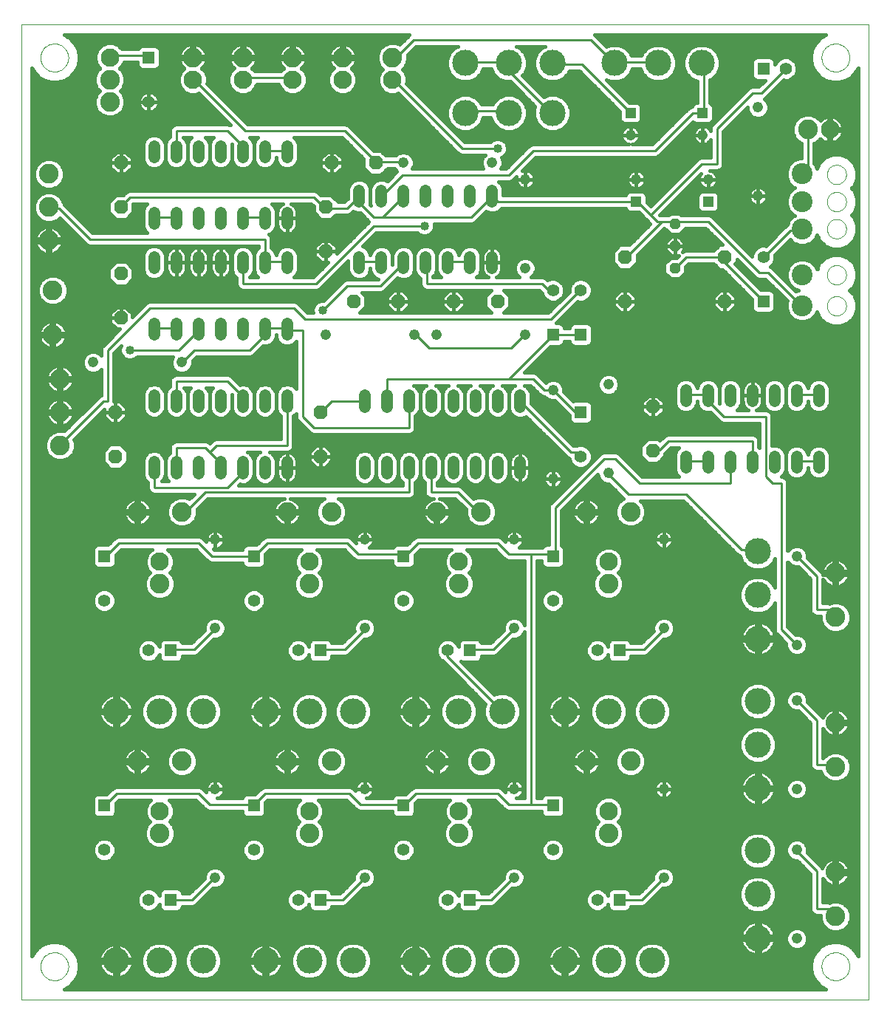
<source format=gtl>
G75*
G70*
%OFA0B0*%
%FSLAX24Y24*%
%IPPOS*%
%LPD*%
%AMOC8*
5,1,8,0,0,1.08239X$1,22.5*
%
%ADD10C,0.0000*%
%ADD11C,0.0520*%
%ADD12C,0.0945*%
%ADD13C,0.0476*%
%ADD14C,0.0886*%
%ADD15OC8,0.0630*%
%ADD16R,0.0476X0.0476*%
%ADD17C,0.0554*%
%ADD18R,0.0554X0.0554*%
%ADD19C,0.1181*%
%ADD20C,0.0827*%
%ADD21OC8,0.0476*%
%ADD22C,0.0160*%
%ADD23C,0.0100*%
%ADD24C,0.0400*%
D10*
X000181Y000181D02*
X000181Y044181D01*
X038431Y044181D01*
X038431Y000181D01*
X000181Y000181D01*
X001051Y001681D02*
X001053Y001731D01*
X001059Y001781D01*
X001069Y001830D01*
X001083Y001878D01*
X001100Y001925D01*
X001121Y001970D01*
X001146Y002014D01*
X001174Y002055D01*
X001206Y002094D01*
X001240Y002131D01*
X001277Y002165D01*
X001317Y002195D01*
X001359Y002222D01*
X001403Y002246D01*
X001449Y002267D01*
X001496Y002283D01*
X001544Y002296D01*
X001594Y002305D01*
X001643Y002310D01*
X001694Y002311D01*
X001744Y002308D01*
X001793Y002301D01*
X001842Y002290D01*
X001890Y002275D01*
X001936Y002257D01*
X001981Y002235D01*
X002024Y002209D01*
X002065Y002180D01*
X002104Y002148D01*
X002140Y002113D01*
X002172Y002075D01*
X002202Y002035D01*
X002229Y001992D01*
X002252Y001948D01*
X002271Y001902D01*
X002287Y001854D01*
X002299Y001805D01*
X002307Y001756D01*
X002311Y001706D01*
X002311Y001656D01*
X002307Y001606D01*
X002299Y001557D01*
X002287Y001508D01*
X002271Y001460D01*
X002252Y001414D01*
X002229Y001370D01*
X002202Y001327D01*
X002172Y001287D01*
X002140Y001249D01*
X002104Y001214D01*
X002065Y001182D01*
X002024Y001153D01*
X001981Y001127D01*
X001936Y001105D01*
X001890Y001087D01*
X001842Y001072D01*
X001793Y001061D01*
X001744Y001054D01*
X001694Y001051D01*
X001643Y001052D01*
X001594Y001057D01*
X001544Y001066D01*
X001496Y001079D01*
X001449Y001095D01*
X001403Y001116D01*
X001359Y001140D01*
X001317Y001167D01*
X001277Y001197D01*
X001240Y001231D01*
X001206Y001268D01*
X001174Y001307D01*
X001146Y001348D01*
X001121Y001392D01*
X001100Y001437D01*
X001083Y001484D01*
X001069Y001532D01*
X001059Y001581D01*
X001053Y001631D01*
X001051Y001681D01*
X036301Y001681D02*
X036303Y001731D01*
X036309Y001781D01*
X036319Y001830D01*
X036333Y001878D01*
X036350Y001925D01*
X036371Y001970D01*
X036396Y002014D01*
X036424Y002055D01*
X036456Y002094D01*
X036490Y002131D01*
X036527Y002165D01*
X036567Y002195D01*
X036609Y002222D01*
X036653Y002246D01*
X036699Y002267D01*
X036746Y002283D01*
X036794Y002296D01*
X036844Y002305D01*
X036893Y002310D01*
X036944Y002311D01*
X036994Y002308D01*
X037043Y002301D01*
X037092Y002290D01*
X037140Y002275D01*
X037186Y002257D01*
X037231Y002235D01*
X037274Y002209D01*
X037315Y002180D01*
X037354Y002148D01*
X037390Y002113D01*
X037422Y002075D01*
X037452Y002035D01*
X037479Y001992D01*
X037502Y001948D01*
X037521Y001902D01*
X037537Y001854D01*
X037549Y001805D01*
X037557Y001756D01*
X037561Y001706D01*
X037561Y001656D01*
X037557Y001606D01*
X037549Y001557D01*
X037537Y001508D01*
X037521Y001460D01*
X037502Y001414D01*
X037479Y001370D01*
X037452Y001327D01*
X037422Y001287D01*
X037390Y001249D01*
X037354Y001214D01*
X037315Y001182D01*
X037274Y001153D01*
X037231Y001127D01*
X037186Y001105D01*
X037140Y001087D01*
X037092Y001072D01*
X037043Y001061D01*
X036994Y001054D01*
X036944Y001051D01*
X036893Y001052D01*
X036844Y001057D01*
X036794Y001066D01*
X036746Y001079D01*
X036699Y001095D01*
X036653Y001116D01*
X036609Y001140D01*
X036567Y001167D01*
X036527Y001197D01*
X036490Y001231D01*
X036456Y001268D01*
X036424Y001307D01*
X036396Y001348D01*
X036371Y001392D01*
X036350Y001437D01*
X036333Y001484D01*
X036319Y001532D01*
X036309Y001581D01*
X036303Y001631D01*
X036301Y001681D01*
X036548Y031481D02*
X036550Y031522D01*
X036556Y031563D01*
X036566Y031603D01*
X036579Y031642D01*
X036596Y031679D01*
X036617Y031715D01*
X036641Y031749D01*
X036668Y031780D01*
X036697Y031808D01*
X036730Y031834D01*
X036764Y031856D01*
X036801Y031875D01*
X036839Y031890D01*
X036879Y031902D01*
X036919Y031910D01*
X036960Y031914D01*
X037002Y031914D01*
X037043Y031910D01*
X037083Y031902D01*
X037123Y031890D01*
X037161Y031875D01*
X037197Y031856D01*
X037232Y031834D01*
X037265Y031808D01*
X037294Y031780D01*
X037321Y031749D01*
X037345Y031715D01*
X037366Y031679D01*
X037383Y031642D01*
X037396Y031603D01*
X037406Y031563D01*
X037412Y031522D01*
X037414Y031481D01*
X037412Y031440D01*
X037406Y031399D01*
X037396Y031359D01*
X037383Y031320D01*
X037366Y031283D01*
X037345Y031247D01*
X037321Y031213D01*
X037294Y031182D01*
X037265Y031154D01*
X037232Y031128D01*
X037198Y031106D01*
X037161Y031087D01*
X037123Y031072D01*
X037083Y031060D01*
X037043Y031052D01*
X037002Y031048D01*
X036960Y031048D01*
X036919Y031052D01*
X036879Y031060D01*
X036839Y031072D01*
X036801Y031087D01*
X036765Y031106D01*
X036730Y031128D01*
X036697Y031154D01*
X036668Y031182D01*
X036641Y031213D01*
X036617Y031247D01*
X036596Y031283D01*
X036579Y031320D01*
X036566Y031359D01*
X036556Y031399D01*
X036550Y031440D01*
X036548Y031481D01*
X036548Y032881D02*
X036550Y032922D01*
X036556Y032963D01*
X036566Y033003D01*
X036579Y033042D01*
X036596Y033079D01*
X036617Y033115D01*
X036641Y033149D01*
X036668Y033180D01*
X036697Y033208D01*
X036730Y033234D01*
X036764Y033256D01*
X036801Y033275D01*
X036839Y033290D01*
X036879Y033302D01*
X036919Y033310D01*
X036960Y033314D01*
X037002Y033314D01*
X037043Y033310D01*
X037083Y033302D01*
X037123Y033290D01*
X037161Y033275D01*
X037197Y033256D01*
X037232Y033234D01*
X037265Y033208D01*
X037294Y033180D01*
X037321Y033149D01*
X037345Y033115D01*
X037366Y033079D01*
X037383Y033042D01*
X037396Y033003D01*
X037406Y032963D01*
X037412Y032922D01*
X037414Y032881D01*
X037412Y032840D01*
X037406Y032799D01*
X037396Y032759D01*
X037383Y032720D01*
X037366Y032683D01*
X037345Y032647D01*
X037321Y032613D01*
X037294Y032582D01*
X037265Y032554D01*
X037232Y032528D01*
X037198Y032506D01*
X037161Y032487D01*
X037123Y032472D01*
X037083Y032460D01*
X037043Y032452D01*
X037002Y032448D01*
X036960Y032448D01*
X036919Y032452D01*
X036879Y032460D01*
X036839Y032472D01*
X036801Y032487D01*
X036765Y032506D01*
X036730Y032528D01*
X036697Y032554D01*
X036668Y032582D01*
X036641Y032613D01*
X036617Y032647D01*
X036596Y032683D01*
X036579Y032720D01*
X036566Y032759D01*
X036556Y032799D01*
X036550Y032840D01*
X036548Y032881D01*
X036548Y034956D02*
X036550Y034997D01*
X036556Y035038D01*
X036566Y035078D01*
X036579Y035117D01*
X036596Y035154D01*
X036617Y035190D01*
X036641Y035224D01*
X036668Y035255D01*
X036697Y035283D01*
X036730Y035309D01*
X036764Y035331D01*
X036801Y035350D01*
X036839Y035365D01*
X036879Y035377D01*
X036919Y035385D01*
X036960Y035389D01*
X037002Y035389D01*
X037043Y035385D01*
X037083Y035377D01*
X037123Y035365D01*
X037161Y035350D01*
X037197Y035331D01*
X037232Y035309D01*
X037265Y035283D01*
X037294Y035255D01*
X037321Y035224D01*
X037345Y035190D01*
X037366Y035154D01*
X037383Y035117D01*
X037396Y035078D01*
X037406Y035038D01*
X037412Y034997D01*
X037414Y034956D01*
X037412Y034915D01*
X037406Y034874D01*
X037396Y034834D01*
X037383Y034795D01*
X037366Y034758D01*
X037345Y034722D01*
X037321Y034688D01*
X037294Y034657D01*
X037265Y034629D01*
X037232Y034603D01*
X037198Y034581D01*
X037161Y034562D01*
X037123Y034547D01*
X037083Y034535D01*
X037043Y034527D01*
X037002Y034523D01*
X036960Y034523D01*
X036919Y034527D01*
X036879Y034535D01*
X036839Y034547D01*
X036801Y034562D01*
X036765Y034581D01*
X036730Y034603D01*
X036697Y034629D01*
X036668Y034657D01*
X036641Y034688D01*
X036617Y034722D01*
X036596Y034758D01*
X036579Y034795D01*
X036566Y034834D01*
X036556Y034874D01*
X036550Y034915D01*
X036548Y034956D01*
X036548Y036181D02*
X036550Y036222D01*
X036556Y036263D01*
X036566Y036303D01*
X036579Y036342D01*
X036596Y036379D01*
X036617Y036415D01*
X036641Y036449D01*
X036668Y036480D01*
X036697Y036508D01*
X036730Y036534D01*
X036764Y036556D01*
X036801Y036575D01*
X036839Y036590D01*
X036879Y036602D01*
X036919Y036610D01*
X036960Y036614D01*
X037002Y036614D01*
X037043Y036610D01*
X037083Y036602D01*
X037123Y036590D01*
X037161Y036575D01*
X037197Y036556D01*
X037232Y036534D01*
X037265Y036508D01*
X037294Y036480D01*
X037321Y036449D01*
X037345Y036415D01*
X037366Y036379D01*
X037383Y036342D01*
X037396Y036303D01*
X037406Y036263D01*
X037412Y036222D01*
X037414Y036181D01*
X037412Y036140D01*
X037406Y036099D01*
X037396Y036059D01*
X037383Y036020D01*
X037366Y035983D01*
X037345Y035947D01*
X037321Y035913D01*
X037294Y035882D01*
X037265Y035854D01*
X037232Y035828D01*
X037198Y035806D01*
X037161Y035787D01*
X037123Y035772D01*
X037083Y035760D01*
X037043Y035752D01*
X037002Y035748D01*
X036960Y035748D01*
X036919Y035752D01*
X036879Y035760D01*
X036839Y035772D01*
X036801Y035787D01*
X036765Y035806D01*
X036730Y035828D01*
X036697Y035854D01*
X036668Y035882D01*
X036641Y035913D01*
X036617Y035947D01*
X036596Y035983D01*
X036579Y036020D01*
X036566Y036059D01*
X036556Y036099D01*
X036550Y036140D01*
X036548Y036181D01*
X036548Y037406D02*
X036550Y037447D01*
X036556Y037488D01*
X036566Y037528D01*
X036579Y037567D01*
X036596Y037604D01*
X036617Y037640D01*
X036641Y037674D01*
X036668Y037705D01*
X036697Y037733D01*
X036730Y037759D01*
X036764Y037781D01*
X036801Y037800D01*
X036839Y037815D01*
X036879Y037827D01*
X036919Y037835D01*
X036960Y037839D01*
X037002Y037839D01*
X037043Y037835D01*
X037083Y037827D01*
X037123Y037815D01*
X037161Y037800D01*
X037197Y037781D01*
X037232Y037759D01*
X037265Y037733D01*
X037294Y037705D01*
X037321Y037674D01*
X037345Y037640D01*
X037366Y037604D01*
X037383Y037567D01*
X037396Y037528D01*
X037406Y037488D01*
X037412Y037447D01*
X037414Y037406D01*
X037412Y037365D01*
X037406Y037324D01*
X037396Y037284D01*
X037383Y037245D01*
X037366Y037208D01*
X037345Y037172D01*
X037321Y037138D01*
X037294Y037107D01*
X037265Y037079D01*
X037232Y037053D01*
X037198Y037031D01*
X037161Y037012D01*
X037123Y036997D01*
X037083Y036985D01*
X037043Y036977D01*
X037002Y036973D01*
X036960Y036973D01*
X036919Y036977D01*
X036879Y036985D01*
X036839Y036997D01*
X036801Y037012D01*
X036765Y037031D01*
X036730Y037053D01*
X036697Y037079D01*
X036668Y037107D01*
X036641Y037138D01*
X036617Y037172D01*
X036596Y037208D01*
X036579Y037245D01*
X036566Y037284D01*
X036556Y037324D01*
X036550Y037365D01*
X036548Y037406D01*
X036301Y042681D02*
X036303Y042731D01*
X036309Y042781D01*
X036319Y042830D01*
X036333Y042878D01*
X036350Y042925D01*
X036371Y042970D01*
X036396Y043014D01*
X036424Y043055D01*
X036456Y043094D01*
X036490Y043131D01*
X036527Y043165D01*
X036567Y043195D01*
X036609Y043222D01*
X036653Y043246D01*
X036699Y043267D01*
X036746Y043283D01*
X036794Y043296D01*
X036844Y043305D01*
X036893Y043310D01*
X036944Y043311D01*
X036994Y043308D01*
X037043Y043301D01*
X037092Y043290D01*
X037140Y043275D01*
X037186Y043257D01*
X037231Y043235D01*
X037274Y043209D01*
X037315Y043180D01*
X037354Y043148D01*
X037390Y043113D01*
X037422Y043075D01*
X037452Y043035D01*
X037479Y042992D01*
X037502Y042948D01*
X037521Y042902D01*
X037537Y042854D01*
X037549Y042805D01*
X037557Y042756D01*
X037561Y042706D01*
X037561Y042656D01*
X037557Y042606D01*
X037549Y042557D01*
X037537Y042508D01*
X037521Y042460D01*
X037502Y042414D01*
X037479Y042370D01*
X037452Y042327D01*
X037422Y042287D01*
X037390Y042249D01*
X037354Y042214D01*
X037315Y042182D01*
X037274Y042153D01*
X037231Y042127D01*
X037186Y042105D01*
X037140Y042087D01*
X037092Y042072D01*
X037043Y042061D01*
X036994Y042054D01*
X036944Y042051D01*
X036893Y042052D01*
X036844Y042057D01*
X036794Y042066D01*
X036746Y042079D01*
X036699Y042095D01*
X036653Y042116D01*
X036609Y042140D01*
X036567Y042167D01*
X036527Y042197D01*
X036490Y042231D01*
X036456Y042268D01*
X036424Y042307D01*
X036396Y042348D01*
X036371Y042392D01*
X036350Y042437D01*
X036333Y042484D01*
X036319Y042532D01*
X036309Y042581D01*
X036303Y042631D01*
X036301Y042681D01*
X001051Y042681D02*
X001053Y042731D01*
X001059Y042781D01*
X001069Y042830D01*
X001083Y042878D01*
X001100Y042925D01*
X001121Y042970D01*
X001146Y043014D01*
X001174Y043055D01*
X001206Y043094D01*
X001240Y043131D01*
X001277Y043165D01*
X001317Y043195D01*
X001359Y043222D01*
X001403Y043246D01*
X001449Y043267D01*
X001496Y043283D01*
X001544Y043296D01*
X001594Y043305D01*
X001643Y043310D01*
X001694Y043311D01*
X001744Y043308D01*
X001793Y043301D01*
X001842Y043290D01*
X001890Y043275D01*
X001936Y043257D01*
X001981Y043235D01*
X002024Y043209D01*
X002065Y043180D01*
X002104Y043148D01*
X002140Y043113D01*
X002172Y043075D01*
X002202Y043035D01*
X002229Y042992D01*
X002252Y042948D01*
X002271Y042902D01*
X002287Y042854D01*
X002299Y042805D01*
X002307Y042756D01*
X002311Y042706D01*
X002311Y042656D01*
X002307Y042606D01*
X002299Y042557D01*
X002287Y042508D01*
X002271Y042460D01*
X002252Y042414D01*
X002229Y042370D01*
X002202Y042327D01*
X002172Y042287D01*
X002140Y042249D01*
X002104Y042214D01*
X002065Y042182D01*
X002024Y042153D01*
X001981Y042127D01*
X001936Y042105D01*
X001890Y042087D01*
X001842Y042072D01*
X001793Y042061D01*
X001744Y042054D01*
X001694Y042051D01*
X001643Y042052D01*
X001594Y042057D01*
X001544Y042066D01*
X001496Y042079D01*
X001449Y042095D01*
X001403Y042116D01*
X001359Y042140D01*
X001317Y042167D01*
X001277Y042197D01*
X001240Y042231D01*
X001206Y042268D01*
X001174Y042307D01*
X001146Y042348D01*
X001121Y042392D01*
X001100Y042437D01*
X001083Y042484D01*
X001069Y042532D01*
X001059Y042581D01*
X001053Y042631D01*
X001051Y042681D01*
D11*
X006181Y038691D02*
X006181Y038171D01*
X007181Y038171D02*
X007181Y038691D01*
X008181Y038691D02*
X008181Y038171D01*
X009181Y038171D02*
X009181Y038691D01*
X010181Y038691D02*
X010181Y038171D01*
X011181Y038171D02*
X011181Y038691D01*
X012181Y038691D02*
X012181Y038171D01*
X012181Y035691D02*
X012181Y035171D01*
X011181Y035171D02*
X011181Y035691D01*
X010181Y035691D02*
X010181Y035171D01*
X009181Y035171D02*
X009181Y035691D01*
X008181Y035691D02*
X008181Y035171D01*
X007181Y035171D02*
X007181Y035691D01*
X006181Y035691D02*
X006181Y035171D01*
X006181Y033691D02*
X006181Y033171D01*
X007181Y033171D02*
X007181Y033691D01*
X008181Y033691D02*
X008181Y033171D01*
X009181Y033171D02*
X009181Y033691D01*
X010181Y033691D02*
X010181Y033171D01*
X011181Y033171D02*
X011181Y033691D01*
X012181Y033691D02*
X012181Y033171D01*
X012181Y030691D02*
X012181Y030171D01*
X011181Y030171D02*
X011181Y030691D01*
X010181Y030691D02*
X010181Y030171D01*
X009181Y030171D02*
X009181Y030691D01*
X008181Y030691D02*
X008181Y030171D01*
X007181Y030171D02*
X007181Y030691D01*
X006181Y030691D02*
X006181Y030171D01*
X006181Y027441D02*
X006181Y026921D01*
X007181Y026921D02*
X007181Y027441D01*
X008181Y027441D02*
X008181Y026921D01*
X009181Y026921D02*
X009181Y027441D01*
X010181Y027441D02*
X010181Y026921D01*
X011181Y026921D02*
X011181Y027441D01*
X012181Y027441D02*
X012181Y026921D01*
X012181Y024441D02*
X012181Y023921D01*
X011181Y023921D02*
X011181Y024441D01*
X010181Y024441D02*
X010181Y023921D01*
X009181Y023921D02*
X009181Y024441D01*
X008181Y024441D02*
X008181Y023921D01*
X007181Y023921D02*
X007181Y024441D01*
X006181Y024441D02*
X006181Y023921D01*
X015431Y033171D02*
X015431Y033691D01*
X016431Y033691D02*
X016431Y033171D01*
X017431Y033171D02*
X017431Y033691D01*
X018431Y033691D02*
X018431Y033171D01*
X019431Y033171D02*
X019431Y033691D01*
X020431Y033691D02*
X020431Y033171D01*
X021431Y033171D02*
X021431Y033691D01*
X021431Y036171D02*
X021431Y036691D01*
X020431Y036691D02*
X020431Y036171D01*
X019431Y036171D02*
X019431Y036691D01*
X018431Y036691D02*
X018431Y036171D01*
X017431Y036171D02*
X017431Y036691D01*
X016431Y036691D02*
X016431Y036171D01*
X015431Y036171D02*
X015431Y036691D01*
X015681Y027441D02*
X015681Y026921D01*
X016681Y026921D02*
X016681Y027441D01*
X017681Y027441D02*
X017681Y026921D01*
X018681Y026921D02*
X018681Y027441D01*
X019681Y027441D02*
X019681Y026921D01*
X020681Y026921D02*
X020681Y027441D01*
X021681Y027441D02*
X021681Y026921D01*
X022681Y026921D02*
X022681Y027441D01*
X022681Y024441D02*
X022681Y023921D01*
X021681Y023921D02*
X021681Y024441D01*
X020681Y024441D02*
X020681Y023921D01*
X019681Y023921D02*
X019681Y024441D01*
X018681Y024441D02*
X018681Y023921D01*
X017681Y023921D02*
X017681Y024441D01*
X016681Y024441D02*
X016681Y023921D01*
X015681Y023921D02*
X015681Y024441D01*
X030181Y024171D02*
X030181Y024691D01*
X031181Y024691D02*
X031181Y024171D01*
X032181Y024171D02*
X032181Y024691D01*
X033181Y024691D02*
X033181Y024171D01*
X034181Y024171D02*
X034181Y024691D01*
X035181Y024691D02*
X035181Y024171D01*
X036181Y024171D02*
X036181Y024691D01*
X036181Y027171D02*
X036181Y027691D01*
X035181Y027691D02*
X035181Y027171D01*
X034181Y027171D02*
X034181Y027691D01*
X033181Y027691D02*
X033181Y027171D01*
X032181Y027171D02*
X032181Y027691D01*
X031181Y027691D02*
X031181Y027171D01*
X030181Y027171D02*
X030181Y027691D01*
D12*
X035431Y031481D03*
X035431Y032881D03*
X035431Y034931D03*
X035431Y036181D03*
X035431Y037431D03*
D13*
X033431Y036431D03*
X031181Y037181D03*
X030931Y039181D03*
X033431Y040431D03*
X027931Y037181D03*
X027681Y039181D03*
X022931Y037181D03*
X021431Y037931D03*
X017431Y037931D03*
X022931Y033181D03*
X022931Y030181D03*
X024181Y027681D03*
X026681Y027931D03*
X026681Y023931D03*
X029181Y020931D03*
X029181Y016931D03*
X024181Y023681D03*
X022431Y020931D03*
X022431Y016931D03*
X022431Y009681D03*
X022431Y005681D03*
X029181Y005681D03*
X029181Y009681D03*
X035181Y009681D03*
X035181Y006931D03*
X035181Y002931D03*
X035181Y013681D03*
X035181Y016181D03*
X035181Y020181D03*
X018931Y030181D03*
X017931Y030181D03*
X013931Y030181D03*
X007431Y028931D03*
X003431Y028931D03*
X008931Y020931D03*
X008931Y016931D03*
X015681Y016931D03*
X015681Y020931D03*
X015681Y009681D03*
X015681Y005681D03*
X008931Y005681D03*
X008931Y009681D03*
D14*
X007431Y010931D03*
X005431Y010931D03*
X006431Y007681D03*
X012181Y010931D03*
X014181Y010931D03*
X013181Y007681D03*
X018931Y010931D03*
X020931Y010931D03*
X019931Y007681D03*
X025681Y010931D03*
X027681Y010931D03*
X026681Y007681D03*
X026681Y018931D03*
X025681Y022181D03*
X027681Y022181D03*
X020931Y022181D03*
X018931Y022181D03*
X019931Y018931D03*
X014181Y022181D03*
X012181Y022181D03*
X013181Y018931D03*
X007431Y022181D03*
X005431Y022181D03*
X006431Y018931D03*
X001931Y025181D03*
X001931Y026681D03*
X001931Y028181D03*
X001606Y030181D03*
X001606Y032181D03*
X001431Y034431D03*
X001431Y035931D03*
X001431Y037431D03*
X004181Y040681D03*
X004181Y041681D03*
X007931Y042681D03*
X010181Y042681D03*
X012431Y042681D03*
X014681Y042681D03*
X016931Y042681D03*
X035681Y039431D03*
X036931Y019431D03*
X036931Y017431D03*
X036931Y012681D03*
X036931Y010681D03*
X036931Y005931D03*
X036931Y003931D03*
D15*
X028681Y024931D03*
X028681Y026931D03*
X027431Y031681D03*
X027431Y033681D03*
X031931Y033681D03*
X031931Y031681D03*
X021681Y031681D03*
X019681Y031681D03*
X017181Y031681D03*
X015181Y031681D03*
X013931Y033931D03*
X013931Y035931D03*
X014181Y037931D03*
X016181Y037931D03*
X013681Y026681D03*
X013681Y024681D03*
X004681Y030931D03*
X004681Y032931D03*
X004681Y035931D03*
X004681Y037931D03*
X004431Y026681D03*
X004431Y024681D03*
D16*
X027681Y040181D03*
X030931Y040181D03*
X031181Y036181D03*
X027931Y036181D03*
D17*
X025431Y032181D03*
X024181Y032181D03*
X025431Y024681D03*
X024181Y018181D03*
X026181Y015931D03*
X019431Y015931D03*
X017431Y018181D03*
X012681Y015931D03*
X010681Y018181D03*
X005931Y015931D03*
X003931Y018181D03*
X003931Y006931D03*
X005931Y004681D03*
X010681Y006931D03*
X012681Y004681D03*
X017431Y006931D03*
X019431Y004681D03*
X024181Y006931D03*
X026181Y004681D03*
X033681Y033681D03*
X034681Y042181D03*
X005931Y040681D03*
D18*
X005931Y042681D03*
X024181Y030181D03*
X025431Y030181D03*
X025431Y026681D03*
X024181Y020181D03*
X027181Y015931D03*
X024181Y008931D03*
X027181Y004681D03*
X020431Y004681D03*
X017431Y008931D03*
X013681Y004681D03*
X010681Y008931D03*
X006931Y004681D03*
X003931Y008931D03*
X006931Y015931D03*
X003931Y020181D03*
X010681Y020181D03*
X013681Y015931D03*
X017431Y020181D03*
X020431Y015931D03*
X033681Y031681D03*
X033681Y042181D03*
D19*
X030900Y042431D03*
X028931Y042431D03*
X026963Y042431D03*
X024150Y042431D03*
X022181Y042431D03*
X020213Y042431D03*
X020213Y040181D03*
X022181Y040181D03*
X024150Y040181D03*
X033431Y020400D03*
X033431Y018431D03*
X033431Y016463D03*
X033431Y013650D03*
X033431Y011681D03*
X033431Y009713D03*
X033431Y006900D03*
X033431Y004931D03*
X033431Y002963D03*
X028650Y001931D03*
X026681Y001931D03*
X024713Y001931D03*
X021900Y001931D03*
X019931Y001931D03*
X017963Y001931D03*
X015150Y001931D03*
X013181Y001931D03*
X011213Y001931D03*
X008400Y001931D03*
X006431Y001931D03*
X004463Y001931D03*
X004463Y013181D03*
X006431Y013181D03*
X008400Y013181D03*
X011213Y013181D03*
X013181Y013181D03*
X015150Y013181D03*
X017963Y013181D03*
X019931Y013181D03*
X021900Y013181D03*
X024713Y013181D03*
X026681Y013181D03*
X028650Y013181D03*
D20*
X026681Y008681D03*
X019931Y008681D03*
X013181Y008681D03*
X006431Y008681D03*
X006431Y019931D03*
X013181Y019931D03*
X019931Y019931D03*
X026681Y019931D03*
X036681Y039431D03*
X016931Y041681D03*
X014681Y041681D03*
X012431Y041681D03*
X010181Y041681D03*
X007931Y041681D03*
X004181Y042681D03*
D21*
X029681Y035181D03*
X029681Y034181D03*
X029681Y033181D03*
D22*
X029346Y032841D02*
X023267Y032841D01*
X023202Y032776D02*
X023336Y032911D01*
X023409Y033086D01*
X023409Y033276D01*
X023336Y033452D01*
X023202Y033586D01*
X023026Y033659D01*
X022836Y033659D01*
X022661Y033586D01*
X022526Y033452D01*
X022454Y033276D01*
X022454Y033086D01*
X022526Y032911D01*
X022661Y032776D01*
X022673Y032771D01*
X021615Y032771D01*
X021662Y032795D01*
X021718Y032836D01*
X021767Y032885D01*
X021808Y032941D01*
X021839Y033002D01*
X021861Y033068D01*
X021871Y033137D01*
X021871Y033431D01*
X021432Y033431D01*
X021432Y033432D01*
X021431Y033432D01*
X021431Y034131D01*
X021397Y034131D01*
X021328Y034121D01*
X021262Y034099D01*
X021201Y034068D01*
X021145Y034027D01*
X021096Y033978D01*
X021055Y033922D01*
X021024Y033860D01*
X021002Y033794D01*
X020991Y033726D01*
X020991Y033432D01*
X021431Y033432D01*
X021431Y033431D01*
X020991Y033431D01*
X020991Y033137D01*
X021002Y033068D01*
X021024Y033002D01*
X021055Y032941D01*
X021096Y032885D01*
X021145Y032836D01*
X021201Y032795D01*
X021247Y032771D01*
X020738Y032771D01*
X020855Y032888D01*
X020931Y033072D01*
X020931Y033791D01*
X020855Y033975D01*
X020715Y034115D01*
X020531Y034191D01*
X020332Y034191D01*
X020148Y034115D01*
X020008Y033975D01*
X019931Y033791D01*
X019855Y033975D01*
X019715Y034115D01*
X019531Y034191D01*
X019332Y034191D01*
X019148Y034115D01*
X019008Y033975D01*
X018931Y033791D01*
X018855Y033975D01*
X018715Y034115D01*
X018531Y034191D01*
X018332Y034191D01*
X018148Y034115D01*
X018008Y033975D01*
X017931Y033791D01*
X017855Y033975D01*
X017715Y034115D01*
X017531Y034191D01*
X017332Y034191D01*
X017148Y034115D01*
X017008Y033975D01*
X016931Y033791D01*
X016855Y033975D01*
X016715Y034115D01*
X016531Y034191D01*
X016332Y034191D01*
X016148Y034115D01*
X016008Y033975D01*
X015931Y033791D01*
X015855Y033975D01*
X015715Y034115D01*
X015581Y034171D01*
X016202Y034791D01*
X018049Y034791D01*
X018132Y034708D01*
X018294Y034641D01*
X018469Y034641D01*
X018631Y034708D01*
X018754Y034832D01*
X018821Y034994D01*
X018821Y035169D01*
X018812Y035191D01*
X020539Y035191D01*
X020646Y035236D01*
X020727Y035317D01*
X021155Y035745D01*
X021332Y035671D01*
X021531Y035671D01*
X021715Y035748D01*
X021855Y035888D01*
X021857Y035891D01*
X027455Y035891D01*
X027490Y035808D01*
X027558Y035740D01*
X027646Y035704D01*
X028049Y035704D01*
X028336Y035417D01*
X028417Y035336D01*
X028571Y035181D01*
X027626Y034236D01*
X027202Y034236D01*
X026876Y033911D01*
X026876Y033452D01*
X027202Y033126D01*
X027661Y033126D01*
X027986Y033452D01*
X027986Y033776D01*
X029202Y034991D01*
X029204Y034991D01*
X029204Y034984D01*
X029484Y034704D01*
X029879Y034704D01*
X030159Y034984D01*
X030159Y034991D01*
X031061Y034991D01*
X031816Y034236D01*
X031702Y034236D01*
X031437Y033971D01*
X030124Y033971D01*
X030019Y033928D01*
X030099Y034008D01*
X030099Y034181D01*
X029682Y034181D01*
X029682Y034182D01*
X029681Y034182D01*
X029681Y034599D01*
X029508Y034599D01*
X029264Y034354D01*
X029264Y034182D01*
X029681Y034182D01*
X029681Y034181D01*
X029682Y034181D01*
X029682Y033764D01*
X029854Y033764D01*
X029749Y033659D01*
X029484Y033659D01*
X029204Y033379D01*
X029204Y032984D01*
X029484Y032704D01*
X029879Y032704D01*
X030159Y032984D01*
X030159Y033249D01*
X030302Y033391D01*
X031437Y033391D01*
X031702Y033126D01*
X031826Y033126D01*
X033164Y031788D01*
X033164Y031356D01*
X033201Y031268D01*
X033268Y031201D01*
X033356Y031164D01*
X034006Y031164D01*
X034095Y031201D01*
X034162Y031268D01*
X034199Y031356D01*
X034199Y032006D01*
X034162Y032095D01*
X034095Y032162D01*
X034006Y032199D01*
X033574Y032199D01*
X032404Y033369D01*
X032486Y033452D01*
X032486Y033566D01*
X033317Y032736D01*
X033424Y032691D01*
X033539Y032691D01*
X033761Y032691D01*
X034751Y031701D01*
X034719Y031623D01*
X034719Y031340D01*
X034827Y031078D01*
X035028Y030877D01*
X035290Y030769D01*
X035573Y030769D01*
X035835Y030877D01*
X036035Y031078D01*
X036098Y031229D01*
X036207Y030964D01*
X036464Y030707D01*
X036800Y030568D01*
X037163Y030568D01*
X037499Y030707D01*
X037755Y030964D01*
X037894Y031300D01*
X037894Y031663D01*
X037755Y031999D01*
X037573Y032181D01*
X037755Y032364D01*
X037894Y032700D01*
X037894Y033063D01*
X037755Y033399D01*
X037499Y033655D01*
X037163Y033794D01*
X036800Y033794D01*
X036464Y033655D01*
X036207Y033399D01*
X036098Y033134D01*
X036035Y033285D01*
X035835Y033485D01*
X035573Y033594D01*
X035290Y033594D01*
X035028Y033485D01*
X034827Y033285D01*
X034719Y033023D01*
X034719Y032740D01*
X034827Y032478D01*
X035028Y032277D01*
X035260Y032181D01*
X035141Y032132D01*
X034127Y033146D01*
X034046Y033227D01*
X033984Y033253D01*
X034120Y033388D01*
X034199Y033579D01*
X034199Y033784D01*
X034197Y033787D01*
X034883Y034473D01*
X035028Y034327D01*
X035290Y034219D01*
X035573Y034219D01*
X035835Y034327D01*
X036035Y034528D01*
X036103Y034691D01*
X036207Y034439D01*
X036464Y034182D01*
X036800Y034043D01*
X037163Y034043D01*
X037499Y034182D01*
X037755Y034439D01*
X037894Y034775D01*
X037894Y035138D01*
X037755Y035474D01*
X037660Y035569D01*
X037755Y035664D01*
X037894Y036000D01*
X037894Y036363D01*
X037755Y036699D01*
X037660Y036794D01*
X037755Y036889D01*
X037894Y037225D01*
X037894Y037588D01*
X037755Y037924D01*
X037499Y038180D01*
X037163Y038319D01*
X036800Y038319D01*
X036464Y038180D01*
X036207Y037924D01*
X036103Y037672D01*
X036035Y037835D01*
X035971Y037899D01*
X035971Y038812D01*
X036068Y038852D01*
X036245Y039029D01*
X036295Y038979D01*
X036370Y038924D01*
X036454Y038881D01*
X036542Y038853D01*
X036624Y038840D01*
X036624Y039373D01*
X036739Y039373D01*
X036739Y038840D01*
X036820Y038853D01*
X036909Y038881D01*
X036992Y038924D01*
X037068Y038979D01*
X037134Y039045D01*
X037189Y039120D01*
X037231Y039204D01*
X037260Y039292D01*
X037273Y039374D01*
X036739Y039374D01*
X036739Y039489D01*
X036624Y039489D01*
X036624Y040023D01*
X036542Y040010D01*
X036454Y039981D01*
X036370Y039939D01*
X036295Y039884D01*
X036245Y039834D01*
X036068Y040010D01*
X035817Y040114D01*
X035546Y040114D01*
X035295Y040010D01*
X035102Y039818D01*
X034999Y039567D01*
X034999Y039296D01*
X035102Y039045D01*
X035295Y038852D01*
X035391Y038812D01*
X035391Y038144D01*
X035290Y038144D01*
X035028Y038035D01*
X034827Y037835D01*
X034719Y037573D01*
X034719Y037290D01*
X034827Y037028D01*
X035028Y036827D01*
X035079Y036806D01*
X035028Y036785D01*
X034827Y036585D01*
X034719Y036323D01*
X034719Y036040D01*
X034827Y035778D01*
X035028Y035577D01*
X035079Y035556D01*
X035028Y035535D01*
X034827Y035335D01*
X034746Y035139D01*
X034717Y035127D01*
X034636Y035046D01*
X033787Y034197D01*
X033784Y034199D01*
X033579Y034199D01*
X033388Y034120D01*
X033243Y033974D01*
X033164Y033784D01*
X033164Y033709D01*
X031427Y035446D01*
X031346Y035527D01*
X031239Y035571D01*
X029967Y035571D01*
X029879Y035659D01*
X029484Y035659D01*
X029396Y035571D01*
X029139Y035571D01*
X029024Y035571D01*
X029002Y035571D01*
X028991Y035581D01*
X030860Y037450D01*
X030824Y037400D01*
X030794Y037342D01*
X030774Y037279D01*
X030764Y037214D01*
X030764Y037182D01*
X031181Y037182D01*
X031181Y037181D01*
X031182Y037181D01*
X031182Y037182D01*
X031599Y037182D01*
X031599Y037214D01*
X031589Y037279D01*
X031569Y037342D01*
X031539Y037400D01*
X031500Y037454D01*
X031454Y037500D01*
X031400Y037539D01*
X031342Y037569D01*
X031279Y037589D01*
X031263Y037591D01*
X031639Y037591D01*
X031746Y037636D01*
X031827Y037717D01*
X031871Y037824D01*
X031871Y037939D01*
X031871Y039361D01*
X032954Y040444D01*
X032954Y040336D01*
X033026Y040161D01*
X033161Y040026D01*
X033336Y039954D01*
X033526Y039954D01*
X033702Y040026D01*
X033836Y040161D01*
X033909Y040336D01*
X033909Y040526D01*
X033836Y040702D01*
X033715Y040823D01*
X033746Y040836D01*
X033827Y040917D01*
X034576Y041665D01*
X034579Y041664D01*
X034784Y041664D01*
X034974Y041743D01*
X035120Y041888D01*
X035199Y042079D01*
X035199Y042284D01*
X035120Y042474D01*
X034974Y042620D01*
X034784Y042699D01*
X034579Y042699D01*
X034388Y042620D01*
X034243Y042474D01*
X034199Y042367D01*
X034199Y042506D01*
X034162Y042595D01*
X034095Y042662D01*
X034006Y042699D01*
X033356Y042699D01*
X033268Y042662D01*
X033201Y042595D01*
X033164Y042506D01*
X033164Y041856D01*
X033201Y041768D01*
X033268Y041701D01*
X033356Y041664D01*
X033754Y041664D01*
X033461Y041371D01*
X033239Y041371D01*
X033124Y041371D01*
X033017Y041327D01*
X031417Y039727D01*
X031336Y039646D01*
X031291Y039539D01*
X031291Y039395D01*
X031289Y039400D01*
X031250Y039454D01*
X031204Y039500D01*
X031150Y039539D01*
X031092Y039569D01*
X031029Y039589D01*
X030964Y039599D01*
X030932Y039599D01*
X030932Y039182D01*
X030931Y039182D01*
X030931Y039599D01*
X030899Y039599D01*
X030834Y039589D01*
X030771Y039569D01*
X030712Y039539D01*
X030659Y039500D01*
X030613Y039454D01*
X030574Y039400D01*
X030544Y039342D01*
X030524Y039279D01*
X030514Y039214D01*
X030514Y039182D01*
X030931Y039182D01*
X030931Y039181D01*
X030932Y039181D01*
X030932Y038764D01*
X030964Y038764D01*
X031029Y038774D01*
X031092Y038794D01*
X031150Y038824D01*
X031204Y038863D01*
X031250Y038909D01*
X031289Y038962D01*
X031291Y038968D01*
X031291Y038171D01*
X030939Y038171D01*
X030824Y038171D01*
X030717Y038127D01*
X028581Y035991D01*
X028409Y036164D01*
X028409Y036467D01*
X028373Y036555D01*
X028305Y036623D01*
X028217Y036659D01*
X027646Y036659D01*
X027558Y036623D01*
X027490Y036555D01*
X027455Y036471D01*
X021931Y036471D01*
X021931Y036791D01*
X021855Y036975D01*
X021738Y037091D01*
X022124Y037091D01*
X022239Y037091D01*
X022346Y037136D01*
X022541Y037330D01*
X022524Y037279D01*
X022514Y037214D01*
X022514Y037182D01*
X022931Y037182D01*
X022931Y037599D01*
X022899Y037599D01*
X022834Y037589D01*
X022782Y037572D01*
X023402Y038191D01*
X028724Y038191D01*
X028839Y038191D01*
X028946Y038236D01*
X030504Y039794D01*
X030558Y039740D01*
X030646Y039704D01*
X031217Y039704D01*
X031305Y039740D01*
X031373Y039808D01*
X031409Y039896D01*
X031409Y040467D01*
X031373Y040555D01*
X031305Y040623D01*
X031271Y040637D01*
X031271Y041686D01*
X031370Y041727D01*
X031604Y041961D01*
X031730Y042266D01*
X031730Y042597D01*
X031604Y042902D01*
X031370Y043135D01*
X031065Y043262D01*
X030735Y043262D01*
X030429Y043135D01*
X030196Y042902D01*
X030069Y042597D01*
X030069Y042266D01*
X030196Y041961D01*
X030429Y041727D01*
X030691Y041619D01*
X030691Y040659D01*
X030646Y040659D01*
X030558Y040623D01*
X030490Y040555D01*
X030455Y040471D01*
X030424Y040471D01*
X030317Y040427D01*
X030236Y040346D01*
X028661Y038771D01*
X027763Y038771D01*
X027779Y038774D01*
X027842Y038794D01*
X027900Y038824D01*
X027954Y038863D01*
X028000Y038909D01*
X028039Y038962D01*
X028069Y039021D01*
X028089Y039084D01*
X028099Y039149D01*
X028099Y039181D01*
X027682Y039181D01*
X027682Y039182D01*
X027681Y039182D01*
X027681Y039599D01*
X027649Y039599D01*
X027584Y039589D01*
X027521Y039569D01*
X027462Y039539D01*
X027409Y039500D01*
X027363Y039454D01*
X027324Y039400D01*
X027294Y039342D01*
X027274Y039279D01*
X027264Y039214D01*
X027264Y039182D01*
X027681Y039182D01*
X027681Y039181D01*
X027264Y039181D01*
X027264Y039149D01*
X027274Y039084D01*
X027294Y039021D01*
X027324Y038962D01*
X027363Y038909D01*
X027409Y038863D01*
X027462Y038824D01*
X027521Y038794D01*
X027584Y038774D01*
X027600Y038771D01*
X023224Y038771D01*
X023117Y038727D01*
X023036Y038646D01*
X022061Y037671D01*
X021841Y037671D01*
X021909Y037836D01*
X021909Y038026D01*
X021848Y038174D01*
X021931Y038208D01*
X022054Y038332D01*
X022121Y038494D01*
X022121Y038669D01*
X022054Y038831D01*
X021931Y038954D01*
X021769Y039021D01*
X021594Y039021D01*
X021432Y038954D01*
X021349Y038871D01*
X020202Y038871D01*
X017566Y041507D01*
X017585Y041551D01*
X017585Y041811D01*
X017485Y042051D01*
X017376Y042161D01*
X017510Y042295D01*
X017614Y042546D01*
X017614Y042804D01*
X018002Y043191D01*
X019878Y043191D01*
X019742Y043135D01*
X019509Y042902D01*
X019382Y042597D01*
X019382Y042266D01*
X019509Y041961D01*
X019742Y041727D01*
X020048Y041601D01*
X020378Y041601D01*
X020683Y041727D01*
X020917Y041961D01*
X021012Y042191D01*
X021382Y042191D01*
X021477Y041961D01*
X021711Y041727D01*
X022016Y041601D01*
X022252Y041601D01*
X023374Y040479D01*
X023319Y040347D01*
X023319Y040016D01*
X023446Y039711D01*
X023679Y039477D01*
X023985Y039351D01*
X024315Y039351D01*
X024620Y039477D01*
X024854Y039711D01*
X024980Y040016D01*
X024980Y040347D01*
X024854Y040652D01*
X024620Y040885D01*
X024315Y041012D01*
X023985Y041012D01*
X023756Y040917D01*
X022799Y041874D01*
X022885Y041961D01*
X023012Y042266D01*
X023012Y042597D01*
X022885Y042902D01*
X022652Y043135D01*
X022517Y043191D01*
X023815Y043191D01*
X023679Y043135D01*
X023446Y042902D01*
X023319Y042597D01*
X023319Y042266D01*
X023446Y041961D01*
X023679Y041727D01*
X023985Y041601D01*
X024315Y041601D01*
X024620Y041727D01*
X024854Y041961D01*
X024908Y042091D01*
X025361Y042091D01*
X027204Y040249D01*
X027204Y039896D01*
X027240Y039808D01*
X027308Y039740D01*
X027396Y039704D01*
X027967Y039704D01*
X028055Y039740D01*
X028123Y039808D01*
X028159Y039896D01*
X028159Y040467D01*
X028123Y040555D01*
X028055Y040623D01*
X027967Y040659D01*
X027614Y040659D01*
X026583Y041690D01*
X026798Y041601D01*
X027128Y041601D01*
X027433Y041727D01*
X027667Y041961D01*
X027762Y042191D01*
X028132Y042191D01*
X028227Y041961D01*
X028461Y041727D01*
X028766Y041601D01*
X029097Y041601D01*
X029402Y041727D01*
X029635Y041961D01*
X029762Y042266D01*
X029762Y042597D01*
X029635Y042902D01*
X029402Y043135D01*
X029097Y043262D01*
X028766Y043262D01*
X028461Y043135D01*
X028227Y042902D01*
X028173Y042771D01*
X027721Y042771D01*
X027667Y042902D01*
X027433Y043135D01*
X027128Y043262D01*
X026798Y043262D01*
X026595Y043178D01*
X026127Y043646D01*
X026071Y043701D01*
X036478Y043701D01*
X036250Y043570D01*
X036043Y043363D01*
X035897Y043110D01*
X035821Y042828D01*
X035821Y042535D01*
X035897Y042253D01*
X036043Y042000D01*
X036250Y041793D01*
X036503Y041647D01*
X036785Y041571D01*
X037078Y041571D01*
X037360Y041647D01*
X037613Y041793D01*
X037820Y042000D01*
X037951Y042228D01*
X037951Y002134D01*
X037820Y002363D01*
X037613Y002570D01*
X037360Y002716D01*
X037078Y002791D01*
X036785Y002791D01*
X036503Y002716D01*
X036250Y002570D01*
X036043Y002363D01*
X035897Y002110D01*
X035821Y001828D01*
X035821Y001535D01*
X035897Y001253D01*
X036043Y001000D01*
X036250Y000793D01*
X036478Y000661D01*
X002134Y000661D01*
X002363Y000793D01*
X002570Y001000D01*
X002716Y001253D01*
X002791Y001535D01*
X002791Y001828D01*
X002716Y002110D01*
X002570Y002363D01*
X002363Y002570D01*
X002110Y002716D01*
X001828Y002791D01*
X001535Y002791D01*
X001253Y002716D01*
X001000Y002570D01*
X000793Y002363D01*
X000661Y002134D01*
X000661Y042228D01*
X000793Y042000D01*
X001000Y041793D01*
X001253Y041647D01*
X001535Y041571D01*
X001828Y041571D01*
X002110Y041647D01*
X002363Y041793D01*
X002570Y042000D01*
X002716Y042253D01*
X002791Y042535D01*
X002791Y042828D01*
X002716Y043110D01*
X002570Y043363D01*
X002363Y043570D01*
X002134Y043701D01*
X017691Y043701D01*
X017270Y043280D01*
X017067Y043364D01*
X016796Y043364D01*
X016545Y043260D01*
X016352Y043068D01*
X016249Y042817D01*
X016249Y042546D01*
X016352Y042295D01*
X016487Y042161D01*
X016377Y042051D01*
X016278Y041811D01*
X016278Y041551D01*
X016377Y041311D01*
X016561Y041127D01*
X016801Y041028D01*
X017061Y041028D01*
X017177Y041076D01*
X019836Y038417D01*
X019917Y038336D01*
X020024Y038291D01*
X021116Y038291D01*
X021026Y038202D01*
X020954Y038026D01*
X020954Y037836D01*
X021022Y037671D01*
X017841Y037671D01*
X017909Y037836D01*
X017909Y038026D01*
X017836Y038202D01*
X017702Y038336D01*
X017526Y038409D01*
X017336Y038409D01*
X017161Y038336D01*
X017096Y038271D01*
X016626Y038271D01*
X016411Y038486D01*
X016086Y038486D01*
X014946Y039627D01*
X014839Y039671D01*
X014724Y039671D01*
X010402Y039671D01*
X008566Y041507D01*
X008585Y041551D01*
X008585Y041811D01*
X008485Y042051D01*
X008333Y042203D01*
X008337Y042206D01*
X008407Y042276D01*
X008464Y042355D01*
X008509Y042442D01*
X008539Y042536D01*
X008551Y042614D01*
X007999Y042614D01*
X007999Y042749D01*
X007864Y042749D01*
X007864Y043301D01*
X007786Y043289D01*
X007692Y043259D01*
X007605Y043214D01*
X007526Y043157D01*
X007456Y043087D01*
X007399Y043008D01*
X007354Y042921D01*
X007324Y042827D01*
X007311Y042749D01*
X007864Y042749D01*
X007864Y042614D01*
X007311Y042614D01*
X007324Y042536D01*
X007354Y042442D01*
X007399Y042355D01*
X007456Y042276D01*
X007526Y042206D01*
X007529Y042203D01*
X007377Y042051D01*
X007278Y041811D01*
X007278Y041551D01*
X007377Y041311D01*
X007561Y041127D01*
X007801Y041028D01*
X008061Y041028D01*
X008177Y041076D01*
X009611Y039641D01*
X009539Y039671D01*
X009424Y039671D01*
X007124Y039671D01*
X007017Y039627D01*
X006936Y039546D01*
X006891Y039439D01*
X006891Y039324D01*
X006891Y039109D01*
X006758Y038975D01*
X006681Y038791D01*
X006605Y038975D01*
X006465Y039115D01*
X006281Y039191D01*
X006082Y039191D01*
X005898Y039115D01*
X005758Y038975D01*
X005681Y038791D01*
X005681Y038072D01*
X005758Y037888D01*
X005898Y037748D01*
X006082Y037671D01*
X006281Y037671D01*
X006465Y037748D01*
X006605Y037888D01*
X006681Y038072D01*
X006681Y038791D01*
X006681Y038072D01*
X006758Y037888D01*
X006898Y037748D01*
X007082Y037671D01*
X007281Y037671D01*
X007465Y037748D01*
X007605Y037888D01*
X007681Y038072D01*
X007681Y038791D01*
X007605Y038975D01*
X007488Y039091D01*
X007874Y039091D01*
X007758Y038975D01*
X007681Y038791D01*
X007681Y038072D01*
X007758Y037888D01*
X007898Y037748D01*
X008082Y037671D01*
X008281Y037671D01*
X008465Y037748D01*
X008605Y037888D01*
X008681Y038072D01*
X008681Y038791D01*
X008605Y038975D01*
X008488Y039091D01*
X008874Y039091D01*
X008758Y038975D01*
X008681Y038791D01*
X008681Y038072D01*
X008758Y037888D01*
X008898Y037748D01*
X009082Y037671D01*
X009281Y037671D01*
X009465Y037748D01*
X009605Y037888D01*
X009681Y038072D01*
X009681Y038771D01*
X009681Y038072D01*
X009758Y037888D01*
X009898Y037748D01*
X010082Y037671D01*
X010281Y037671D01*
X010465Y037748D01*
X010605Y037888D01*
X010681Y038072D01*
X010681Y038791D01*
X010605Y038975D01*
X010488Y039091D01*
X010874Y039091D01*
X010758Y038975D01*
X010681Y038791D01*
X010681Y038072D01*
X010758Y037888D01*
X010898Y037748D01*
X011082Y037671D01*
X011281Y037671D01*
X011465Y037748D01*
X011605Y037888D01*
X011681Y038072D01*
X011681Y038191D01*
X011681Y038191D01*
X011681Y038072D01*
X011758Y037888D01*
X011898Y037748D01*
X012082Y037671D01*
X012281Y037671D01*
X012465Y037748D01*
X012605Y037888D01*
X012681Y038072D01*
X012681Y038791D01*
X012605Y038975D01*
X012488Y039091D01*
X014661Y039091D01*
X015626Y038126D01*
X015626Y037702D01*
X015952Y037376D01*
X016411Y037376D01*
X016726Y037691D01*
X017014Y037691D01*
X017026Y037661D01*
X017139Y037549D01*
X017136Y037546D01*
X016708Y037118D01*
X016531Y037191D01*
X016332Y037191D01*
X016148Y037115D01*
X016008Y036975D01*
X015931Y036791D01*
X015855Y036975D01*
X015715Y037115D01*
X015531Y037191D01*
X015332Y037191D01*
X015148Y037115D01*
X015008Y036975D01*
X014931Y036791D01*
X014931Y036342D01*
X014761Y036171D01*
X014476Y036171D01*
X014161Y036486D01*
X013702Y036486D01*
X013694Y036479D01*
X013546Y036627D01*
X013439Y036671D01*
X013324Y036671D01*
X005024Y036671D01*
X004917Y036627D01*
X004836Y036546D01*
X004776Y036486D01*
X004452Y036486D01*
X004126Y036161D01*
X004126Y035702D01*
X004452Y035376D01*
X004911Y035376D01*
X005236Y035702D01*
X005236Y036091D01*
X005874Y036091D01*
X005758Y035975D01*
X005681Y035791D01*
X005681Y035072D01*
X005758Y034888D01*
X005874Y034771D01*
X003402Y034771D01*
X002127Y036046D01*
X002114Y036059D01*
X002114Y036067D01*
X002010Y036318D01*
X001818Y036510D01*
X001567Y036614D01*
X001296Y036614D01*
X001045Y036510D01*
X000852Y036318D01*
X000749Y036067D01*
X000749Y035796D01*
X000852Y035545D01*
X001045Y035352D01*
X001296Y035249D01*
X001567Y035249D01*
X001818Y035352D01*
X001909Y035444D01*
X003117Y034236D01*
X003224Y034191D01*
X003339Y034191D01*
X010891Y034191D01*
X010891Y034109D01*
X010758Y033975D01*
X010681Y033791D01*
X010605Y033975D01*
X010465Y034115D01*
X010281Y034191D01*
X010082Y034191D01*
X009898Y034115D01*
X009758Y033975D01*
X009681Y033791D01*
X009681Y033072D01*
X009758Y032888D01*
X009891Y032754D01*
X009891Y032539D01*
X009891Y032424D01*
X009936Y032317D01*
X010017Y032236D01*
X010124Y032191D01*
X013424Y032191D01*
X013539Y032191D01*
X013646Y032236D01*
X014931Y033521D01*
X014931Y033072D01*
X015008Y032888D01*
X015148Y032748D01*
X015332Y032671D01*
X015531Y032671D01*
X015715Y032748D01*
X015855Y032888D01*
X015931Y033072D01*
X015931Y033191D01*
X015931Y033191D01*
X015931Y033072D01*
X016008Y032888D01*
X016148Y032748D01*
X016282Y032692D01*
X016261Y032671D01*
X014939Y032671D01*
X014824Y032671D01*
X014717Y032627D01*
X013811Y031721D01*
X013694Y031721D01*
X013532Y031654D01*
X013408Y031531D01*
X013341Y031369D01*
X013341Y031194D01*
X013351Y031171D01*
X013102Y031171D01*
X012727Y031546D01*
X012646Y031627D01*
X012539Y031671D01*
X006039Y031671D01*
X005924Y031671D01*
X005817Y031627D01*
X005176Y030986D01*
X005176Y031136D01*
X004886Y031426D01*
X004682Y031426D01*
X004682Y030932D01*
X004681Y030932D01*
X004681Y031426D01*
X004476Y031426D01*
X004186Y031136D01*
X004186Y030932D01*
X004681Y030932D01*
X004681Y030931D01*
X004186Y030931D01*
X004186Y030726D01*
X004476Y030436D01*
X004626Y030436D01*
X003917Y029727D01*
X003836Y029646D01*
X003791Y029539D01*
X003791Y029247D01*
X003702Y029336D01*
X003526Y029409D01*
X003336Y029409D01*
X003161Y029336D01*
X003026Y029202D01*
X002954Y029026D01*
X002954Y028836D01*
X003026Y028661D01*
X003161Y028526D01*
X003336Y028454D01*
X003526Y028454D01*
X003702Y028526D01*
X003791Y028616D01*
X003791Y027458D01*
X003717Y027427D01*
X002129Y025839D01*
X002067Y025864D01*
X001796Y025864D01*
X001545Y025760D01*
X001352Y025568D01*
X001249Y025317D01*
X001249Y025046D01*
X001352Y024795D01*
X001545Y024602D01*
X001796Y024499D01*
X002067Y024499D01*
X002318Y024602D01*
X002510Y024795D01*
X002614Y025046D01*
X002614Y025317D01*
X002559Y025449D01*
X003936Y026826D01*
X003936Y026682D01*
X004431Y026682D01*
X004431Y027176D01*
X004371Y027176D01*
X004371Y027239D01*
X004371Y029361D01*
X004686Y029675D01*
X004641Y029569D01*
X004641Y029394D01*
X004708Y029232D01*
X004832Y029108D01*
X004994Y029041D01*
X005169Y029041D01*
X005331Y029108D01*
X005414Y029191D01*
X007022Y029191D01*
X006954Y029026D01*
X006954Y028836D01*
X007026Y028661D01*
X007161Y028526D01*
X007336Y028454D01*
X007526Y028454D01*
X007702Y028526D01*
X007836Y028661D01*
X007909Y028836D01*
X007909Y028999D01*
X008102Y029191D01*
X010424Y029191D01*
X010539Y029191D01*
X010646Y029236D01*
X011082Y029672D01*
X011082Y029671D02*
X011281Y029671D01*
X011465Y029748D01*
X011605Y029888D01*
X011681Y030072D01*
X011681Y030191D01*
X011681Y030191D01*
X011681Y030072D01*
X011758Y029888D01*
X011898Y029748D01*
X012082Y029671D01*
X012281Y029671D01*
X012465Y029748D01*
X012591Y029874D01*
X012591Y027738D01*
X012465Y027865D01*
X012281Y027941D01*
X012082Y027941D01*
X011898Y027865D01*
X011758Y027725D01*
X011681Y027541D01*
X011605Y027725D01*
X011465Y027865D01*
X011281Y027941D01*
X011082Y027941D01*
X010898Y027865D01*
X010758Y027725D01*
X010681Y027541D01*
X010605Y027725D01*
X010465Y027865D01*
X010281Y027941D01*
X010082Y027941D01*
X010046Y027927D01*
X009646Y028327D01*
X009539Y028371D01*
X009424Y028371D01*
X007124Y028371D01*
X007017Y028327D01*
X006936Y028246D01*
X006891Y028139D01*
X006891Y028024D01*
X006891Y027859D01*
X006758Y027725D01*
X006681Y027541D01*
X006605Y027725D01*
X006465Y027865D01*
X006281Y027941D01*
X006082Y027941D01*
X005898Y027865D01*
X005758Y027725D01*
X005681Y027541D01*
X005681Y026822D01*
X005758Y026638D01*
X005898Y026498D01*
X006082Y026421D01*
X006281Y026421D01*
X006465Y026498D01*
X006605Y026638D01*
X006681Y026822D01*
X006681Y027541D01*
X006681Y026822D01*
X006758Y026638D01*
X006898Y026498D01*
X007082Y026421D01*
X007281Y026421D01*
X007465Y026498D01*
X007605Y026638D01*
X007681Y026822D01*
X007681Y027541D01*
X007605Y027725D01*
X007538Y027791D01*
X007824Y027791D01*
X007758Y027725D01*
X007681Y027541D01*
X007681Y026822D01*
X007758Y026638D01*
X007898Y026498D01*
X008082Y026421D01*
X008281Y026421D01*
X008465Y026498D01*
X008605Y026638D01*
X008681Y026822D01*
X008681Y027541D01*
X008605Y027725D01*
X008538Y027791D01*
X008824Y027791D01*
X008758Y027725D01*
X008681Y027541D01*
X008681Y026822D01*
X008758Y026638D01*
X008898Y026498D01*
X009082Y026421D01*
X009281Y026421D01*
X009465Y026498D01*
X009605Y026638D01*
X009681Y026822D01*
X009681Y027471D01*
X009681Y026822D01*
X009758Y026638D01*
X009898Y026498D01*
X010082Y026421D01*
X010281Y026421D01*
X010465Y026498D01*
X010605Y026638D01*
X010681Y026822D01*
X010681Y027541D01*
X010681Y026822D01*
X010758Y026638D01*
X010898Y026498D01*
X011082Y026421D01*
X011281Y026421D01*
X011465Y026498D01*
X011605Y026638D01*
X011681Y026822D01*
X011681Y027541D01*
X011681Y026822D01*
X011758Y026638D01*
X011891Y026504D01*
X011891Y025471D01*
X009039Y025471D01*
X008924Y025471D01*
X008817Y025427D01*
X008681Y025291D01*
X008646Y025327D01*
X008539Y025371D01*
X008424Y025371D01*
X007124Y025371D01*
X007017Y025327D01*
X006936Y025246D01*
X006891Y025139D01*
X006891Y025024D01*
X006891Y024858D01*
X006758Y024725D01*
X006681Y024541D01*
X006605Y024725D01*
X006465Y024865D01*
X006281Y024941D01*
X006082Y024941D01*
X005898Y024865D01*
X005758Y024725D01*
X005681Y024541D01*
X005681Y023822D01*
X005758Y023638D01*
X005891Y023504D01*
X005891Y023339D01*
X005891Y023224D01*
X005936Y023117D01*
X006017Y023036D01*
X006124Y022991D01*
X007981Y022991D01*
X007770Y022780D01*
X007567Y022864D01*
X007296Y022864D01*
X007045Y022760D01*
X006852Y022568D01*
X006749Y022317D01*
X006749Y022046D01*
X006852Y021795D01*
X007045Y021602D01*
X007296Y021499D01*
X007567Y021499D01*
X007818Y021602D01*
X008010Y021795D01*
X008114Y022046D01*
X008114Y022304D01*
X008602Y022791D01*
X012051Y022791D01*
X012036Y022789D01*
X011942Y022759D01*
X011855Y022714D01*
X011776Y022657D01*
X011706Y022587D01*
X011649Y022508D01*
X011604Y022421D01*
X011574Y022327D01*
X011561Y022249D01*
X012114Y022249D01*
X012114Y022114D01*
X012249Y022114D01*
X012249Y022249D01*
X012801Y022249D01*
X012789Y022327D01*
X012759Y022421D01*
X012714Y022508D01*
X012657Y022587D01*
X012587Y022657D01*
X012508Y022714D01*
X012421Y022759D01*
X012327Y022789D01*
X012311Y022791D01*
X013870Y022791D01*
X013795Y022760D01*
X013602Y022568D01*
X013499Y022317D01*
X013499Y022046D01*
X013602Y021795D01*
X013795Y021602D01*
X014046Y021499D01*
X014317Y021499D01*
X014568Y021602D01*
X014760Y021795D01*
X014864Y022046D01*
X014864Y022317D01*
X014760Y022568D01*
X014568Y022760D01*
X014493Y022791D01*
X017739Y022791D01*
X017846Y022836D01*
X017927Y022917D01*
X017971Y023024D01*
X017971Y023139D01*
X017971Y023504D01*
X018105Y023638D01*
X018181Y023822D01*
X018181Y024541D01*
X018105Y024725D01*
X017965Y024865D01*
X017781Y024941D01*
X017582Y024941D01*
X017398Y024865D01*
X017258Y024725D01*
X017181Y024541D01*
X017105Y024725D01*
X016965Y024865D01*
X016781Y024941D01*
X016582Y024941D01*
X016398Y024865D01*
X016258Y024725D01*
X016181Y024541D01*
X016105Y024725D01*
X015965Y024865D01*
X015781Y024941D01*
X015582Y024941D01*
X015398Y024865D01*
X015258Y024725D01*
X015181Y024541D01*
X015181Y023822D01*
X015258Y023638D01*
X015398Y023498D01*
X015582Y023421D01*
X015781Y023421D01*
X015965Y023498D01*
X016105Y023638D01*
X016181Y023822D01*
X016181Y024541D01*
X016181Y023822D01*
X016258Y023638D01*
X016398Y023498D01*
X016582Y023421D01*
X016781Y023421D01*
X016965Y023498D01*
X017105Y023638D01*
X017181Y023822D01*
X017181Y024541D01*
X017181Y023822D01*
X017258Y023638D01*
X017391Y023504D01*
X017391Y023371D01*
X009981Y023371D01*
X010046Y023436D01*
X010082Y023421D01*
X010281Y023421D01*
X010465Y023498D01*
X010605Y023638D01*
X010681Y023822D01*
X010681Y024541D01*
X010605Y024725D01*
X010465Y024865D01*
X010401Y024891D01*
X010961Y024891D01*
X010898Y024865D01*
X010758Y024725D01*
X010681Y024541D01*
X010681Y023822D01*
X010758Y023638D01*
X010898Y023498D01*
X011082Y023421D01*
X011281Y023421D01*
X011465Y023498D01*
X011605Y023638D01*
X011681Y023822D01*
X011681Y024541D01*
X011605Y024725D01*
X011465Y024865D01*
X011401Y024891D01*
X012239Y024891D01*
X012346Y024936D01*
X012427Y025017D01*
X012471Y025124D01*
X012471Y025239D01*
X012471Y026504D01*
X012591Y026624D01*
X012591Y026424D01*
X012636Y026317D01*
X012717Y026236D01*
X013217Y025736D01*
X013324Y025691D01*
X013439Y025691D01*
X017739Y025691D01*
X017846Y025736D01*
X017927Y025817D01*
X017971Y025924D01*
X017971Y026039D01*
X017971Y026504D01*
X018105Y026638D01*
X018181Y026822D01*
X018181Y027541D01*
X018105Y027725D01*
X017965Y027865D01*
X017901Y027891D01*
X018461Y027891D01*
X018398Y027865D01*
X018258Y027725D01*
X018181Y027541D01*
X018181Y026822D01*
X018258Y026638D01*
X018398Y026498D01*
X018582Y026421D01*
X018781Y026421D01*
X018965Y026498D01*
X019105Y026638D01*
X019181Y026822D01*
X019181Y027541D01*
X019105Y027725D01*
X018965Y027865D01*
X018901Y027891D01*
X019461Y027891D01*
X019398Y027865D01*
X019258Y027725D01*
X019181Y027541D01*
X019181Y026822D01*
X019258Y026638D01*
X019398Y026498D01*
X019582Y026421D01*
X019781Y026421D01*
X019965Y026498D01*
X020105Y026638D01*
X020181Y026822D01*
X020181Y027541D01*
X020105Y027725D01*
X019965Y027865D01*
X019901Y027891D01*
X020461Y027891D01*
X020398Y027865D01*
X020258Y027725D01*
X020181Y027541D01*
X020181Y026822D01*
X020258Y026638D01*
X020398Y026498D01*
X020582Y026421D01*
X020781Y026421D01*
X020965Y026498D01*
X021105Y026638D01*
X021181Y026822D01*
X021181Y027541D01*
X021105Y027725D01*
X020965Y027865D01*
X020901Y027891D01*
X021461Y027891D01*
X021398Y027865D01*
X021258Y027725D01*
X021181Y027541D01*
X021181Y026822D01*
X021258Y026638D01*
X021398Y026498D01*
X021582Y026421D01*
X021781Y026421D01*
X021965Y026498D01*
X022105Y026638D01*
X022181Y026822D01*
X022181Y027541D01*
X022105Y027725D01*
X021965Y027865D01*
X021901Y027891D01*
X022124Y027891D01*
X022239Y027891D01*
X022461Y027891D01*
X022398Y027865D01*
X022258Y027725D01*
X022181Y027541D01*
X022181Y026822D01*
X022258Y026638D01*
X022398Y026498D01*
X022582Y026421D01*
X022781Y026421D01*
X022958Y026495D01*
X024817Y024636D01*
X024914Y024595D01*
X024914Y024579D01*
X024993Y024388D01*
X025138Y024243D01*
X025329Y024164D01*
X025534Y024164D01*
X025724Y024243D01*
X025870Y024388D01*
X025949Y024579D01*
X025949Y024784D01*
X025870Y024974D01*
X025724Y025120D01*
X025534Y025199D01*
X025329Y025199D01*
X025251Y025166D01*
X025239Y025171D01*
X025124Y025171D01*
X025102Y025171D01*
X023181Y027092D01*
X023181Y027541D01*
X023105Y027725D01*
X022965Y027865D01*
X022901Y027891D01*
X023161Y027891D01*
X023536Y027517D01*
X023617Y027436D01*
X023724Y027391D01*
X023796Y027391D01*
X023911Y027276D01*
X024086Y027204D01*
X024249Y027204D01*
X024914Y026538D01*
X024914Y026356D01*
X024951Y026268D01*
X025018Y026201D01*
X025106Y026164D01*
X025756Y026164D01*
X025845Y026201D01*
X025912Y026268D01*
X025949Y026356D01*
X025949Y027006D01*
X025912Y027095D01*
X025845Y027162D01*
X025756Y027199D01*
X025106Y027199D01*
X025084Y027189D01*
X024659Y027614D01*
X024659Y027776D01*
X024586Y027952D01*
X024452Y028086D01*
X024276Y028159D01*
X024086Y028159D01*
X023911Y028086D01*
X023849Y028024D01*
X023446Y028427D01*
X023339Y028471D01*
X023224Y028471D01*
X022881Y028471D01*
X024074Y029664D01*
X024506Y029664D01*
X024595Y029701D01*
X024662Y029768D01*
X024699Y029856D01*
X024699Y029891D01*
X024914Y029891D01*
X024914Y029856D01*
X024951Y029768D01*
X025018Y029701D01*
X025106Y029664D01*
X025756Y029664D01*
X025845Y029701D01*
X025912Y029768D01*
X025949Y029856D01*
X025949Y030506D01*
X025912Y030595D01*
X025845Y030662D01*
X025756Y030699D01*
X025106Y030699D01*
X025018Y030662D01*
X024951Y030595D01*
X024914Y030506D01*
X024914Y030471D01*
X024699Y030471D01*
X024699Y030506D01*
X024662Y030595D01*
X024595Y030662D01*
X024506Y030699D01*
X024309Y030699D01*
X024327Y030717D01*
X025290Y031680D01*
X025329Y031664D01*
X025534Y031664D01*
X025724Y031743D01*
X025870Y031888D01*
X025949Y032079D01*
X025949Y032284D01*
X025870Y032474D01*
X025724Y032620D01*
X025534Y032699D01*
X025329Y032699D01*
X025138Y032620D01*
X024993Y032474D01*
X024914Y032284D01*
X024914Y032124D01*
X023961Y031171D01*
X021956Y031171D01*
X022236Y031452D01*
X022236Y031911D01*
X021956Y032191D01*
X023561Y032191D01*
X023664Y032088D01*
X023664Y032079D01*
X023743Y031888D01*
X023888Y031743D01*
X024079Y031664D01*
X024284Y031664D01*
X024474Y031743D01*
X024620Y031888D01*
X024699Y032079D01*
X024699Y032284D01*
X024620Y032474D01*
X024474Y032620D01*
X024284Y032699D01*
X024079Y032699D01*
X023934Y032639D01*
X023846Y032727D01*
X023739Y032771D01*
X023624Y032771D01*
X023190Y032771D01*
X023202Y032776D01*
X023373Y033000D02*
X029204Y033000D01*
X029204Y033158D02*
X027693Y033158D01*
X027852Y033317D02*
X029204Y033317D01*
X029300Y033476D02*
X027986Y033476D01*
X027986Y033634D02*
X029458Y033634D01*
X029508Y033764D02*
X029264Y034008D01*
X029264Y034181D01*
X029681Y034181D01*
X029681Y033764D01*
X029508Y033764D01*
X029479Y033793D02*
X028003Y033793D01*
X028161Y033951D02*
X029321Y033951D01*
X029264Y034110D02*
X028320Y034110D01*
X028478Y034268D02*
X029264Y034268D01*
X029336Y034427D02*
X028637Y034427D01*
X028795Y034585D02*
X029494Y034585D01*
X029443Y034744D02*
X028954Y034744D01*
X029112Y034902D02*
X029285Y034902D01*
X029682Y034599D02*
X029682Y034182D01*
X030099Y034182D01*
X030099Y034354D01*
X029854Y034599D01*
X029682Y034599D01*
X029681Y034585D02*
X029682Y034585D01*
X029681Y034427D02*
X029682Y034427D01*
X029681Y034268D02*
X029682Y034268D01*
X029681Y034110D02*
X029682Y034110D01*
X029681Y033951D02*
X029682Y033951D01*
X029681Y033793D02*
X029682Y033793D01*
X030042Y033951D02*
X030075Y033951D01*
X030099Y034110D02*
X031575Y034110D01*
X031784Y034268D02*
X030099Y034268D01*
X030027Y034427D02*
X031626Y034427D01*
X031467Y034585D02*
X029868Y034585D01*
X029920Y034744D02*
X031309Y034744D01*
X031150Y034902D02*
X030078Y034902D01*
X030808Y035740D02*
X030896Y035704D01*
X031467Y035704D01*
X031555Y035740D01*
X031623Y035808D01*
X031659Y035896D01*
X031659Y036467D01*
X031623Y036555D01*
X031555Y036623D01*
X031467Y036659D01*
X030896Y036659D01*
X030808Y036623D01*
X030740Y036555D01*
X030704Y036467D01*
X030704Y035896D01*
X030740Y035808D01*
X030808Y035740D01*
X030721Y035854D02*
X029264Y035854D01*
X029422Y036012D02*
X030704Y036012D01*
X030704Y036171D02*
X029581Y036171D01*
X029739Y036329D02*
X030704Y036329D01*
X030712Y036488D02*
X029898Y036488D01*
X030056Y036646D02*
X030865Y036646D01*
X030962Y036824D02*
X031021Y036794D01*
X031084Y036774D01*
X031149Y036764D01*
X031181Y036764D01*
X031181Y037181D01*
X030764Y037181D01*
X030764Y037149D01*
X030774Y037084D01*
X030794Y037021D01*
X030824Y036962D01*
X030863Y036909D01*
X030909Y036863D01*
X030962Y036824D01*
X031000Y036805D02*
X030215Y036805D01*
X030374Y036963D02*
X030824Y036963D01*
X030768Y037122D02*
X030532Y037122D01*
X030691Y037281D02*
X030774Y037281D01*
X030849Y037439D02*
X030852Y037439D01*
X031182Y037181D02*
X031182Y036764D01*
X031214Y036764D01*
X031279Y036774D01*
X031342Y036794D01*
X031400Y036824D01*
X031454Y036863D01*
X031500Y036909D01*
X031539Y036962D01*
X031569Y037021D01*
X031589Y037084D01*
X031599Y037149D01*
X031599Y037181D01*
X031182Y037181D01*
X031181Y037122D02*
X031182Y037122D01*
X031181Y036963D02*
X031182Y036963D01*
X031181Y036805D02*
X031182Y036805D01*
X031363Y036805D02*
X033244Y036805D01*
X033271Y036819D02*
X033212Y036789D01*
X033159Y036750D01*
X033113Y036704D01*
X033074Y036650D01*
X033044Y036592D01*
X033024Y036529D01*
X033014Y036464D01*
X033014Y036432D01*
X033431Y036432D01*
X033431Y036849D01*
X033399Y036849D01*
X033334Y036839D01*
X033271Y036819D01*
X033431Y036805D02*
X033432Y036805D01*
X033432Y036849D02*
X033432Y036432D01*
X033431Y036432D01*
X033431Y036431D01*
X033014Y036431D01*
X033014Y036399D01*
X033024Y036334D01*
X033044Y036271D01*
X033074Y036212D01*
X033113Y036159D01*
X033159Y036113D01*
X033212Y036074D01*
X033271Y036044D01*
X033334Y036024D01*
X033399Y036014D01*
X033431Y036014D01*
X033431Y036431D01*
X033432Y036431D01*
X033432Y036432D01*
X033849Y036432D01*
X033849Y036464D01*
X033839Y036529D01*
X033819Y036592D01*
X033789Y036650D01*
X033750Y036704D01*
X033704Y036750D01*
X033650Y036789D01*
X033592Y036819D01*
X033529Y036839D01*
X033464Y036849D01*
X033432Y036849D01*
X033619Y036805D02*
X035075Y036805D01*
X034892Y036963D02*
X031539Y036963D01*
X031595Y037122D02*
X034788Y037122D01*
X034723Y037281D02*
X031589Y037281D01*
X031511Y037439D02*
X034719Y037439D01*
X034729Y037598D02*
X031654Y037598D01*
X031843Y037756D02*
X034795Y037756D01*
X034907Y037915D02*
X031871Y037915D01*
X031871Y038073D02*
X035119Y038073D01*
X035391Y038232D02*
X031871Y038232D01*
X031871Y038390D02*
X035391Y038390D01*
X035391Y038549D02*
X031871Y038549D01*
X031871Y038707D02*
X035391Y038707D01*
X035281Y038866D02*
X031871Y038866D01*
X031871Y039025D02*
X035123Y039025D01*
X035045Y039183D02*
X031871Y039183D01*
X031871Y039342D02*
X034999Y039342D01*
X034999Y039500D02*
X032010Y039500D01*
X032169Y039659D02*
X035036Y039659D01*
X035102Y039817D02*
X032327Y039817D01*
X032486Y039976D02*
X033283Y039976D01*
X033053Y040134D02*
X032644Y040134D01*
X032803Y040293D02*
X032972Y040293D01*
X033580Y039976D02*
X035260Y039976D01*
X036103Y039976D02*
X036443Y039976D01*
X036624Y039976D02*
X036739Y039976D01*
X036739Y040023D02*
X036739Y039489D01*
X037273Y039489D01*
X037260Y039570D01*
X037231Y039659D01*
X037189Y039742D01*
X037134Y039818D01*
X037068Y039884D01*
X036992Y039939D01*
X036909Y039981D01*
X036820Y040010D01*
X036739Y040023D01*
X036920Y039976D02*
X037951Y039976D01*
X037951Y040134D02*
X033810Y040134D01*
X033891Y040293D02*
X037951Y040293D01*
X037951Y040451D02*
X033909Y040451D01*
X033875Y040610D02*
X037951Y040610D01*
X037951Y040769D02*
X033770Y040769D01*
X033837Y040927D02*
X037951Y040927D01*
X037951Y041086D02*
X033996Y041086D01*
X034154Y041244D02*
X037951Y041244D01*
X037951Y041403D02*
X034313Y041403D01*
X034471Y041561D02*
X037951Y041561D01*
X037951Y041720D02*
X037486Y041720D01*
X037698Y041878D02*
X037951Y041878D01*
X037951Y042037D02*
X037841Y042037D01*
X037932Y042195D02*
X037951Y042195D01*
X036377Y041720D02*
X034918Y041720D01*
X035110Y041878D02*
X036165Y041878D01*
X036022Y042037D02*
X035181Y042037D01*
X035199Y042195D02*
X035930Y042195D01*
X035870Y042354D02*
X035170Y042354D01*
X035082Y042512D02*
X035828Y042512D01*
X035821Y042671D02*
X034851Y042671D01*
X034512Y042671D02*
X034073Y042671D01*
X034196Y042512D02*
X034281Y042512D01*
X033290Y042671D02*
X031700Y042671D01*
X031730Y042512D02*
X033167Y042512D01*
X033164Y042354D02*
X031730Y042354D01*
X031701Y042195D02*
X033164Y042195D01*
X033164Y042037D02*
X031635Y042037D01*
X031521Y041878D02*
X033164Y041878D01*
X033249Y041720D02*
X031352Y041720D01*
X031271Y041561D02*
X033651Y041561D01*
X033493Y041403D02*
X031271Y041403D01*
X031271Y041244D02*
X032934Y041244D01*
X032775Y041086D02*
X031271Y041086D01*
X031271Y040927D02*
X032617Y040927D01*
X032458Y040769D02*
X031271Y040769D01*
X031318Y040610D02*
X032300Y040610D01*
X032141Y040451D02*
X031409Y040451D01*
X031409Y040293D02*
X031983Y040293D01*
X031824Y040134D02*
X031409Y040134D01*
X031409Y039976D02*
X031666Y039976D01*
X031507Y039817D02*
X031377Y039817D01*
X031349Y039659D02*
X030369Y039659D01*
X030210Y039500D02*
X030659Y039500D01*
X030544Y039342D02*
X030052Y039342D01*
X029893Y039183D02*
X030514Y039183D01*
X030514Y039181D02*
X030514Y039149D01*
X030524Y039084D01*
X030544Y039021D01*
X030574Y038962D01*
X030613Y038909D01*
X030659Y038863D01*
X030712Y038824D01*
X030771Y038794D01*
X030834Y038774D01*
X030899Y038764D01*
X030931Y038764D01*
X030931Y039181D01*
X030514Y039181D01*
X030543Y039025D02*
X029735Y039025D01*
X029576Y038866D02*
X030656Y038866D01*
X030931Y038866D02*
X030932Y038866D01*
X030931Y039025D02*
X030932Y039025D01*
X030931Y039183D02*
X030932Y039183D01*
X030931Y039342D02*
X030932Y039342D01*
X030931Y039500D02*
X030932Y039500D01*
X031204Y039500D02*
X031291Y039500D01*
X031291Y038866D02*
X031207Y038866D01*
X031291Y038707D02*
X029418Y038707D01*
X029259Y038549D02*
X031291Y038549D01*
X031291Y038390D02*
X029100Y038390D01*
X028937Y038232D02*
X031291Y038232D01*
X030663Y038073D02*
X023283Y038073D01*
X023125Y037915D02*
X030505Y037915D01*
X030346Y037756D02*
X022966Y037756D01*
X022964Y037599D02*
X022932Y037599D01*
X022932Y037182D01*
X022931Y037182D01*
X022931Y037181D01*
X022932Y037181D01*
X022932Y037182D01*
X023349Y037182D01*
X023349Y037214D01*
X023339Y037279D01*
X023319Y037342D01*
X023289Y037400D01*
X023250Y037454D01*
X023204Y037500D01*
X023150Y037539D01*
X023092Y037569D01*
X023029Y037589D01*
X022964Y037599D01*
X022974Y037598D02*
X027889Y037598D01*
X027899Y037599D02*
X027834Y037589D01*
X027771Y037569D01*
X027712Y037539D01*
X027659Y037500D01*
X027613Y037454D01*
X027574Y037400D01*
X027544Y037342D01*
X027524Y037279D01*
X027514Y037214D01*
X027514Y037182D01*
X027931Y037182D01*
X027931Y037599D01*
X027899Y037599D01*
X027931Y037598D02*
X027932Y037598D01*
X027932Y037599D02*
X027932Y037182D01*
X027931Y037182D01*
X027931Y037181D01*
X027514Y037181D01*
X027514Y037149D01*
X027524Y037084D01*
X027544Y037021D01*
X027574Y036962D01*
X027613Y036909D01*
X027659Y036863D01*
X027712Y036824D01*
X027771Y036794D01*
X027834Y036774D01*
X027899Y036764D01*
X027931Y036764D01*
X027931Y037181D01*
X027932Y037181D01*
X027932Y037182D01*
X028349Y037182D01*
X028349Y037214D01*
X028339Y037279D01*
X028319Y037342D01*
X028289Y037400D01*
X028250Y037454D01*
X028204Y037500D01*
X028150Y037539D01*
X028092Y037569D01*
X028029Y037589D01*
X027964Y037599D01*
X027932Y037599D01*
X027974Y037598D02*
X030188Y037598D01*
X030029Y037439D02*
X028261Y037439D01*
X028339Y037281D02*
X029870Y037281D01*
X029712Y037122D02*
X028345Y037122D01*
X028349Y037149D02*
X028349Y037181D01*
X027932Y037181D01*
X027932Y036764D01*
X027964Y036764D01*
X028029Y036774D01*
X028092Y036794D01*
X028150Y036824D01*
X028204Y036863D01*
X028250Y036909D01*
X028289Y036962D01*
X028319Y037021D01*
X028339Y037084D01*
X028349Y037149D01*
X028289Y036963D02*
X029553Y036963D01*
X029395Y036805D02*
X028113Y036805D01*
X027932Y036805D02*
X027931Y036805D01*
X027931Y036963D02*
X027932Y036963D01*
X027931Y037122D02*
X027932Y037122D01*
X027931Y037281D02*
X027932Y037281D01*
X027931Y037439D02*
X027932Y037439D01*
X027602Y037439D02*
X023261Y037439D01*
X023339Y037281D02*
X027524Y037281D01*
X027518Y037122D02*
X023345Y037122D01*
X023349Y037149D02*
X023349Y037181D01*
X022932Y037181D01*
X022932Y036764D01*
X022964Y036764D01*
X023029Y036774D01*
X023092Y036794D01*
X023150Y036824D01*
X023204Y036863D01*
X023250Y036909D01*
X023289Y036962D01*
X023319Y037021D01*
X023339Y037084D01*
X023349Y037149D01*
X023289Y036963D02*
X027574Y036963D01*
X027750Y036805D02*
X023113Y036805D01*
X022932Y036805D02*
X022931Y036805D01*
X022931Y036764D02*
X022931Y037181D01*
X022514Y037181D01*
X022514Y037149D01*
X022524Y037084D01*
X022544Y037021D01*
X022574Y036962D01*
X022613Y036909D01*
X022659Y036863D01*
X022712Y036824D01*
X022771Y036794D01*
X022834Y036774D01*
X022899Y036764D01*
X022931Y036764D01*
X022750Y036805D02*
X021926Y036805D01*
X021931Y036646D02*
X027615Y036646D01*
X027462Y036488D02*
X021931Y036488D01*
X021860Y036963D02*
X022574Y036963D01*
X022518Y037122D02*
X022313Y037122D01*
X022491Y037281D02*
X022524Y037281D01*
X022931Y037281D02*
X022932Y037281D01*
X022931Y037439D02*
X022932Y037439D01*
X022931Y037598D02*
X022932Y037598D01*
X022889Y037598D02*
X022808Y037598D01*
X022931Y037122D02*
X022932Y037122D01*
X022931Y036963D02*
X022932Y036963D01*
X022146Y037756D02*
X021876Y037756D01*
X021909Y037915D02*
X022305Y037915D01*
X022463Y038073D02*
X021890Y038073D01*
X021954Y038232D02*
X022622Y038232D01*
X022780Y038390D02*
X022079Y038390D01*
X022121Y038549D02*
X022939Y038549D01*
X023097Y038707D02*
X022105Y038707D01*
X022019Y038866D02*
X027406Y038866D01*
X027293Y039025D02*
X020048Y039025D01*
X019890Y039183D02*
X027264Y039183D01*
X027294Y039342D02*
X019731Y039342D01*
X019742Y039477D02*
X020048Y039351D01*
X020378Y039351D01*
X020683Y039477D01*
X020917Y039711D01*
X021033Y039991D01*
X021361Y039991D01*
X021477Y039711D01*
X021711Y039477D01*
X022016Y039351D01*
X022347Y039351D01*
X022652Y039477D01*
X022885Y039711D01*
X023012Y040016D01*
X023012Y040347D01*
X022885Y040652D01*
X022652Y040885D01*
X022347Y041012D01*
X022016Y041012D01*
X021711Y040885D01*
X021477Y040652D01*
X021444Y040571D01*
X020950Y040571D01*
X020917Y040652D01*
X020683Y040885D01*
X020378Y041012D01*
X020048Y041012D01*
X019742Y040885D01*
X019509Y040652D01*
X019382Y040347D01*
X019382Y040016D01*
X019509Y039711D01*
X019742Y039477D01*
X019720Y039500D02*
X019573Y039500D01*
X019561Y039659D02*
X019414Y039659D01*
X019465Y039817D02*
X019256Y039817D01*
X019399Y039976D02*
X019097Y039976D01*
X018939Y040134D02*
X019382Y040134D01*
X019382Y040293D02*
X018780Y040293D01*
X018621Y040451D02*
X019426Y040451D01*
X019491Y040610D02*
X018463Y040610D01*
X018304Y040769D02*
X019625Y040769D01*
X019843Y040927D02*
X018146Y040927D01*
X017987Y041086D02*
X022767Y041086D01*
X022609Y041244D02*
X017829Y041244D01*
X017670Y041403D02*
X022450Y041403D01*
X022291Y041561D02*
X017585Y041561D01*
X017585Y041720D02*
X019761Y041720D01*
X019591Y041878D02*
X017557Y041878D01*
X017491Y042037D02*
X019477Y042037D01*
X019412Y042195D02*
X017411Y042195D01*
X017535Y042354D02*
X019382Y042354D01*
X019382Y042512D02*
X017601Y042512D01*
X017614Y042671D02*
X019413Y042671D01*
X019479Y042830D02*
X017640Y042830D01*
X017798Y042988D02*
X019595Y042988D01*
X019769Y043147D02*
X017957Y043147D01*
X017612Y043622D02*
X002272Y043622D01*
X002469Y043464D02*
X017454Y043464D01*
X017295Y043305D02*
X017210Y043305D01*
X016653Y043305D02*
X004383Y043305D01*
X004311Y043335D02*
X004051Y043335D01*
X003811Y043235D01*
X003627Y043051D01*
X003528Y042811D01*
X003528Y042551D01*
X003627Y042311D01*
X003737Y042202D01*
X003602Y042068D01*
X003499Y041817D01*
X003499Y041546D01*
X003602Y041295D01*
X003716Y041181D01*
X003602Y041068D01*
X003499Y040817D01*
X003499Y040546D01*
X003602Y040295D01*
X003795Y040102D01*
X004046Y039999D01*
X004317Y039999D01*
X004568Y040102D01*
X004760Y040295D01*
X004864Y040546D01*
X004864Y040817D01*
X004760Y041068D01*
X004647Y041181D01*
X004760Y041295D01*
X004864Y041546D01*
X004864Y041817D01*
X004760Y042068D01*
X004626Y042202D01*
X004735Y042311D01*
X004810Y042491D01*
X005414Y042491D01*
X005414Y042356D01*
X005451Y042268D01*
X005518Y042201D01*
X005606Y042164D01*
X006256Y042164D01*
X006345Y042201D01*
X006412Y042268D01*
X006449Y042356D01*
X006449Y043006D01*
X006412Y043095D01*
X006345Y043162D01*
X006256Y043199D01*
X005606Y043199D01*
X005518Y043162D01*
X005451Y043095D01*
X005441Y043071D01*
X004715Y043071D01*
X004551Y043235D01*
X004311Y043335D01*
X003980Y043305D02*
X002603Y043305D01*
X002694Y043147D02*
X003723Y043147D01*
X003601Y042988D02*
X002748Y042988D01*
X002791Y042830D02*
X003536Y042830D01*
X003528Y042671D02*
X002791Y042671D01*
X002785Y042512D02*
X003544Y042512D01*
X003610Y042354D02*
X002743Y042354D01*
X002682Y042195D02*
X003730Y042195D01*
X003589Y042037D02*
X002591Y042037D01*
X002448Y041878D02*
X003524Y041878D01*
X003499Y041720D02*
X002236Y041720D01*
X001127Y041720D02*
X000661Y041720D01*
X000661Y041878D02*
X000915Y041878D01*
X000772Y042037D02*
X000661Y042037D01*
X000661Y042195D02*
X000680Y042195D01*
X000661Y041561D02*
X003499Y041561D01*
X003558Y041403D02*
X000661Y041403D01*
X000661Y041244D02*
X003653Y041244D01*
X003620Y041086D02*
X000661Y041086D01*
X000661Y040927D02*
X003544Y040927D01*
X003499Y040769D02*
X000661Y040769D01*
X000661Y040610D02*
X003499Y040610D01*
X003537Y040451D02*
X000661Y040451D01*
X000661Y040293D02*
X003604Y040293D01*
X003763Y040134D02*
X000661Y040134D01*
X000661Y039976D02*
X009277Y039976D01*
X009118Y040134D02*
X004600Y040134D01*
X004759Y040293D02*
X005688Y040293D01*
X005692Y040290D02*
X005756Y040258D01*
X005824Y040236D01*
X005895Y040224D01*
X005923Y040224D01*
X005923Y040673D01*
X005474Y040673D01*
X005474Y040645D01*
X005486Y040574D01*
X005508Y040506D01*
X005540Y040442D01*
X005583Y040384D01*
X005634Y040333D01*
X005692Y040290D01*
X005535Y040451D02*
X004825Y040451D01*
X004864Y040610D02*
X005480Y040610D01*
X005474Y040690D02*
X005923Y040690D01*
X005923Y041139D01*
X005895Y041139D01*
X005824Y041127D01*
X005756Y041105D01*
X005692Y041072D01*
X005634Y041030D01*
X005583Y040979D01*
X005540Y040921D01*
X005508Y040857D01*
X005486Y040788D01*
X005474Y040717D01*
X005474Y040690D01*
X005482Y040769D02*
X004864Y040769D01*
X004819Y040927D02*
X005545Y040927D01*
X005718Y041086D02*
X004743Y041086D01*
X004710Y041244D02*
X007445Y041244D01*
X007340Y041403D02*
X004805Y041403D01*
X004864Y041561D02*
X007278Y041561D01*
X007278Y041720D02*
X004864Y041720D01*
X004839Y041878D02*
X007306Y041878D01*
X007371Y042037D02*
X004773Y042037D01*
X004633Y042195D02*
X005531Y042195D01*
X005415Y042354D02*
X004753Y042354D01*
X004640Y043147D02*
X005503Y043147D01*
X006360Y043147D02*
X007516Y043147D01*
X007389Y042988D02*
X006449Y042988D01*
X006449Y042830D02*
X007325Y042830D01*
X007331Y042512D02*
X006449Y042512D01*
X006447Y042354D02*
X007399Y042354D01*
X007521Y042195D02*
X006331Y042195D01*
X006449Y042671D02*
X007864Y042671D01*
X007999Y042671D02*
X010114Y042671D01*
X010114Y042614D02*
X009561Y042614D01*
X009574Y042536D01*
X009604Y042442D01*
X009649Y042355D01*
X009706Y042276D01*
X009776Y042206D01*
X009779Y042203D01*
X009627Y042051D01*
X009528Y041811D01*
X009528Y041551D01*
X009627Y041311D01*
X009811Y041127D01*
X010051Y041028D01*
X010311Y041028D01*
X010551Y041127D01*
X010735Y041311D01*
X010810Y041491D01*
X011803Y041491D01*
X011877Y041311D01*
X012061Y041127D01*
X012301Y041028D01*
X012561Y041028D01*
X012801Y041127D01*
X012985Y041311D01*
X013085Y041551D01*
X013085Y041811D01*
X012985Y042051D01*
X012833Y042203D01*
X012837Y042206D01*
X012907Y042276D01*
X012964Y042355D01*
X013009Y042442D01*
X013039Y042536D01*
X013051Y042614D01*
X012499Y042614D01*
X012499Y042749D01*
X012364Y042749D01*
X012364Y043301D01*
X012286Y043289D01*
X012192Y043259D01*
X012105Y043214D01*
X012026Y043157D01*
X011956Y043087D01*
X011899Y043008D01*
X011854Y042921D01*
X011824Y042827D01*
X011811Y042749D01*
X012364Y042749D01*
X012364Y042614D01*
X011811Y042614D01*
X011824Y042536D01*
X011854Y042442D01*
X011899Y042355D01*
X011956Y042276D01*
X012026Y042206D01*
X012029Y042203D01*
X011897Y042071D01*
X010715Y042071D01*
X010583Y042203D01*
X010587Y042206D01*
X010657Y042276D01*
X010714Y042355D01*
X010759Y042442D01*
X010789Y042536D01*
X010801Y042614D01*
X010249Y042614D01*
X010249Y042749D01*
X010114Y042749D01*
X010114Y043301D01*
X010036Y043289D01*
X009942Y043259D01*
X009855Y043214D01*
X009776Y043157D01*
X009706Y043087D01*
X009649Y043008D01*
X009604Y042921D01*
X009574Y042827D01*
X009561Y042749D01*
X010114Y042749D01*
X010114Y042614D01*
X010249Y042671D02*
X012364Y042671D01*
X012499Y042671D02*
X014614Y042671D01*
X014614Y042614D02*
X014061Y042614D01*
X014074Y042536D01*
X014104Y042442D01*
X014149Y042355D01*
X014206Y042276D01*
X014276Y042206D01*
X014279Y042203D01*
X014127Y042051D01*
X014028Y041811D01*
X014028Y041551D01*
X014127Y041311D01*
X014311Y041127D01*
X014551Y041028D01*
X014811Y041028D01*
X015051Y041127D01*
X015235Y041311D01*
X015335Y041551D01*
X015335Y041811D01*
X015235Y042051D01*
X015083Y042203D01*
X015087Y042206D01*
X015157Y042276D01*
X015214Y042355D01*
X015259Y042442D01*
X015289Y042536D01*
X015301Y042614D01*
X014749Y042614D01*
X014749Y042749D01*
X014614Y042749D01*
X014614Y043301D01*
X014536Y043289D01*
X014442Y043259D01*
X014355Y043214D01*
X014276Y043157D01*
X014206Y043087D01*
X014149Y043008D01*
X014104Y042921D01*
X014074Y042827D01*
X014061Y042749D01*
X014614Y042749D01*
X014614Y042614D01*
X014749Y042671D02*
X016249Y042671D01*
X016254Y042830D02*
X015288Y042830D01*
X015289Y042827D02*
X015259Y042921D01*
X015214Y043008D01*
X015157Y043087D01*
X015087Y043157D01*
X015008Y043214D01*
X014921Y043259D01*
X014827Y043289D01*
X014749Y043301D01*
X014749Y042749D01*
X015301Y042749D01*
X015289Y042827D01*
X015224Y042988D02*
X016319Y042988D01*
X016431Y043147D02*
X015097Y043147D01*
X014749Y043147D02*
X014614Y043147D01*
X014614Y042988D02*
X014749Y042988D01*
X014749Y042830D02*
X014614Y042830D01*
X014266Y043147D02*
X012847Y043147D01*
X012837Y043157D02*
X012758Y043214D01*
X012671Y043259D01*
X012577Y043289D01*
X012499Y043301D01*
X012499Y042749D01*
X013051Y042749D01*
X013039Y042827D01*
X013009Y042921D01*
X012964Y043008D01*
X012907Y043087D01*
X012837Y043157D01*
X012974Y042988D02*
X014139Y042988D01*
X014075Y042830D02*
X013038Y042830D01*
X013031Y042512D02*
X014081Y042512D01*
X014149Y042354D02*
X012963Y042354D01*
X012841Y042195D02*
X014271Y042195D01*
X014121Y042037D02*
X012991Y042037D01*
X013057Y041878D02*
X014056Y041878D01*
X014028Y041720D02*
X013085Y041720D01*
X013085Y041561D02*
X014028Y041561D01*
X014090Y041403D02*
X013023Y041403D01*
X012918Y041244D02*
X014195Y041244D01*
X014412Y041086D02*
X012700Y041086D01*
X012162Y041086D02*
X010450Y041086D01*
X010668Y041244D02*
X011945Y041244D01*
X011840Y041403D02*
X010773Y041403D01*
X010591Y042195D02*
X012021Y042195D01*
X011899Y042354D02*
X010713Y042354D01*
X010781Y042512D02*
X011831Y042512D01*
X011825Y042830D02*
X010788Y042830D01*
X010789Y042827D02*
X010759Y042921D01*
X010714Y043008D01*
X010657Y043087D01*
X010587Y043157D01*
X010508Y043214D01*
X010421Y043259D01*
X010327Y043289D01*
X010249Y043301D01*
X010249Y042749D01*
X010801Y042749D01*
X010789Y042827D01*
X010724Y042988D02*
X011889Y042988D01*
X012016Y043147D02*
X010597Y043147D01*
X010249Y043147D02*
X010114Y043147D01*
X010114Y042988D02*
X010249Y042988D01*
X010249Y042830D02*
X010114Y042830D01*
X009766Y043147D02*
X008347Y043147D01*
X008337Y043157D02*
X008258Y043214D01*
X008171Y043259D01*
X008077Y043289D01*
X007999Y043301D01*
X007999Y042749D01*
X008551Y042749D01*
X008539Y042827D01*
X008509Y042921D01*
X008464Y043008D01*
X008407Y043087D01*
X008337Y043157D01*
X008474Y042988D02*
X009639Y042988D01*
X009575Y042830D02*
X008538Y042830D01*
X008531Y042512D02*
X009581Y042512D01*
X009649Y042354D02*
X008463Y042354D01*
X008341Y042195D02*
X009771Y042195D01*
X009621Y042037D02*
X008491Y042037D01*
X008557Y041878D02*
X009556Y041878D01*
X009528Y041720D02*
X008585Y041720D01*
X008585Y041561D02*
X009528Y041561D01*
X009590Y041403D02*
X008670Y041403D01*
X008829Y041244D02*
X009695Y041244D01*
X009912Y041086D02*
X008987Y041086D01*
X009146Y040927D02*
X017326Y040927D01*
X017484Y040769D02*
X009304Y040769D01*
X009463Y040610D02*
X017643Y040610D01*
X017801Y040451D02*
X009621Y040451D01*
X009780Y040293D02*
X017960Y040293D01*
X018118Y040134D02*
X009939Y040134D01*
X010097Y039976D02*
X018277Y039976D01*
X018435Y039817D02*
X010256Y039817D01*
X009594Y039659D02*
X009570Y039659D01*
X009435Y039817D02*
X000661Y039817D01*
X000661Y039659D02*
X007093Y039659D01*
X006917Y039500D02*
X000661Y039500D01*
X000661Y039342D02*
X006891Y039342D01*
X006891Y039183D02*
X006301Y039183D01*
X006062Y039183D02*
X000661Y039183D01*
X000661Y039025D02*
X005807Y039025D01*
X005713Y038866D02*
X000661Y038866D01*
X000661Y038707D02*
X005681Y038707D01*
X005681Y038549D02*
X000661Y038549D01*
X000661Y038390D02*
X004440Y038390D01*
X004476Y038426D02*
X004186Y038136D01*
X004186Y037932D01*
X004681Y037932D01*
X004681Y038426D01*
X004476Y038426D01*
X004682Y038426D02*
X004682Y037932D01*
X004681Y037932D01*
X004681Y037931D01*
X004186Y037931D01*
X004186Y037726D01*
X004476Y037436D01*
X004681Y037436D01*
X004681Y037931D01*
X004682Y037931D01*
X004682Y037932D01*
X005176Y037932D01*
X005176Y038136D01*
X004886Y038426D01*
X004682Y038426D01*
X004681Y038390D02*
X004682Y038390D01*
X004681Y038232D02*
X004682Y038232D01*
X004681Y038073D02*
X004682Y038073D01*
X004682Y037931D02*
X005176Y037931D01*
X005176Y037726D01*
X004886Y037436D01*
X004682Y037436D01*
X004682Y037931D01*
X004681Y037915D02*
X004682Y037915D01*
X004681Y037756D02*
X004682Y037756D01*
X004681Y037598D02*
X004682Y037598D01*
X004681Y037439D02*
X004682Y037439D01*
X004889Y037439D02*
X013974Y037439D01*
X013976Y037436D02*
X014181Y037436D01*
X014181Y037931D01*
X014182Y037931D01*
X014182Y037932D01*
X014676Y037932D01*
X014676Y038136D01*
X014386Y038426D01*
X014182Y038426D01*
X014182Y037932D01*
X014181Y037932D01*
X014181Y038426D01*
X013976Y038426D01*
X013686Y038136D01*
X013686Y037932D01*
X014181Y037932D01*
X014181Y037931D01*
X013686Y037931D01*
X013686Y037726D01*
X013976Y037436D01*
X014181Y037439D02*
X014182Y037439D01*
X014182Y037436D02*
X014386Y037436D01*
X014676Y037726D01*
X014676Y037931D01*
X014182Y037931D01*
X014182Y037436D01*
X014181Y037598D02*
X014182Y037598D01*
X014181Y037756D02*
X014182Y037756D01*
X014181Y037915D02*
X014182Y037915D01*
X014181Y038073D02*
X014182Y038073D01*
X014181Y038232D02*
X014182Y038232D01*
X014181Y038390D02*
X014182Y038390D01*
X014422Y038390D02*
X015362Y038390D01*
X015521Y038232D02*
X014581Y038232D01*
X014676Y038073D02*
X015626Y038073D01*
X015626Y037915D02*
X014676Y037915D01*
X014676Y037756D02*
X015626Y037756D01*
X015730Y037598D02*
X014548Y037598D01*
X014389Y037439D02*
X015889Y037439D01*
X015698Y037122D02*
X016164Y037122D01*
X016003Y036963D02*
X015860Y036963D01*
X015926Y036805D02*
X015937Y036805D01*
X015931Y036791D02*
X015931Y036072D01*
X015922Y036050D01*
X015953Y036020D01*
X015931Y036072D01*
X015931Y036791D01*
X015931Y036646D02*
X015931Y036646D01*
X015931Y036488D02*
X015931Y036488D01*
X015931Y036329D02*
X015931Y036329D01*
X015931Y036171D02*
X015931Y036171D01*
X015481Y035671D02*
X015871Y035281D01*
X015836Y035246D01*
X014426Y033836D01*
X014426Y033931D01*
X013932Y033931D01*
X013932Y033932D01*
X013931Y033932D01*
X013931Y034426D01*
X013726Y034426D01*
X013436Y034136D01*
X013436Y033932D01*
X013931Y033932D01*
X013931Y033931D01*
X013932Y033931D01*
X013932Y033436D01*
X014026Y033436D01*
X013361Y032771D01*
X012488Y032771D01*
X012605Y032888D01*
X012681Y033072D01*
X012681Y033791D01*
X012605Y033975D01*
X012465Y034115D01*
X012281Y034191D01*
X012082Y034191D01*
X011898Y034115D01*
X011758Y033975D01*
X011681Y033791D01*
X011605Y033975D01*
X011471Y034109D01*
X011471Y034424D01*
X011471Y034539D01*
X011427Y034646D01*
X011366Y034707D01*
X011465Y034748D01*
X011605Y034888D01*
X011681Y035072D01*
X011681Y035791D01*
X011605Y035975D01*
X011488Y036091D01*
X011997Y036091D01*
X011951Y036068D01*
X011895Y036027D01*
X011846Y035978D01*
X011805Y035922D01*
X011774Y035860D01*
X011752Y035794D01*
X011741Y035726D01*
X011741Y035432D01*
X012181Y035432D01*
X012181Y035431D01*
X012182Y035431D01*
X012182Y035432D01*
X012621Y035432D01*
X012621Y035726D01*
X012611Y035794D01*
X012589Y035860D01*
X012558Y035922D01*
X012517Y035978D01*
X012468Y036027D01*
X012412Y036068D01*
X012365Y036091D01*
X013261Y036091D01*
X013376Y035976D01*
X013376Y035702D01*
X013702Y035376D01*
X014161Y035376D01*
X014376Y035591D01*
X014939Y035591D01*
X015046Y035636D01*
X015127Y035717D01*
X015155Y035745D01*
X015332Y035671D01*
X015481Y035671D01*
X015616Y035537D02*
X014321Y035537D01*
X014163Y035378D02*
X015775Y035378D01*
X015809Y035219D02*
X012621Y035219D01*
X012621Y035137D02*
X012621Y035431D01*
X012182Y035431D01*
X012182Y034731D01*
X012216Y034731D01*
X012284Y034742D01*
X012350Y034764D01*
X012412Y034795D01*
X012468Y034836D01*
X012517Y034885D01*
X012558Y034941D01*
X012589Y035002D01*
X012611Y035068D01*
X012621Y035137D01*
X012608Y035061D02*
X015651Y035061D01*
X015492Y034902D02*
X012530Y034902D01*
X012289Y034744D02*
X015334Y034744D01*
X015175Y034585D02*
X011452Y034585D01*
X011456Y034744D02*
X012073Y034744D01*
X012078Y034742D02*
X012147Y034731D01*
X012181Y034731D01*
X012181Y035431D01*
X011741Y035431D01*
X011741Y035137D01*
X011752Y035068D01*
X011774Y035002D01*
X011805Y034941D01*
X011846Y034885D01*
X011895Y034836D01*
X011951Y034795D01*
X012012Y034764D01*
X012078Y034742D01*
X012181Y034744D02*
X012182Y034744D01*
X012181Y034902D02*
X012182Y034902D01*
X012181Y035061D02*
X012182Y035061D01*
X012181Y035219D02*
X012182Y035219D01*
X012181Y035378D02*
X012182Y035378D01*
X012621Y035378D02*
X013700Y035378D01*
X013541Y035537D02*
X012621Y035537D01*
X012621Y035695D02*
X013383Y035695D01*
X013376Y035854D02*
X012591Y035854D01*
X012483Y036012D02*
X013340Y036012D01*
X013685Y036488D02*
X014931Y036488D01*
X014931Y036646D02*
X013499Y036646D01*
X013815Y037598D02*
X005048Y037598D01*
X005176Y037756D02*
X005890Y037756D01*
X005746Y037915D02*
X005176Y037915D01*
X005176Y038073D02*
X005681Y038073D01*
X005681Y038232D02*
X005081Y038232D01*
X004922Y038390D02*
X005681Y038390D01*
X006473Y037756D02*
X006890Y037756D01*
X006746Y037915D02*
X006616Y037915D01*
X006681Y038073D02*
X006681Y038073D01*
X006681Y038232D02*
X006681Y038232D01*
X006681Y038390D02*
X006681Y038390D01*
X006681Y038549D02*
X006681Y038549D01*
X006681Y038707D02*
X006681Y038707D01*
X006650Y038866D02*
X006713Y038866D01*
X006807Y039025D02*
X006555Y039025D01*
X007555Y039025D02*
X007807Y039025D01*
X007713Y038866D02*
X007650Y038866D01*
X007681Y038707D02*
X007681Y038707D01*
X007681Y038549D02*
X007681Y038549D01*
X007681Y038390D02*
X007681Y038390D01*
X007681Y038232D02*
X007681Y038232D01*
X007681Y038073D02*
X007681Y038073D01*
X007616Y037915D02*
X007746Y037915D01*
X007890Y037756D02*
X007473Y037756D01*
X008473Y037756D02*
X008890Y037756D01*
X008746Y037915D02*
X008616Y037915D01*
X008681Y038073D02*
X008681Y038073D01*
X008681Y038232D02*
X008681Y038232D01*
X008681Y038390D02*
X008681Y038390D01*
X008681Y038549D02*
X008681Y038549D01*
X008681Y038707D02*
X008681Y038707D01*
X008650Y038866D02*
X008713Y038866D01*
X008807Y039025D02*
X008555Y039025D01*
X009616Y037915D02*
X009746Y037915D01*
X009681Y038073D02*
X009681Y038073D01*
X009681Y038232D02*
X009681Y038232D01*
X009681Y038390D02*
X009681Y038390D01*
X009681Y038549D02*
X009681Y038549D01*
X009681Y038707D02*
X009681Y038707D01*
X009681Y038771D02*
X009681Y038771D01*
X010555Y039025D02*
X010807Y039025D01*
X010713Y038866D02*
X010650Y038866D01*
X010681Y038707D02*
X010681Y038707D01*
X010681Y038549D02*
X010681Y038549D01*
X010681Y038390D02*
X010681Y038390D01*
X010681Y038232D02*
X010681Y038232D01*
X010681Y038073D02*
X010681Y038073D01*
X010616Y037915D02*
X010746Y037915D01*
X010890Y037756D02*
X010473Y037756D01*
X009890Y037756D02*
X009473Y037756D01*
X011473Y037756D02*
X011890Y037756D01*
X011746Y037915D02*
X011616Y037915D01*
X011681Y038073D02*
X011681Y038073D01*
X012473Y037756D02*
X013686Y037756D01*
X013686Y037915D02*
X012616Y037915D01*
X012681Y038073D02*
X013686Y038073D01*
X013782Y038232D02*
X012681Y038232D01*
X012681Y038390D02*
X013940Y038390D01*
X014728Y039025D02*
X012555Y039025D01*
X012650Y038866D02*
X014887Y038866D01*
X015045Y038707D02*
X012681Y038707D01*
X012681Y038549D02*
X015204Y038549D01*
X015548Y039025D02*
X019228Y039025D01*
X019070Y039183D02*
X015390Y039183D01*
X015231Y039342D02*
X018911Y039342D01*
X018753Y039500D02*
X015073Y039500D01*
X014870Y039659D02*
X018594Y039659D01*
X019387Y038866D02*
X015707Y038866D01*
X015865Y038707D02*
X019545Y038707D01*
X019704Y038549D02*
X016024Y038549D01*
X016507Y038390D02*
X017291Y038390D01*
X017572Y038390D02*
X019862Y038390D01*
X020973Y038073D02*
X017890Y038073D01*
X017909Y037915D02*
X020954Y037915D01*
X020987Y037756D02*
X017876Y037756D01*
X017807Y038232D02*
X021056Y038232D01*
X020706Y039500D02*
X021688Y039500D01*
X021530Y039659D02*
X020865Y039659D01*
X020961Y039817D02*
X021433Y039817D01*
X021368Y039976D02*
X021027Y039976D01*
X020934Y040610D02*
X021460Y040610D01*
X021594Y040769D02*
X020800Y040769D01*
X020583Y040927D02*
X021811Y040927D01*
X022552Y040927D02*
X022926Y040927D01*
X022769Y040769D02*
X023084Y040769D01*
X023243Y040610D02*
X022903Y040610D01*
X022969Y040451D02*
X023363Y040451D01*
X023319Y040293D02*
X023012Y040293D01*
X023012Y040134D02*
X023319Y040134D01*
X023336Y039976D02*
X022995Y039976D01*
X022929Y039817D02*
X023402Y039817D01*
X023498Y039659D02*
X022833Y039659D01*
X022675Y039500D02*
X023657Y039500D01*
X024643Y039500D02*
X027409Y039500D01*
X027681Y039500D02*
X027682Y039500D01*
X027682Y039599D02*
X027682Y039182D01*
X028099Y039182D01*
X028099Y039214D01*
X028089Y039279D01*
X028069Y039342D01*
X028039Y039400D01*
X028000Y039454D01*
X027954Y039500D01*
X027900Y039539D01*
X027842Y039569D01*
X027779Y039589D01*
X027714Y039599D01*
X027682Y039599D01*
X027681Y039342D02*
X027682Y039342D01*
X027681Y039183D02*
X027682Y039183D01*
X028099Y039183D02*
X029073Y039183D01*
X028914Y039025D02*
X028070Y039025D01*
X027957Y038866D02*
X028756Y038866D01*
X029231Y039342D02*
X028069Y039342D01*
X027954Y039500D02*
X029390Y039500D01*
X029549Y039659D02*
X024802Y039659D01*
X024898Y039817D02*
X027236Y039817D01*
X027204Y039976D02*
X024964Y039976D01*
X024980Y040134D02*
X027204Y040134D01*
X027160Y040293D02*
X024980Y040293D01*
X024937Y040451D02*
X027001Y040451D01*
X026843Y040610D02*
X024871Y040610D01*
X024737Y040769D02*
X026684Y040769D01*
X026526Y040927D02*
X024520Y040927D01*
X023780Y040927D02*
X023746Y040927D01*
X023587Y041086D02*
X026367Y041086D01*
X026209Y041244D02*
X023429Y041244D01*
X023270Y041403D02*
X026050Y041403D01*
X025891Y041561D02*
X023112Y041561D01*
X022953Y041720D02*
X023698Y041720D01*
X023528Y041878D02*
X022803Y041878D01*
X022917Y042037D02*
X023414Y042037D01*
X023349Y042195D02*
X022983Y042195D01*
X023012Y042354D02*
X023319Y042354D01*
X023319Y042512D02*
X023012Y042512D01*
X022981Y042671D02*
X023350Y042671D01*
X023416Y042830D02*
X022915Y042830D01*
X022799Y042988D02*
X023532Y042988D01*
X023706Y043147D02*
X022625Y043147D01*
X021446Y042037D02*
X020948Y042037D01*
X020834Y041878D02*
X021560Y041878D01*
X021729Y041720D02*
X020665Y041720D01*
X024602Y041720D02*
X025733Y041720D01*
X025574Y041878D02*
X024771Y041878D01*
X024885Y042037D02*
X025416Y042037D01*
X026468Y043305D02*
X036010Y043305D01*
X035918Y043147D02*
X031343Y043147D01*
X031518Y042988D02*
X035865Y042988D01*
X035822Y042830D02*
X031634Y042830D01*
X030456Y043147D02*
X029375Y043147D01*
X029549Y042988D02*
X030282Y042988D01*
X030166Y042830D02*
X029665Y042830D01*
X029731Y042671D02*
X030100Y042671D01*
X030069Y042512D02*
X029762Y042512D01*
X029762Y042354D02*
X030069Y042354D01*
X030099Y042195D02*
X029733Y042195D01*
X029667Y042037D02*
X030164Y042037D01*
X030278Y041878D02*
X029553Y041878D01*
X029384Y041720D02*
X030448Y041720D01*
X030691Y041561D02*
X026712Y041561D01*
X026870Y041403D02*
X030691Y041403D01*
X030691Y041244D02*
X027029Y041244D01*
X027187Y041086D02*
X030691Y041086D01*
X030691Y040927D02*
X027346Y040927D01*
X027504Y040769D02*
X030691Y040769D01*
X030545Y040610D02*
X028068Y040610D01*
X028159Y040451D02*
X030376Y040451D01*
X030183Y040293D02*
X028159Y040293D01*
X028159Y040134D02*
X030024Y040134D01*
X029866Y039976D02*
X028159Y039976D01*
X028127Y039817D02*
X029707Y039817D01*
X028479Y041720D02*
X027415Y041720D01*
X027584Y041878D02*
X028310Y041878D01*
X028196Y042037D02*
X027698Y042037D01*
X027697Y042830D02*
X028197Y042830D01*
X028314Y042988D02*
X027581Y042988D01*
X027406Y043147D02*
X028488Y043147D01*
X026309Y043464D02*
X036144Y043464D01*
X036341Y043622D02*
X026151Y043622D01*
X028248Y036646D02*
X029236Y036646D01*
X029078Y036488D02*
X028401Y036488D01*
X028409Y036329D02*
X028919Y036329D01*
X028761Y036171D02*
X028409Y036171D01*
X028561Y036012D02*
X028602Y036012D01*
X029105Y035695D02*
X034910Y035695D01*
X034796Y035854D02*
X031642Y035854D01*
X031659Y036012D02*
X034730Y036012D01*
X034719Y036171D02*
X033758Y036171D01*
X033750Y036159D02*
X033789Y036212D01*
X033819Y036271D01*
X033839Y036334D01*
X033849Y036399D01*
X033849Y036431D01*
X033432Y036431D01*
X033432Y036014D01*
X033464Y036014D01*
X033529Y036024D01*
X033592Y036044D01*
X033650Y036074D01*
X033704Y036113D01*
X033750Y036159D01*
X033837Y036329D02*
X034722Y036329D01*
X034787Y036488D02*
X033845Y036488D01*
X033791Y036646D02*
X034889Y036646D01*
X035031Y035537D02*
X031323Y035537D01*
X031495Y035378D02*
X034871Y035378D01*
X034780Y035219D02*
X031653Y035219D01*
X031812Y035061D02*
X034651Y035061D01*
X034492Y034902D02*
X031971Y034902D01*
X032129Y034744D02*
X034334Y034744D01*
X034175Y034585D02*
X032288Y034585D01*
X032446Y034427D02*
X034017Y034427D01*
X033858Y034268D02*
X032605Y034268D01*
X032763Y034110D02*
X033378Y034110D01*
X033233Y033951D02*
X032922Y033951D01*
X033080Y033793D02*
X033168Y033793D01*
X032736Y033317D02*
X032456Y033317D01*
X032486Y033476D02*
X032577Y033476D01*
X032614Y033158D02*
X032894Y033158D01*
X032773Y033000D02*
X033053Y033000D01*
X032932Y032841D02*
X033211Y032841D01*
X033090Y032683D02*
X033770Y032683D01*
X033928Y032524D02*
X033249Y032524D01*
X033407Y032366D02*
X034087Y032366D01*
X034246Y032207D02*
X033566Y032207D01*
X033063Y031890D02*
X032423Y031890D01*
X032426Y031886D02*
X032136Y032176D01*
X031932Y032176D01*
X031932Y031682D01*
X031931Y031682D01*
X031931Y032176D01*
X031726Y032176D01*
X031436Y031886D01*
X031436Y031682D01*
X031931Y031682D01*
X031931Y031681D01*
X031436Y031681D01*
X031436Y031476D01*
X031726Y031186D01*
X031931Y031186D01*
X031931Y031681D01*
X031932Y031681D01*
X031932Y031682D01*
X032426Y031682D01*
X032426Y031886D01*
X032426Y031732D02*
X033164Y031732D01*
X033164Y031573D02*
X032426Y031573D01*
X032426Y031476D02*
X032426Y031681D01*
X031932Y031681D01*
X031932Y031186D01*
X032136Y031186D01*
X032426Y031476D01*
X032364Y031414D02*
X033164Y031414D01*
X033213Y031256D02*
X032206Y031256D01*
X031932Y031256D02*
X031931Y031256D01*
X031931Y031414D02*
X031932Y031414D01*
X031931Y031573D02*
X031932Y031573D01*
X031931Y031732D02*
X031932Y031732D01*
X031931Y031890D02*
X031932Y031890D01*
X031931Y032049D02*
X031932Y032049D01*
X032264Y032049D02*
X032904Y032049D01*
X032746Y032207D02*
X025949Y032207D01*
X025936Y032049D02*
X027099Y032049D01*
X027226Y032176D02*
X026936Y031886D01*
X026936Y031682D01*
X027431Y031682D01*
X027431Y032176D01*
X027226Y032176D01*
X027432Y032176D02*
X027432Y031682D01*
X027431Y031682D01*
X027431Y031681D01*
X026936Y031681D01*
X026936Y031476D01*
X027226Y031186D01*
X027431Y031186D01*
X027431Y031681D01*
X027432Y031681D01*
X027432Y031682D01*
X027926Y031682D01*
X027926Y031886D01*
X027636Y032176D01*
X027432Y032176D01*
X027431Y032049D02*
X027432Y032049D01*
X027431Y031890D02*
X027432Y031890D01*
X027431Y031732D02*
X027432Y031732D01*
X027432Y031681D02*
X027926Y031681D01*
X027926Y031476D01*
X027636Y031186D01*
X027432Y031186D01*
X027432Y031681D01*
X027431Y031573D02*
X027432Y031573D01*
X027431Y031414D02*
X027432Y031414D01*
X027431Y031256D02*
X027432Y031256D01*
X027706Y031256D02*
X031657Y031256D01*
X031498Y031414D02*
X027864Y031414D01*
X027926Y031573D02*
X031436Y031573D01*
X031436Y031732D02*
X027926Y031732D01*
X027923Y031890D02*
X031440Y031890D01*
X031599Y032049D02*
X027764Y032049D01*
X026940Y031890D02*
X025870Y031890D01*
X025697Y031732D02*
X026936Y031732D01*
X026936Y031573D02*
X025183Y031573D01*
X025025Y031414D02*
X026998Y031414D01*
X027157Y031256D02*
X024866Y031256D01*
X024707Y031097D02*
X034819Y031097D01*
X034754Y031256D02*
X034150Y031256D01*
X034199Y031414D02*
X034719Y031414D01*
X034719Y031573D02*
X034199Y031573D01*
X034199Y031732D02*
X034721Y031732D01*
X034563Y031890D02*
X034199Y031890D01*
X034181Y032049D02*
X034404Y032049D01*
X034749Y032524D02*
X034808Y032524D01*
X034743Y032683D02*
X034590Y032683D01*
X034719Y032841D02*
X034432Y032841D01*
X034273Y033000D02*
X034719Y033000D01*
X034775Y033158D02*
X034114Y033158D01*
X034048Y033317D02*
X034859Y033317D01*
X035018Y033476D02*
X034156Y033476D01*
X034199Y033634D02*
X036443Y033634D01*
X036284Y033476D02*
X035845Y033476D01*
X036003Y033317D02*
X036174Y033317D01*
X036108Y033158D02*
X036088Y033158D01*
X036795Y033793D02*
X034203Y033793D01*
X034361Y033951D02*
X037951Y033951D01*
X037951Y033793D02*
X037168Y033793D01*
X037323Y034110D02*
X037951Y034110D01*
X037951Y034268D02*
X037584Y034268D01*
X037743Y034427D02*
X037951Y034427D01*
X037951Y034585D02*
X037816Y034585D01*
X037882Y034744D02*
X037951Y034744D01*
X037951Y034902D02*
X037894Y034902D01*
X037894Y035061D02*
X037951Y035061D01*
X037951Y035219D02*
X037861Y035219D01*
X037795Y035378D02*
X037951Y035378D01*
X037951Y035537D02*
X037692Y035537D01*
X037768Y035695D02*
X037951Y035695D01*
X037951Y035854D02*
X037834Y035854D01*
X037894Y036012D02*
X037951Y036012D01*
X037951Y036171D02*
X037894Y036171D01*
X037894Y036329D02*
X037951Y036329D01*
X037951Y036488D02*
X037843Y036488D01*
X037777Y036646D02*
X037951Y036646D01*
X037951Y036805D02*
X037671Y036805D01*
X037786Y036963D02*
X037951Y036963D01*
X037951Y037122D02*
X037852Y037122D01*
X037894Y037281D02*
X037951Y037281D01*
X037951Y037439D02*
X037894Y037439D01*
X037890Y037598D02*
X037951Y037598D01*
X037951Y037756D02*
X037825Y037756D01*
X037759Y037915D02*
X037951Y037915D01*
X037951Y038073D02*
X037606Y038073D01*
X037375Y038232D02*
X037951Y038232D01*
X037951Y038390D02*
X035971Y038390D01*
X035971Y038232D02*
X036588Y038232D01*
X036357Y038073D02*
X035971Y038073D01*
X035971Y037915D02*
X036204Y037915D01*
X036138Y037756D02*
X036068Y037756D01*
X035971Y038549D02*
X037951Y038549D01*
X037951Y038707D02*
X035971Y038707D01*
X036082Y038866D02*
X036501Y038866D01*
X036624Y038866D02*
X036739Y038866D01*
X036861Y038866D02*
X037951Y038866D01*
X037951Y039025D02*
X037114Y039025D01*
X037221Y039183D02*
X037951Y039183D01*
X037951Y039342D02*
X037268Y039342D01*
X037271Y039500D02*
X037951Y039500D01*
X037951Y039659D02*
X037231Y039659D01*
X037135Y039817D02*
X037951Y039817D01*
X036739Y039817D02*
X036624Y039817D01*
X036624Y039659D02*
X036739Y039659D01*
X036739Y039500D02*
X036624Y039500D01*
X036624Y039342D02*
X036739Y039342D01*
X036739Y039183D02*
X036624Y039183D01*
X036624Y039025D02*
X036739Y039025D01*
X036249Y039025D02*
X036240Y039025D01*
X033432Y036646D02*
X033431Y036646D01*
X033431Y036488D02*
X033432Y036488D01*
X033431Y036329D02*
X033432Y036329D01*
X033431Y036171D02*
X033432Y036171D01*
X033104Y036171D02*
X031659Y036171D01*
X031659Y036329D02*
X033025Y036329D01*
X033017Y036488D02*
X031651Y036488D01*
X031498Y036646D02*
X033072Y036646D01*
X034837Y034427D02*
X034929Y034427D01*
X035171Y034268D02*
X034678Y034268D01*
X034520Y034110D02*
X036640Y034110D01*
X036378Y034268D02*
X035692Y034268D01*
X035934Y034427D02*
X036220Y034427D01*
X036147Y034585D02*
X036059Y034585D01*
X037520Y033634D02*
X037951Y033634D01*
X037951Y033476D02*
X037679Y033476D01*
X037789Y033317D02*
X037951Y033317D01*
X037951Y033158D02*
X037855Y033158D01*
X037894Y033000D02*
X037951Y033000D01*
X037951Y032841D02*
X037894Y032841D01*
X037887Y032683D02*
X037951Y032683D01*
X037951Y032524D02*
X037822Y032524D01*
X037756Y032366D02*
X037951Y032366D01*
X037951Y032207D02*
X037598Y032207D01*
X037705Y032049D02*
X037951Y032049D01*
X037951Y031890D02*
X037800Y031890D01*
X037866Y031732D02*
X037951Y031732D01*
X037951Y031573D02*
X037894Y031573D01*
X037894Y031414D02*
X037951Y031414D01*
X037951Y031256D02*
X037876Y031256D01*
X037811Y031097D02*
X037951Y031097D01*
X037951Y030939D02*
X037730Y030939D01*
X037572Y030780D02*
X037951Y030780D01*
X037951Y030622D02*
X037292Y030622D01*
X036671Y030622D02*
X025885Y030622D01*
X025949Y030463D02*
X037951Y030463D01*
X037951Y030305D02*
X025949Y030305D01*
X025949Y030146D02*
X037951Y030146D01*
X037951Y029988D02*
X025949Y029988D01*
X025937Y029829D02*
X037951Y029829D01*
X037951Y029670D02*
X025771Y029670D01*
X025091Y029670D02*
X024521Y029670D01*
X024687Y029829D02*
X024926Y029829D01*
X024978Y030622D02*
X024635Y030622D01*
X024390Y030780D02*
X035262Y030780D01*
X034966Y030939D02*
X024549Y030939D01*
X024204Y031414D02*
X022199Y031414D01*
X022236Y031573D02*
X024363Y031573D01*
X024447Y031732D02*
X024521Y031732D01*
X024620Y031890D02*
X024680Y031890D01*
X024686Y032049D02*
X024839Y032049D01*
X024914Y032207D02*
X024699Y032207D01*
X024665Y032366D02*
X024948Y032366D01*
X025043Y032524D02*
X024570Y032524D01*
X024322Y032683D02*
X025291Y032683D01*
X025572Y032683D02*
X032270Y032683D01*
X032111Y032841D02*
X030017Y032841D01*
X030159Y033000D02*
X031953Y033000D01*
X031670Y033158D02*
X030159Y033158D01*
X030227Y033317D02*
X031511Y033317D01*
X032428Y032524D02*
X025820Y032524D01*
X025915Y032366D02*
X032587Y032366D01*
X034907Y032366D02*
X034940Y032366D01*
X035066Y032207D02*
X035197Y032207D01*
X036043Y031097D02*
X036152Y031097D01*
X036233Y030939D02*
X035896Y030939D01*
X035600Y030780D02*
X036391Y030780D01*
X037951Y029512D02*
X023922Y029512D01*
X023763Y029353D02*
X037951Y029353D01*
X037951Y029195D02*
X023605Y029195D01*
X023446Y029036D02*
X037951Y029036D01*
X037951Y028878D02*
X023288Y028878D01*
X023129Y028719D02*
X037951Y028719D01*
X037951Y028561D02*
X022971Y028561D01*
X023471Y028402D02*
X026569Y028402D01*
X026586Y028409D02*
X026411Y028336D01*
X026276Y028202D01*
X026204Y028026D01*
X026204Y027836D01*
X026276Y027661D01*
X026411Y027526D01*
X026586Y027454D01*
X026776Y027454D01*
X026952Y027526D01*
X027086Y027661D01*
X027159Y027836D01*
X027159Y028026D01*
X027086Y028202D01*
X026952Y028336D01*
X026776Y028409D01*
X026586Y028409D01*
X026794Y028402D02*
X037951Y028402D01*
X037951Y028244D02*
X027045Y028244D01*
X027135Y028085D02*
X029868Y028085D01*
X029898Y028115D02*
X029758Y027975D01*
X029681Y027791D01*
X029681Y027072D01*
X029758Y026888D01*
X029898Y026748D01*
X030082Y026671D01*
X030281Y026671D01*
X030465Y026748D01*
X030605Y026888D01*
X030681Y027072D01*
X030681Y027191D01*
X030681Y027191D01*
X030681Y027072D01*
X030758Y026888D01*
X030898Y026748D01*
X031082Y026671D01*
X031281Y026671D01*
X031281Y026672D01*
X031717Y026236D01*
X031824Y026191D01*
X031939Y026191D01*
X033491Y026191D01*
X033491Y025088D01*
X033471Y025108D01*
X033471Y025324D01*
X033471Y025439D01*
X033427Y025546D01*
X033346Y025627D01*
X033239Y025671D01*
X029439Y025671D01*
X029324Y025671D01*
X029217Y025627D01*
X028994Y025404D01*
X028911Y025486D01*
X028452Y025486D01*
X028126Y025161D01*
X028126Y024702D01*
X028452Y024376D01*
X028911Y024376D01*
X029236Y024702D01*
X029236Y024826D01*
X029502Y025091D01*
X029874Y025091D01*
X029758Y024975D01*
X029681Y024791D01*
X029681Y024072D01*
X029758Y023888D01*
X029874Y023771D01*
X028202Y023771D01*
X027227Y024746D01*
X027146Y024827D01*
X027039Y024871D01*
X026539Y024871D01*
X026424Y024871D01*
X026317Y024827D01*
X024117Y022627D01*
X024036Y022546D01*
X023991Y022439D01*
X023991Y020699D01*
X023856Y020699D01*
X023768Y020662D01*
X023701Y020595D01*
X023691Y020571D01*
X023239Y020571D01*
X023124Y020571D01*
X022645Y020571D01*
X022650Y020574D01*
X022704Y020613D01*
X022750Y020659D01*
X022789Y020712D01*
X022819Y020771D01*
X022839Y020834D01*
X022849Y020899D01*
X022849Y020931D01*
X022432Y020931D01*
X022432Y020932D01*
X022431Y020932D01*
X022431Y021349D01*
X022399Y021349D01*
X022334Y021339D01*
X022271Y021319D01*
X022212Y021289D01*
X022159Y021250D01*
X022113Y021204D01*
X022074Y021150D01*
X022044Y021092D01*
X022024Y021029D01*
X022014Y020964D01*
X022014Y020932D01*
X022431Y020932D01*
X022431Y020931D01*
X022014Y020931D01*
X022014Y020899D01*
X022021Y020852D01*
X021927Y020946D01*
X021846Y021027D01*
X021739Y021071D01*
X018024Y021071D01*
X017917Y021027D01*
X017836Y020946D01*
X017588Y020699D01*
X017106Y020699D01*
X017018Y020662D01*
X016951Y020595D01*
X016941Y020571D01*
X015895Y020571D01*
X015900Y020574D01*
X015954Y020613D01*
X016000Y020659D01*
X016039Y020712D01*
X016069Y020771D01*
X016089Y020834D01*
X016099Y020899D01*
X016099Y020931D01*
X015682Y020931D01*
X015682Y020932D01*
X015681Y020932D01*
X015681Y021349D01*
X015649Y021349D01*
X015584Y021339D01*
X015521Y021319D01*
X015462Y021289D01*
X015409Y021250D01*
X015363Y021204D01*
X015324Y021150D01*
X015294Y021092D01*
X015274Y021029D01*
X015264Y020964D01*
X015264Y020932D01*
X015681Y020932D01*
X015681Y020931D01*
X015264Y020931D01*
X015264Y020899D01*
X015274Y020834D01*
X015291Y020782D01*
X015046Y021027D01*
X014939Y021071D01*
X014824Y021071D01*
X011224Y021071D01*
X011117Y021027D01*
X011036Y020946D01*
X010788Y020699D01*
X010356Y020699D01*
X010268Y020662D01*
X010201Y020595D01*
X010164Y020506D01*
X010164Y020471D01*
X008902Y020471D01*
X008852Y020521D01*
X008899Y020514D01*
X008931Y020514D01*
X008931Y020931D01*
X008514Y020931D01*
X008514Y020899D01*
X008521Y020852D01*
X008346Y021027D01*
X008239Y021071D01*
X008124Y021071D01*
X004524Y021071D01*
X004417Y021027D01*
X004336Y020946D01*
X004088Y020699D01*
X003606Y020699D01*
X003518Y020662D01*
X003451Y020595D01*
X003414Y020506D01*
X003414Y019856D01*
X003451Y019768D01*
X003518Y019701D01*
X003606Y019664D01*
X004256Y019664D01*
X004345Y019701D01*
X004412Y019768D01*
X004449Y019856D01*
X004449Y020238D01*
X004702Y020491D01*
X006076Y020491D01*
X006061Y020485D01*
X005877Y020301D01*
X005778Y020061D01*
X005778Y019801D01*
X005877Y019561D01*
X005987Y019452D01*
X005852Y019318D01*
X005749Y019067D01*
X005749Y018796D01*
X005852Y018545D01*
X006045Y018352D01*
X006296Y018249D01*
X006567Y018249D01*
X006818Y018352D01*
X007010Y018545D01*
X007114Y018796D01*
X007114Y019067D01*
X007010Y019318D01*
X006876Y019452D01*
X006985Y019561D01*
X007085Y019801D01*
X007085Y020061D01*
X006985Y020301D01*
X006801Y020485D01*
X006787Y020491D01*
X008061Y020491D01*
X008536Y020017D01*
X008617Y019936D01*
X008724Y019891D01*
X010164Y019891D01*
X010164Y019856D01*
X010201Y019768D01*
X010268Y019701D01*
X010356Y019664D01*
X011006Y019664D01*
X011095Y019701D01*
X011162Y019768D01*
X011199Y019856D01*
X011199Y020288D01*
X011402Y020491D01*
X012826Y020491D01*
X012811Y020485D01*
X012627Y020301D01*
X012528Y020061D01*
X012528Y019801D01*
X012627Y019561D01*
X012737Y019452D01*
X012602Y019318D01*
X012499Y019067D01*
X012499Y018796D01*
X012602Y018545D01*
X012795Y018352D01*
X013046Y018249D01*
X013317Y018249D01*
X013568Y018352D01*
X013760Y018545D01*
X013864Y018796D01*
X013864Y019067D01*
X013760Y019318D01*
X013626Y019452D01*
X013735Y019561D01*
X013835Y019801D01*
X013835Y020061D01*
X013735Y020301D01*
X013551Y020485D01*
X013537Y020491D01*
X014761Y020491D01*
X015136Y020117D01*
X015217Y020036D01*
X015324Y019991D01*
X016914Y019991D01*
X016914Y019856D01*
X016951Y019768D01*
X017018Y019701D01*
X017106Y019664D01*
X017756Y019664D01*
X017845Y019701D01*
X017912Y019768D01*
X017949Y019856D01*
X017949Y020238D01*
X018202Y020491D01*
X019576Y020491D01*
X019561Y020485D01*
X019377Y020301D01*
X019278Y020061D01*
X019278Y019801D01*
X019377Y019561D01*
X019487Y019452D01*
X019352Y019318D01*
X019249Y019067D01*
X019249Y018796D01*
X019352Y018545D01*
X019545Y018352D01*
X019796Y018249D01*
X020067Y018249D01*
X020318Y018352D01*
X020510Y018545D01*
X020614Y018796D01*
X020614Y019067D01*
X020510Y019318D01*
X020376Y019452D01*
X020485Y019561D01*
X020585Y019801D01*
X020585Y020061D01*
X020485Y020301D01*
X020301Y020485D01*
X020287Y020491D01*
X021561Y020491D01*
X021936Y020117D01*
X022017Y020036D01*
X022124Y019991D01*
X022891Y019991D01*
X022891Y017069D01*
X022836Y017202D01*
X022702Y017336D01*
X022526Y017409D01*
X022336Y017409D01*
X022161Y017336D01*
X022026Y017202D01*
X021954Y017026D01*
X021954Y016864D01*
X021361Y016271D01*
X020942Y016271D01*
X020912Y016345D01*
X020845Y016412D01*
X020756Y016449D01*
X020106Y016449D01*
X020018Y016412D01*
X019951Y016345D01*
X019914Y016256D01*
X019914Y016117D01*
X019870Y016224D01*
X019724Y016370D01*
X019534Y016449D01*
X019329Y016449D01*
X019138Y016370D01*
X018993Y016224D01*
X018914Y016034D01*
X018914Y015829D01*
X018993Y015638D01*
X019138Y015493D01*
X019175Y015478D01*
X019217Y015436D01*
X021139Y013514D01*
X021069Y013347D01*
X021069Y013016D01*
X021196Y012711D01*
X021429Y012477D01*
X021735Y012351D01*
X022065Y012351D01*
X022370Y012477D01*
X022604Y012711D01*
X022730Y013016D01*
X022730Y013347D01*
X022604Y013652D01*
X022370Y013885D01*
X022065Y014012D01*
X021735Y014012D01*
X021541Y013932D01*
X020025Y015448D01*
X020106Y015414D01*
X020756Y015414D01*
X020845Y015451D01*
X020912Y015518D01*
X020949Y015606D01*
X020949Y015691D01*
X021539Y015691D01*
X021646Y015736D01*
X021727Y015817D01*
X022364Y016454D01*
X022526Y016454D01*
X022702Y016526D01*
X022836Y016661D01*
X022891Y016794D01*
X022891Y009271D01*
X022513Y009271D01*
X022529Y009274D01*
X022592Y009294D01*
X022650Y009324D01*
X022704Y009363D01*
X022750Y009409D01*
X022789Y009462D01*
X022819Y009521D01*
X022839Y009584D01*
X022849Y009649D01*
X022849Y009681D01*
X022432Y009681D01*
X022432Y009682D01*
X022431Y009682D01*
X022431Y010099D01*
X022399Y010099D01*
X022334Y010089D01*
X022271Y010069D01*
X022212Y010039D01*
X022159Y010000D01*
X022113Y009954D01*
X022074Y009900D01*
X022044Y009842D01*
X022024Y009779D01*
X022014Y009714D01*
X022014Y009682D01*
X022431Y009682D01*
X022431Y009681D01*
X022014Y009681D01*
X022014Y009649D01*
X022024Y009584D01*
X022041Y009532D01*
X021846Y009727D01*
X021739Y009771D01*
X021624Y009771D01*
X017924Y009771D01*
X017817Y009727D01*
X017736Y009646D01*
X017538Y009449D01*
X017106Y009449D01*
X017018Y009412D01*
X016951Y009345D01*
X016921Y009271D01*
X015763Y009271D01*
X015779Y009274D01*
X015842Y009294D01*
X015900Y009324D01*
X015954Y009363D01*
X016000Y009409D01*
X016039Y009462D01*
X016069Y009521D01*
X016089Y009584D01*
X016099Y009649D01*
X016099Y009681D01*
X015682Y009681D01*
X015682Y009682D01*
X015681Y009682D01*
X015681Y010099D01*
X015649Y010099D01*
X015584Y010089D01*
X015521Y010069D01*
X015462Y010039D01*
X015409Y010000D01*
X015363Y009954D01*
X015324Y009900D01*
X015294Y009842D01*
X015274Y009779D01*
X015264Y009714D01*
X015264Y009682D01*
X015681Y009682D01*
X015681Y009681D01*
X015264Y009681D01*
X015264Y009649D01*
X015271Y009602D01*
X015146Y009727D01*
X015039Y009771D01*
X014924Y009771D01*
X011124Y009771D01*
X011017Y009727D01*
X010936Y009646D01*
X010738Y009449D01*
X010356Y009449D01*
X010268Y009412D01*
X010201Y009345D01*
X010171Y009271D01*
X009013Y009271D01*
X009029Y009274D01*
X009092Y009294D01*
X009150Y009324D01*
X009204Y009363D01*
X009250Y009409D01*
X009289Y009462D01*
X009319Y009521D01*
X009339Y009584D01*
X009349Y009649D01*
X009349Y009681D01*
X008932Y009681D01*
X008932Y009682D01*
X008931Y009682D01*
X008931Y010099D01*
X008899Y010099D01*
X008834Y010089D01*
X008771Y010069D01*
X008712Y010039D01*
X008659Y010000D01*
X008613Y009954D01*
X008574Y009900D01*
X008544Y009842D01*
X008524Y009779D01*
X008514Y009714D01*
X008514Y009682D01*
X008931Y009682D01*
X008931Y009681D01*
X008514Y009681D01*
X008514Y009649D01*
X008524Y009584D01*
X008541Y009532D01*
X008346Y009727D01*
X008239Y009771D01*
X008124Y009771D01*
X004424Y009771D01*
X004317Y009727D01*
X004236Y009646D01*
X004236Y009646D01*
X004038Y009449D01*
X003606Y009449D01*
X003518Y009412D01*
X003451Y009345D01*
X003414Y009256D01*
X003414Y008606D01*
X003451Y008518D01*
X003518Y008451D01*
X003606Y008414D01*
X004256Y008414D01*
X004345Y008451D01*
X004412Y008518D01*
X004449Y008606D01*
X004449Y009038D01*
X004601Y009191D01*
X006017Y009191D01*
X005877Y009051D01*
X005778Y008811D01*
X005778Y008551D01*
X005877Y008311D01*
X005987Y008202D01*
X005852Y008068D01*
X005749Y007817D01*
X005749Y007546D01*
X005852Y007295D01*
X006045Y007102D01*
X006296Y006999D01*
X006567Y006999D01*
X006818Y007102D01*
X007010Y007295D01*
X007114Y007546D01*
X007114Y007817D01*
X007010Y008068D01*
X006876Y008202D01*
X006985Y008311D01*
X007085Y008551D01*
X007085Y008811D01*
X006985Y009051D01*
X006845Y009191D01*
X008061Y009191D01*
X008436Y008817D01*
X008517Y008736D01*
X008624Y008691D01*
X010164Y008691D01*
X010164Y008606D01*
X010201Y008518D01*
X010268Y008451D01*
X010356Y008414D01*
X011006Y008414D01*
X011095Y008451D01*
X011162Y008518D01*
X011199Y008606D01*
X011199Y009088D01*
X011302Y009191D01*
X012767Y009191D01*
X012627Y009051D01*
X012528Y008811D01*
X012528Y008551D01*
X012627Y008311D01*
X012737Y008202D01*
X012602Y008068D01*
X012499Y007817D01*
X012499Y007546D01*
X012602Y007295D01*
X012795Y007102D01*
X013046Y006999D01*
X013317Y006999D01*
X013568Y007102D01*
X013760Y007295D01*
X013864Y007546D01*
X013864Y007817D01*
X013760Y008068D01*
X013626Y008202D01*
X013735Y008311D01*
X013835Y008551D01*
X013835Y008811D01*
X013735Y009051D01*
X013595Y009191D01*
X014861Y009191D01*
X015236Y008817D01*
X015317Y008736D01*
X015424Y008691D01*
X016914Y008691D01*
X016914Y008606D01*
X016951Y008518D01*
X017018Y008451D01*
X017106Y008414D01*
X017756Y008414D01*
X017845Y008451D01*
X017912Y008518D01*
X017949Y008606D01*
X017949Y009038D01*
X018102Y009191D01*
X019517Y009191D01*
X019377Y009051D01*
X019278Y008811D01*
X019278Y008551D01*
X019377Y008311D01*
X019487Y008202D01*
X019352Y008068D01*
X019249Y007817D01*
X019249Y007546D01*
X019352Y007295D01*
X019545Y007102D01*
X019796Y006999D01*
X020067Y006999D01*
X020318Y007102D01*
X020510Y007295D01*
X020614Y007546D01*
X020614Y007817D01*
X020510Y008068D01*
X020376Y008202D01*
X020485Y008311D01*
X020585Y008551D01*
X020585Y008811D01*
X020485Y009051D01*
X020345Y009191D01*
X021561Y009191D01*
X021936Y008817D01*
X022017Y008736D01*
X022124Y008691D01*
X023239Y008691D01*
X023664Y008691D01*
X023664Y008606D01*
X023701Y008518D01*
X023768Y008451D01*
X023856Y008414D01*
X024506Y008414D01*
X024595Y008451D01*
X024662Y008518D01*
X024699Y008606D01*
X024699Y009256D01*
X024662Y009345D01*
X024595Y009412D01*
X024506Y009449D01*
X023856Y009449D01*
X023768Y009412D01*
X023701Y009345D01*
X023671Y009271D01*
X023471Y009271D01*
X023471Y019991D01*
X023664Y019991D01*
X023664Y019856D01*
X023701Y019768D01*
X023768Y019701D01*
X023856Y019664D01*
X024506Y019664D01*
X024595Y019701D01*
X024662Y019768D01*
X024699Y019856D01*
X024699Y020506D01*
X024662Y020595D01*
X024595Y020662D01*
X024571Y020672D01*
X024571Y022261D01*
X026204Y023894D01*
X026204Y023836D01*
X026276Y023661D01*
X026411Y023526D01*
X026586Y023454D01*
X026699Y023454D01*
X027336Y022817D01*
X027364Y022789D01*
X027295Y022760D01*
X027102Y022568D01*
X026999Y022317D01*
X026999Y022046D01*
X027102Y021795D01*
X027295Y021602D01*
X027546Y021499D01*
X027817Y021499D01*
X028068Y021602D01*
X028260Y021795D01*
X028364Y022046D01*
X028364Y022317D01*
X028260Y022568D01*
X028137Y022691D01*
X030061Y022691D01*
X032436Y020317D01*
X032517Y020236D01*
X032618Y020194D01*
X032727Y019929D01*
X032961Y019696D01*
X033266Y019569D01*
X033597Y019569D01*
X033902Y019696D01*
X034135Y019929D01*
X034191Y020065D01*
X034191Y018767D01*
X034135Y018902D01*
X033902Y019135D01*
X033597Y019262D01*
X033266Y019262D01*
X032961Y019135D01*
X032727Y018902D01*
X032601Y018597D01*
X032601Y018266D01*
X032727Y017961D01*
X032961Y017727D01*
X033266Y017601D01*
X033597Y017601D01*
X033902Y017727D01*
X034135Y017961D01*
X034191Y018096D01*
X034191Y016824D01*
X034236Y016717D01*
X034317Y016636D01*
X034704Y016249D01*
X034704Y016086D01*
X034776Y015911D01*
X034911Y015776D01*
X035086Y015704D01*
X035276Y015704D01*
X035452Y015776D01*
X035586Y015911D01*
X035659Y016086D01*
X035659Y016276D01*
X035586Y016452D01*
X035452Y016586D01*
X035276Y016659D01*
X035114Y016659D01*
X034771Y017002D01*
X034771Y019923D01*
X034776Y019911D01*
X034911Y019776D01*
X035086Y019704D01*
X035249Y019704D01*
X035791Y019161D01*
X035791Y017724D01*
X035836Y017617D01*
X035917Y017536D01*
X036024Y017491D01*
X036139Y017491D01*
X036249Y017491D01*
X036249Y017296D01*
X036352Y017045D01*
X036545Y016852D01*
X036796Y016749D01*
X037067Y016749D01*
X037318Y016852D01*
X037510Y017045D01*
X037614Y017296D01*
X037614Y017567D01*
X037510Y017818D01*
X037318Y018010D01*
X037067Y018114D01*
X036796Y018114D01*
X036666Y018060D01*
X036639Y018071D01*
X036524Y018071D01*
X036371Y018071D01*
X036371Y019158D01*
X036399Y019105D01*
X036456Y019026D01*
X036526Y018956D01*
X036605Y018899D01*
X036692Y018854D01*
X036786Y018824D01*
X036864Y018811D01*
X036864Y019364D01*
X036361Y019364D01*
X036327Y019446D01*
X036246Y019527D01*
X035659Y020114D01*
X035659Y020276D01*
X035586Y020452D01*
X035452Y020586D01*
X035276Y020659D01*
X035086Y020659D01*
X034911Y020586D01*
X034776Y020452D01*
X034771Y020440D01*
X034771Y023424D01*
X034771Y023539D01*
X034727Y023646D01*
X037951Y023646D01*
X037951Y023804D02*
X036521Y023804D01*
X036465Y023748D02*
X036605Y023888D01*
X036681Y024072D01*
X036681Y024791D01*
X036605Y024975D01*
X036465Y025115D01*
X036281Y025191D01*
X036082Y025191D01*
X035898Y025115D01*
X035758Y024975D01*
X035681Y024791D01*
X035605Y024975D01*
X035465Y025115D01*
X035281Y025191D01*
X035082Y025191D01*
X034898Y025115D01*
X034758Y024975D01*
X034681Y024791D01*
X034605Y024975D01*
X034465Y025115D01*
X034281Y025191D01*
X034082Y025191D01*
X034071Y025187D01*
X034071Y026424D01*
X034071Y026539D01*
X034027Y026646D01*
X033946Y026727D01*
X033839Y026771D01*
X033365Y026771D01*
X033412Y026795D01*
X033468Y026836D01*
X033517Y026885D01*
X033558Y026941D01*
X033589Y027002D01*
X033611Y027068D01*
X033621Y027137D01*
X033621Y027431D01*
X033182Y027431D01*
X033182Y027432D01*
X033181Y027432D01*
X033181Y028131D01*
X033147Y028131D01*
X033078Y028121D01*
X033012Y028099D01*
X032951Y028068D01*
X032895Y028027D01*
X032846Y027978D01*
X032805Y027922D01*
X032774Y027860D01*
X032752Y027794D01*
X032741Y027726D01*
X032741Y027432D01*
X033181Y027432D01*
X033181Y027431D01*
X032741Y027431D01*
X032741Y027137D01*
X032752Y027068D01*
X032774Y027002D01*
X032805Y026941D01*
X032846Y026885D01*
X032895Y026836D01*
X032951Y026795D01*
X032997Y026771D01*
X032488Y026771D01*
X032605Y026888D01*
X032681Y027072D01*
X032681Y027791D01*
X032605Y027975D01*
X032465Y028115D01*
X032281Y028191D01*
X032082Y028191D01*
X031898Y028115D01*
X031758Y027975D01*
X031681Y027791D01*
X031605Y027975D01*
X031465Y028115D01*
X031281Y028191D01*
X031082Y028191D01*
X030898Y028115D01*
X030758Y027975D01*
X030681Y027791D01*
X030605Y027975D01*
X030465Y028115D01*
X030281Y028191D01*
X030082Y028191D01*
X029898Y028115D01*
X029738Y027926D02*
X027159Y027926D01*
X027131Y027768D02*
X029681Y027768D01*
X029681Y027609D02*
X027035Y027609D01*
X026328Y027609D02*
X024664Y027609D01*
X024659Y027768D02*
X026232Y027768D01*
X026204Y027926D02*
X024597Y027926D01*
X024453Y028085D02*
X026228Y028085D01*
X026318Y028244D02*
X023629Y028244D01*
X023788Y028085D02*
X023909Y028085D01*
X023443Y027609D02*
X023153Y027609D01*
X023181Y027451D02*
X023602Y027451D01*
X023895Y027292D02*
X023181Y027292D01*
X023181Y027134D02*
X024319Y027134D01*
X024477Y026975D02*
X023298Y026975D01*
X023456Y026817D02*
X024636Y026817D01*
X024795Y026658D02*
X023615Y026658D01*
X023773Y026500D02*
X024914Y026500D01*
X024921Y026341D02*
X023932Y026341D01*
X024090Y026183D02*
X025062Y026183D01*
X024407Y025865D02*
X033491Y025865D01*
X033491Y025707D02*
X024566Y025707D01*
X024725Y025548D02*
X029138Y025548D01*
X029483Y025073D02*
X029856Y025073D01*
X029733Y024914D02*
X029324Y024914D01*
X029236Y024756D02*
X029681Y024756D01*
X029681Y024597D02*
X029132Y024597D01*
X028973Y024439D02*
X029681Y024439D01*
X029681Y024280D02*
X027693Y024280D01*
X027851Y024121D02*
X029681Y024121D01*
X029727Y023963D02*
X028010Y023963D01*
X028169Y023804D02*
X029841Y023804D01*
X030217Y022536D02*
X028274Y022536D01*
X028339Y022377D02*
X030375Y022377D01*
X030534Y022219D02*
X028364Y022219D01*
X028364Y022060D02*
X030692Y022060D01*
X030851Y021902D02*
X028305Y021902D01*
X028209Y021743D02*
X031009Y021743D01*
X031168Y021585D02*
X028025Y021585D01*
X027337Y021585D02*
X025861Y021585D01*
X025827Y021574D02*
X025921Y021604D01*
X026008Y021649D01*
X026087Y021706D01*
X026157Y021776D01*
X026214Y021855D01*
X026259Y021942D01*
X026289Y022036D01*
X026301Y022114D01*
X025749Y022114D01*
X025749Y022249D01*
X026301Y022249D01*
X026289Y022327D01*
X026259Y022421D01*
X026214Y022508D01*
X026157Y022587D01*
X026087Y022657D01*
X026008Y022714D01*
X025921Y022759D01*
X025827Y022789D01*
X025749Y022801D01*
X025749Y022249D01*
X025614Y022249D01*
X025614Y022801D01*
X025536Y022789D01*
X025442Y022759D01*
X025355Y022714D01*
X025276Y022657D01*
X025206Y022587D01*
X025149Y022508D01*
X025104Y022421D01*
X025074Y022327D01*
X025061Y022249D01*
X025614Y022249D01*
X025614Y022114D01*
X025749Y022114D01*
X025749Y021561D01*
X025827Y021574D01*
X025749Y021585D02*
X025614Y021585D01*
X025614Y021561D02*
X025614Y022114D01*
X025061Y022114D01*
X025074Y022036D01*
X025104Y021942D01*
X025149Y021855D01*
X025206Y021776D01*
X025276Y021706D01*
X025355Y021649D01*
X025442Y021604D01*
X025536Y021574D01*
X025614Y021561D01*
X025502Y021585D02*
X024571Y021585D01*
X024571Y021743D02*
X025239Y021743D01*
X025125Y021902D02*
X024571Y021902D01*
X024571Y022060D02*
X025070Y022060D01*
X025090Y022377D02*
X024688Y022377D01*
X024571Y022219D02*
X025614Y022219D01*
X025749Y022219D02*
X026999Y022219D01*
X026999Y022060D02*
X026293Y022060D01*
X026238Y021902D02*
X027058Y021902D01*
X027154Y021743D02*
X026124Y021743D01*
X025749Y021743D02*
X025614Y021743D01*
X025614Y021902D02*
X025749Y021902D01*
X025749Y022060D02*
X025614Y022060D01*
X025614Y022377D02*
X025749Y022377D01*
X025749Y022536D02*
X025614Y022536D01*
X025614Y022695D02*
X025749Y022695D01*
X026035Y022695D02*
X027229Y022695D01*
X027300Y022853D02*
X025163Y022853D01*
X025005Y022695D02*
X025328Y022695D01*
X025169Y022536D02*
X024846Y022536D01*
X024502Y023012D02*
X020361Y023012D01*
X020203Y023170D02*
X024660Y023170D01*
X024819Y023329D02*
X024407Y023329D01*
X024400Y023324D02*
X024454Y023363D01*
X024500Y023409D01*
X024539Y023462D01*
X024569Y023521D01*
X024589Y023584D01*
X024599Y023649D01*
X024599Y023681D01*
X024182Y023681D01*
X024182Y023682D01*
X024181Y023682D01*
X024181Y024099D01*
X024149Y024099D01*
X024084Y024089D01*
X024021Y024069D01*
X023962Y024039D01*
X023909Y024000D01*
X023863Y023954D01*
X023824Y023900D01*
X023794Y023842D01*
X023774Y023779D01*
X023764Y023714D01*
X023764Y023682D01*
X024181Y023682D01*
X024181Y023681D01*
X023764Y023681D01*
X023764Y023649D01*
X023774Y023584D01*
X023794Y023521D01*
X023824Y023462D01*
X023863Y023409D01*
X023909Y023363D01*
X023962Y023324D01*
X024021Y023294D01*
X024084Y023274D01*
X024149Y023264D01*
X024181Y023264D01*
X024181Y023681D01*
X024182Y023681D01*
X024182Y023264D01*
X024214Y023264D01*
X024279Y023274D01*
X024342Y023294D01*
X024400Y023324D01*
X024182Y023329D02*
X024181Y023329D01*
X024181Y023487D02*
X024182Y023487D01*
X024181Y023646D02*
X024182Y023646D01*
X024182Y023682D02*
X024599Y023682D01*
X024599Y023714D01*
X024589Y023779D01*
X024569Y023842D01*
X024539Y023900D01*
X024500Y023954D01*
X024454Y024000D01*
X024400Y024039D01*
X024342Y024069D01*
X024279Y024089D01*
X024214Y024099D01*
X024182Y024099D01*
X024182Y023682D01*
X024181Y023804D02*
X024182Y023804D01*
X024181Y023963D02*
X024182Y023963D01*
X024491Y023963D02*
X025453Y023963D01*
X025611Y024121D02*
X023121Y024121D01*
X023121Y024181D02*
X022682Y024181D01*
X022682Y024182D01*
X023121Y024182D01*
X023121Y024476D01*
X023111Y024544D01*
X023089Y024610D01*
X023058Y024672D01*
X023017Y024728D01*
X022968Y024777D01*
X022912Y024818D01*
X022850Y024849D01*
X022784Y024871D01*
X022716Y024881D01*
X022682Y024881D01*
X022682Y024182D01*
X022681Y024182D01*
X022681Y024881D01*
X022647Y024881D01*
X022578Y024871D01*
X022512Y024849D01*
X022451Y024818D01*
X022395Y024777D01*
X022346Y024728D01*
X022305Y024672D01*
X022274Y024610D01*
X022252Y024544D01*
X022241Y024476D01*
X022241Y024182D01*
X022681Y024182D01*
X022681Y024181D01*
X022682Y024181D01*
X022682Y023481D01*
X022716Y023481D01*
X022784Y023492D01*
X022850Y023514D01*
X022912Y023545D01*
X022968Y023586D01*
X023017Y023635D01*
X023058Y023691D01*
X023089Y023752D01*
X023111Y023818D01*
X023121Y023887D01*
X023121Y024181D01*
X023121Y024280D02*
X025101Y024280D01*
X024972Y024439D02*
X023121Y024439D01*
X023093Y024597D02*
X024910Y024597D01*
X024697Y024756D02*
X022989Y024756D01*
X022682Y024756D02*
X022681Y024756D01*
X022681Y024597D02*
X022682Y024597D01*
X022681Y024439D02*
X022682Y024439D01*
X022681Y024280D02*
X022682Y024280D01*
X022681Y024181D02*
X022241Y024181D01*
X022241Y023887D01*
X022252Y023818D01*
X022274Y023752D01*
X022305Y023691D01*
X022346Y023635D01*
X022395Y023586D01*
X022451Y023545D01*
X022512Y023514D01*
X022578Y023492D01*
X022647Y023481D01*
X022681Y023481D01*
X022681Y024181D01*
X022681Y024121D02*
X022682Y024121D01*
X022681Y023963D02*
X022682Y023963D01*
X022681Y023804D02*
X022682Y023804D01*
X022681Y023646D02*
X022682Y023646D01*
X022681Y023487D02*
X022682Y023487D01*
X022753Y023487D02*
X023811Y023487D01*
X023764Y023646D02*
X023025Y023646D01*
X023106Y023804D02*
X023782Y023804D01*
X023872Y023963D02*
X023121Y023963D01*
X022610Y023487D02*
X021940Y023487D01*
X021965Y023498D02*
X022105Y023638D01*
X022181Y023822D01*
X022181Y024541D01*
X022105Y024725D01*
X021965Y024865D01*
X021781Y024941D01*
X021582Y024941D01*
X021398Y024865D01*
X021258Y024725D01*
X021181Y024541D01*
X021105Y024725D01*
X020965Y024865D01*
X020781Y024941D01*
X020582Y024941D01*
X020398Y024865D01*
X020258Y024725D01*
X020181Y024541D01*
X020105Y024725D01*
X019965Y024865D01*
X019781Y024941D01*
X019582Y024941D01*
X019398Y024865D01*
X019258Y024725D01*
X019181Y024541D01*
X019105Y024725D01*
X018965Y024865D01*
X018781Y024941D01*
X018582Y024941D01*
X018398Y024865D01*
X018258Y024725D01*
X018181Y024541D01*
X018181Y023822D01*
X018258Y023638D01*
X018391Y023504D01*
X018391Y023139D01*
X018391Y023024D01*
X018436Y022917D01*
X018517Y022836D01*
X018624Y022791D01*
X018801Y022791D01*
X018786Y022789D01*
X018692Y022759D01*
X018605Y022714D01*
X018526Y022657D01*
X018456Y022587D01*
X018399Y022508D01*
X018354Y022421D01*
X018324Y022327D01*
X018311Y022249D01*
X018864Y022249D01*
X018864Y022114D01*
X018999Y022114D01*
X018999Y022249D01*
X019551Y022249D01*
X019539Y022327D01*
X019509Y022421D01*
X019464Y022508D01*
X019407Y022587D01*
X019337Y022657D01*
X019258Y022714D01*
X019171Y022759D01*
X019077Y022789D01*
X019061Y022791D01*
X019761Y022791D01*
X020249Y022304D01*
X020249Y022046D01*
X020352Y021795D01*
X020545Y021602D01*
X020796Y021499D01*
X021067Y021499D01*
X021318Y021602D01*
X021510Y021795D01*
X021614Y022046D01*
X021614Y022317D01*
X021510Y022568D01*
X021318Y022760D01*
X021067Y022864D01*
X020796Y022864D01*
X020593Y022780D01*
X020046Y023327D01*
X019939Y023371D01*
X019824Y023371D01*
X018971Y023371D01*
X018971Y023504D01*
X019105Y023638D01*
X019181Y023822D01*
X019181Y024541D01*
X019181Y023822D01*
X019258Y023638D01*
X019398Y023498D01*
X019582Y023421D01*
X019781Y023421D01*
X019965Y023498D01*
X020105Y023638D01*
X020181Y023822D01*
X020181Y024541D01*
X020181Y023822D01*
X020258Y023638D01*
X020398Y023498D01*
X020582Y023421D01*
X020781Y023421D01*
X020965Y023498D01*
X021105Y023638D01*
X021181Y023822D01*
X021181Y024541D01*
X021181Y023822D01*
X021258Y023638D01*
X021398Y023498D01*
X021582Y023421D01*
X021781Y023421D01*
X021965Y023498D01*
X022108Y023646D02*
X022338Y023646D01*
X022257Y023804D02*
X022174Y023804D01*
X022181Y023963D02*
X022241Y023963D01*
X022241Y024121D02*
X022181Y024121D01*
X022181Y024280D02*
X022241Y024280D01*
X022241Y024439D02*
X022181Y024439D01*
X022158Y024597D02*
X022269Y024597D01*
X022373Y024756D02*
X022074Y024756D01*
X021847Y024914D02*
X024539Y024914D01*
X024380Y025073D02*
X013990Y025073D01*
X013886Y025176D02*
X014176Y024886D01*
X014176Y024682D01*
X013682Y024682D01*
X013681Y024682D01*
X013681Y025176D01*
X013476Y025176D01*
X013186Y024886D01*
X013186Y024682D01*
X013681Y024682D01*
X013681Y024681D01*
X013186Y024681D01*
X013186Y024476D01*
X013476Y024186D01*
X013681Y024186D01*
X013681Y024681D01*
X013682Y024681D01*
X013682Y024682D01*
X013682Y025176D01*
X013886Y025176D01*
X013682Y025073D02*
X013681Y025073D01*
X013681Y024914D02*
X013682Y024914D01*
X013681Y024756D02*
X013682Y024756D01*
X013682Y024681D02*
X014176Y024681D01*
X014176Y024476D01*
X013886Y024186D01*
X013682Y024186D01*
X013682Y024681D01*
X013681Y024597D02*
X013682Y024597D01*
X013681Y024439D02*
X013682Y024439D01*
X013681Y024280D02*
X013682Y024280D01*
X013980Y024280D02*
X015181Y024280D01*
X015181Y024121D02*
X012621Y024121D01*
X012621Y024181D02*
X012182Y024181D01*
X012182Y024182D01*
X012621Y024182D01*
X012621Y024476D01*
X012611Y024544D01*
X012589Y024610D01*
X012558Y024672D01*
X012517Y024728D01*
X012468Y024777D01*
X012412Y024818D01*
X012350Y024849D01*
X012284Y024871D01*
X012216Y024881D01*
X012182Y024881D01*
X012182Y024182D01*
X012181Y024182D01*
X012181Y024881D01*
X012147Y024881D01*
X012078Y024871D01*
X012012Y024849D01*
X011951Y024818D01*
X011895Y024777D01*
X011846Y024728D01*
X011805Y024672D01*
X011774Y024610D01*
X011752Y024544D01*
X011741Y024476D01*
X011741Y024182D01*
X012181Y024182D01*
X012181Y024181D01*
X012182Y024181D01*
X012182Y023481D01*
X012216Y023481D01*
X012284Y023492D01*
X012350Y023514D01*
X012412Y023545D01*
X012468Y023586D01*
X012517Y023635D01*
X012558Y023691D01*
X012589Y023752D01*
X012611Y023818D01*
X012621Y023887D01*
X012621Y024181D01*
X012621Y024280D02*
X013383Y024280D01*
X013224Y024439D02*
X012621Y024439D01*
X012593Y024597D02*
X013186Y024597D01*
X013186Y024756D02*
X012489Y024756D01*
X012294Y024914D02*
X013214Y024914D01*
X013373Y025073D02*
X012450Y025073D01*
X012471Y025231D02*
X024221Y025231D01*
X024063Y025390D02*
X012471Y025390D01*
X012471Y025548D02*
X023904Y025548D01*
X023746Y025707D02*
X017776Y025707D01*
X017947Y025865D02*
X023587Y025865D01*
X023429Y026024D02*
X017971Y026024D01*
X017971Y026183D02*
X023270Y026183D01*
X023112Y026341D02*
X017971Y026341D01*
X017971Y026500D02*
X018396Y026500D01*
X018249Y026658D02*
X018114Y026658D01*
X018179Y026817D02*
X018184Y026817D01*
X018181Y026975D02*
X018181Y026975D01*
X018181Y027134D02*
X018181Y027134D01*
X018181Y027292D02*
X018181Y027292D01*
X018181Y027451D02*
X018181Y027451D01*
X018153Y027609D02*
X018210Y027609D01*
X018301Y027768D02*
X018062Y027768D01*
X019062Y027768D02*
X019301Y027768D01*
X019210Y027609D02*
X019153Y027609D01*
X019181Y027451D02*
X019181Y027451D01*
X019181Y027292D02*
X019181Y027292D01*
X019181Y027134D02*
X019181Y027134D01*
X019181Y026975D02*
X019181Y026975D01*
X019179Y026817D02*
X019184Y026817D01*
X019249Y026658D02*
X019114Y026658D01*
X018967Y026500D02*
X019396Y026500D01*
X019967Y026500D02*
X020396Y026500D01*
X020249Y026658D02*
X020114Y026658D01*
X020179Y026817D02*
X020184Y026817D01*
X020181Y026975D02*
X020181Y026975D01*
X020181Y027134D02*
X020181Y027134D01*
X020181Y027292D02*
X020181Y027292D01*
X020181Y027451D02*
X020181Y027451D01*
X020153Y027609D02*
X020210Y027609D01*
X020301Y027768D02*
X020062Y027768D01*
X021062Y027768D02*
X021301Y027768D01*
X021210Y027609D02*
X021153Y027609D01*
X021181Y027451D02*
X021181Y027451D01*
X021181Y027292D02*
X021181Y027292D01*
X021181Y027134D02*
X021181Y027134D01*
X021181Y026975D02*
X021181Y026975D01*
X021179Y026817D02*
X021184Y026817D01*
X021249Y026658D02*
X021114Y026658D01*
X020967Y026500D02*
X021396Y026500D01*
X021967Y026500D02*
X022396Y026500D01*
X022249Y026658D02*
X022114Y026658D01*
X022179Y026817D02*
X022184Y026817D01*
X022181Y026975D02*
X022181Y026975D01*
X022181Y027134D02*
X022181Y027134D01*
X022181Y027292D02*
X022181Y027292D01*
X022181Y027451D02*
X022181Y027451D01*
X022153Y027609D02*
X022210Y027609D01*
X022301Y027768D02*
X022062Y027768D01*
X023062Y027768D02*
X023285Y027768D01*
X024822Y027451D02*
X029681Y027451D01*
X029681Y027292D02*
X029020Y027292D01*
X028886Y027426D02*
X029176Y027136D01*
X029176Y026932D01*
X028682Y026932D01*
X028681Y026932D01*
X028681Y027426D01*
X028476Y027426D01*
X028186Y027136D01*
X028186Y026932D01*
X028681Y026932D01*
X028681Y026931D01*
X028186Y026931D01*
X028186Y026726D01*
X028476Y026436D01*
X028681Y026436D01*
X028681Y026931D01*
X028682Y026931D01*
X028682Y026932D01*
X028682Y027426D01*
X028886Y027426D01*
X028681Y027292D02*
X028682Y027292D01*
X028681Y027134D02*
X028682Y027134D01*
X028681Y026975D02*
X028682Y026975D01*
X028682Y026931D02*
X029176Y026931D01*
X029176Y026726D01*
X028886Y026436D01*
X028682Y026436D01*
X028682Y026931D01*
X028681Y026817D02*
X028682Y026817D01*
X028681Y026658D02*
X028682Y026658D01*
X028681Y026500D02*
X028682Y026500D01*
X028950Y026500D02*
X031453Y026500D01*
X031295Y026658D02*
X029108Y026658D01*
X029176Y026817D02*
X029829Y026817D01*
X029721Y026975D02*
X029176Y026975D01*
X029176Y027134D02*
X029681Y027134D01*
X030495Y028085D02*
X030868Y028085D01*
X030738Y027926D02*
X030625Y027926D01*
X030681Y027791D02*
X030681Y027771D01*
X030681Y027771D01*
X030681Y027791D01*
X030681Y027134D02*
X030681Y027134D01*
X030641Y026975D02*
X030721Y026975D01*
X030829Y026817D02*
X030534Y026817D01*
X031612Y026341D02*
X025942Y026341D01*
X025949Y026500D02*
X028413Y026500D01*
X028255Y026658D02*
X025949Y026658D01*
X025949Y026817D02*
X028186Y026817D01*
X028186Y026975D02*
X025949Y026975D01*
X025873Y027134D02*
X028186Y027134D01*
X028342Y027292D02*
X024981Y027292D01*
X025800Y026183D02*
X033491Y026183D01*
X033491Y026024D02*
X024249Y026024D01*
X024883Y025390D02*
X028355Y025390D01*
X028196Y025231D02*
X025042Y025231D01*
X025771Y025073D02*
X028126Y025073D01*
X028126Y024914D02*
X025895Y024914D01*
X025949Y024756D02*
X026246Y024756D01*
X026087Y024597D02*
X025949Y024597D01*
X025928Y024439D02*
X025891Y024439D01*
X025770Y024280D02*
X025761Y024280D01*
X026114Y023804D02*
X026217Y023804D01*
X026291Y023646D02*
X025956Y023646D01*
X025797Y023487D02*
X026505Y023487D01*
X026824Y023329D02*
X025639Y023329D01*
X025480Y023170D02*
X026982Y023170D01*
X027141Y023012D02*
X025322Y023012D01*
X024977Y023487D02*
X024551Y023487D01*
X024599Y023646D02*
X025136Y023646D01*
X025294Y023804D02*
X024581Y023804D01*
X023956Y023329D02*
X020042Y023329D01*
X019940Y023487D02*
X020423Y023487D01*
X020254Y023646D02*
X020108Y023646D01*
X020174Y023804D02*
X020189Y023804D01*
X020181Y023963D02*
X020181Y023963D01*
X020181Y024121D02*
X020181Y024121D01*
X020181Y024280D02*
X020181Y024280D01*
X020181Y024439D02*
X020181Y024439D01*
X020158Y024597D02*
X020205Y024597D01*
X020289Y024756D02*
X020074Y024756D01*
X019847Y024914D02*
X020516Y024914D01*
X020847Y024914D02*
X021516Y024914D01*
X021289Y024756D02*
X021074Y024756D01*
X021158Y024597D02*
X021205Y024597D01*
X021181Y024439D02*
X021181Y024439D01*
X021181Y024280D02*
X021181Y024280D01*
X021181Y024121D02*
X021181Y024121D01*
X021181Y023963D02*
X021181Y023963D01*
X021174Y023804D02*
X021189Y023804D01*
X021254Y023646D02*
X021108Y023646D01*
X020940Y023487D02*
X021423Y023487D01*
X021094Y022853D02*
X024343Y022853D01*
X024184Y022695D02*
X021384Y022695D01*
X021524Y022536D02*
X024032Y022536D01*
X023991Y022377D02*
X021589Y022377D01*
X021614Y022219D02*
X023991Y022219D01*
X023991Y022060D02*
X021614Y022060D01*
X021555Y021902D02*
X023991Y021902D01*
X023991Y021743D02*
X021459Y021743D01*
X021275Y021585D02*
X023991Y021585D01*
X023991Y021426D02*
X000661Y021426D01*
X000661Y021268D02*
X008684Y021268D01*
X008659Y021250D02*
X008613Y021204D01*
X008574Y021150D01*
X008544Y021092D01*
X008524Y021029D01*
X008514Y020964D01*
X008514Y020932D01*
X008931Y020932D01*
X008931Y021349D01*
X008899Y021349D01*
X008834Y021339D01*
X008771Y021319D01*
X008712Y021289D01*
X008659Y021250D01*
X008553Y021109D02*
X000661Y021109D01*
X000661Y020951D02*
X004340Y020951D01*
X004182Y020792D02*
X000661Y020792D01*
X000661Y020634D02*
X003490Y020634D01*
X003414Y020475D02*
X000661Y020475D01*
X000661Y020316D02*
X003414Y020316D01*
X003414Y020158D02*
X000661Y020158D01*
X000661Y019999D02*
X003414Y019999D01*
X003421Y019841D02*
X000661Y019841D01*
X000661Y019682D02*
X003563Y019682D01*
X004300Y019682D02*
X005827Y019682D01*
X005778Y019841D02*
X004442Y019841D01*
X004449Y019999D02*
X005778Y019999D01*
X005818Y020158D02*
X004449Y020158D01*
X004527Y020316D02*
X005892Y020316D01*
X006051Y020475D02*
X004685Y020475D01*
X005192Y021604D02*
X005286Y021574D01*
X005364Y021561D01*
X005364Y022114D01*
X005499Y022114D01*
X005499Y022249D01*
X006051Y022249D01*
X006039Y022327D01*
X006009Y022421D01*
X005964Y022508D01*
X005907Y022587D01*
X005837Y022657D01*
X005758Y022714D01*
X005671Y022759D01*
X005577Y022789D01*
X005499Y022801D01*
X005499Y022249D01*
X005364Y022249D01*
X005364Y022801D01*
X005286Y022789D01*
X005192Y022759D01*
X005105Y022714D01*
X005026Y022657D01*
X004956Y022587D01*
X004899Y022508D01*
X004854Y022421D01*
X004824Y022327D01*
X004811Y022249D01*
X005364Y022249D01*
X005364Y022114D01*
X004811Y022114D01*
X004824Y022036D01*
X004854Y021942D01*
X004899Y021855D01*
X004956Y021776D01*
X005026Y021706D01*
X005105Y021649D01*
X005192Y021604D01*
X005252Y021585D02*
X000661Y021585D01*
X000661Y021743D02*
X004989Y021743D01*
X004875Y021902D02*
X000661Y021902D01*
X000661Y022060D02*
X004820Y022060D01*
X004840Y022377D02*
X000661Y022377D01*
X000661Y022219D02*
X005364Y022219D01*
X005499Y022219D02*
X006749Y022219D01*
X006749Y022060D02*
X006043Y022060D01*
X006039Y022036D02*
X006051Y022114D01*
X005499Y022114D01*
X005499Y021561D01*
X005577Y021574D01*
X005671Y021604D01*
X005758Y021649D01*
X005837Y021706D01*
X005907Y021776D01*
X005964Y021855D01*
X006009Y021942D01*
X006039Y022036D01*
X005988Y021902D02*
X006808Y021902D01*
X006904Y021743D02*
X005874Y021743D01*
X005611Y021585D02*
X007087Y021585D01*
X007775Y021585D02*
X012002Y021585D01*
X012036Y021574D02*
X012114Y021561D01*
X012114Y022114D01*
X011561Y022114D01*
X011574Y022036D01*
X011604Y021942D01*
X011649Y021855D01*
X011706Y021776D01*
X011776Y021706D01*
X011855Y021649D01*
X011942Y021604D01*
X012036Y021574D01*
X012114Y021585D02*
X012249Y021585D01*
X012249Y021561D02*
X012327Y021574D01*
X012421Y021604D01*
X012508Y021649D01*
X012587Y021706D01*
X012657Y021776D01*
X012714Y021855D01*
X012759Y021942D01*
X012789Y022036D01*
X012801Y022114D01*
X012249Y022114D01*
X012249Y021561D01*
X012361Y021585D02*
X013837Y021585D01*
X013654Y021743D02*
X012624Y021743D01*
X012738Y021902D02*
X013558Y021902D01*
X013499Y022060D02*
X012793Y022060D01*
X012773Y022377D02*
X013523Y022377D01*
X013499Y022219D02*
X012249Y022219D01*
X012114Y022219D02*
X008114Y022219D01*
X008114Y022060D02*
X011570Y022060D01*
X011625Y021902D02*
X008055Y021902D01*
X007959Y021743D02*
X011739Y021743D01*
X012114Y021743D02*
X012249Y021743D01*
X012249Y021902D02*
X012114Y021902D01*
X012114Y022060D02*
X012249Y022060D01*
X012694Y022536D02*
X013589Y022536D01*
X013729Y022695D02*
X012535Y022695D01*
X012253Y023487D02*
X015423Y023487D01*
X015254Y023646D02*
X012525Y023646D01*
X012606Y023804D02*
X015189Y023804D01*
X015181Y023963D02*
X012621Y023963D01*
X012182Y023963D02*
X012181Y023963D01*
X012181Y024121D02*
X012182Y024121D01*
X012181Y024181D02*
X012181Y023481D01*
X012147Y023481D01*
X012078Y023492D01*
X012012Y023514D01*
X011951Y023545D01*
X011895Y023586D01*
X011846Y023635D01*
X011805Y023691D01*
X011774Y023752D01*
X011752Y023818D01*
X011741Y023887D01*
X011741Y024181D01*
X012181Y024181D01*
X012181Y024280D02*
X012182Y024280D01*
X012181Y024439D02*
X012182Y024439D01*
X012181Y024597D02*
X012182Y024597D01*
X012181Y024756D02*
X012182Y024756D01*
X011873Y024756D02*
X011574Y024756D01*
X011658Y024597D02*
X011769Y024597D01*
X011741Y024439D02*
X011681Y024439D01*
X011681Y024280D02*
X011741Y024280D01*
X011741Y024121D02*
X011681Y024121D01*
X011681Y023963D02*
X011741Y023963D01*
X011757Y023804D02*
X011674Y023804D01*
X011608Y023646D02*
X011838Y023646D01*
X012110Y023487D02*
X011440Y023487D01*
X010923Y023487D02*
X010440Y023487D01*
X010608Y023646D02*
X010754Y023646D01*
X010689Y023804D02*
X010674Y023804D01*
X010681Y023963D02*
X010681Y023963D01*
X010681Y024121D02*
X010681Y024121D01*
X010681Y024280D02*
X010681Y024280D01*
X010681Y024439D02*
X010681Y024439D01*
X010658Y024597D02*
X010705Y024597D01*
X010789Y024756D02*
X010574Y024756D01*
X011891Y025548D02*
X002658Y025548D01*
X002584Y025390D02*
X008780Y025390D01*
X008896Y026500D02*
X008467Y026500D01*
X008614Y026658D02*
X008749Y026658D01*
X008684Y026817D02*
X008679Y026817D01*
X008681Y026975D02*
X008681Y026975D01*
X008681Y027134D02*
X008681Y027134D01*
X008681Y027292D02*
X008681Y027292D01*
X008681Y027451D02*
X008681Y027451D01*
X008653Y027609D02*
X008710Y027609D01*
X008801Y027768D02*
X008562Y027768D01*
X007801Y027768D02*
X007562Y027768D01*
X007653Y027609D02*
X007710Y027609D01*
X007681Y027451D02*
X007681Y027451D01*
X007681Y027292D02*
X007681Y027292D01*
X007681Y027134D02*
X007681Y027134D01*
X007681Y026975D02*
X007681Y026975D01*
X007679Y026817D02*
X007684Y026817D01*
X007749Y026658D02*
X007614Y026658D01*
X007467Y026500D02*
X007896Y026500D01*
X006896Y026500D02*
X006467Y026500D01*
X006614Y026658D02*
X006749Y026658D01*
X006684Y026817D02*
X006679Y026817D01*
X006681Y026975D02*
X006681Y026975D01*
X006681Y027134D02*
X006681Y027134D01*
X006681Y027292D02*
X006681Y027292D01*
X006681Y027451D02*
X006681Y027451D01*
X006653Y027609D02*
X006710Y027609D01*
X006801Y027768D02*
X006562Y027768D01*
X006317Y027926D02*
X006891Y027926D01*
X006891Y028085D02*
X004371Y028085D01*
X004371Y027926D02*
X006046Y027926D01*
X005801Y027768D02*
X004371Y027768D01*
X004371Y027609D02*
X005710Y027609D01*
X005681Y027451D02*
X004371Y027451D01*
X004371Y027292D02*
X005681Y027292D01*
X005681Y027134D02*
X004679Y027134D01*
X004636Y027176D02*
X004432Y027176D01*
X004432Y026682D01*
X004431Y026682D01*
X004431Y026681D01*
X004432Y026681D01*
X004432Y026682D01*
X004926Y026682D01*
X004926Y026886D01*
X004636Y027176D01*
X004432Y027134D02*
X004431Y027134D01*
X004431Y026975D02*
X004432Y026975D01*
X004431Y026817D02*
X004432Y026817D01*
X004432Y026681D02*
X004926Y026681D01*
X004926Y026476D01*
X004636Y026186D01*
X004432Y026186D01*
X004432Y026681D01*
X004431Y026681D02*
X004431Y026186D01*
X004226Y026186D01*
X003936Y026476D01*
X003936Y026681D01*
X004431Y026681D01*
X004431Y026658D02*
X004432Y026658D01*
X004431Y026500D02*
X004432Y026500D01*
X004431Y026341D02*
X004432Y026341D01*
X004791Y026341D02*
X011891Y026341D01*
X011891Y026183D02*
X003293Y026183D01*
X003451Y026341D02*
X004072Y026341D01*
X003936Y026500D02*
X003610Y026500D01*
X003768Y026658D02*
X003936Y026658D01*
X003927Y026817D02*
X003936Y026817D01*
X003582Y027292D02*
X002056Y027292D01*
X002077Y027289D02*
X001999Y027301D01*
X001999Y026749D01*
X001864Y026749D01*
X001864Y027301D01*
X001786Y027289D01*
X001692Y027259D01*
X001605Y027214D01*
X001526Y027157D01*
X001456Y027087D01*
X001399Y027008D01*
X001354Y026921D01*
X001324Y026827D01*
X001311Y026749D01*
X001864Y026749D01*
X001864Y026614D01*
X001311Y026614D01*
X001324Y026536D01*
X001354Y026442D01*
X001399Y026355D01*
X001456Y026276D01*
X001526Y026206D01*
X001605Y026149D01*
X001692Y026104D01*
X001786Y026074D01*
X001864Y026061D01*
X001864Y026614D01*
X001999Y026614D01*
X001999Y026749D01*
X002551Y026749D01*
X002539Y026827D01*
X002509Y026921D01*
X002464Y027008D01*
X002407Y027087D01*
X002337Y027157D01*
X002258Y027214D01*
X002171Y027259D01*
X002077Y027289D01*
X001999Y027292D02*
X001864Y027292D01*
X001807Y027292D02*
X000661Y027292D01*
X000661Y027134D02*
X001503Y027134D01*
X001382Y026975D02*
X000661Y026975D01*
X000661Y026817D02*
X001322Y026817D01*
X001336Y026500D02*
X000661Y026500D01*
X000661Y026658D02*
X001864Y026658D01*
X001999Y026658D02*
X002948Y026658D01*
X002789Y026500D02*
X002527Y026500D01*
X002539Y026536D02*
X002551Y026614D01*
X001999Y026614D01*
X001999Y026061D01*
X002077Y026074D01*
X002171Y026104D01*
X002258Y026149D01*
X002337Y026206D01*
X002407Y026276D01*
X002464Y026355D01*
X002509Y026442D01*
X002539Y026536D01*
X002454Y026341D02*
X002631Y026341D01*
X002472Y026183D02*
X002304Y026183D01*
X002314Y026024D02*
X000661Y026024D01*
X000661Y026183D02*
X001558Y026183D01*
X001409Y026341D02*
X000661Y026341D01*
X000661Y025865D02*
X002155Y025865D01*
X001999Y026183D02*
X001864Y026183D01*
X001864Y026341D02*
X001999Y026341D01*
X001999Y026500D02*
X001864Y026500D01*
X001864Y026817D02*
X001999Y026817D01*
X001999Y026975D02*
X001864Y026975D01*
X001864Y027134D02*
X001999Y027134D01*
X002360Y027134D02*
X003424Y027134D01*
X003265Y026975D02*
X002481Y026975D01*
X002541Y026817D02*
X003107Y026817D01*
X003774Y027451D02*
X000661Y027451D01*
X000661Y027609D02*
X001682Y027609D01*
X001692Y027604D02*
X001786Y027574D01*
X001864Y027561D01*
X001864Y028114D01*
X001311Y028114D01*
X001324Y028036D01*
X001354Y027942D01*
X001399Y027855D01*
X001456Y027776D01*
X001526Y027706D01*
X001605Y027649D01*
X001692Y027604D01*
X001864Y027609D02*
X001999Y027609D01*
X001999Y027561D02*
X002077Y027574D01*
X002171Y027604D01*
X002258Y027649D01*
X002337Y027706D01*
X002407Y027776D01*
X002464Y027855D01*
X002509Y027942D01*
X002539Y028036D01*
X002551Y028114D01*
X001999Y028114D01*
X001999Y028249D01*
X001864Y028249D01*
X001864Y028801D01*
X001786Y028789D01*
X001692Y028759D01*
X001605Y028714D01*
X001526Y028657D01*
X001456Y028587D01*
X001399Y028508D01*
X001354Y028421D01*
X001324Y028327D01*
X001311Y028249D01*
X001864Y028249D01*
X001864Y028114D01*
X001999Y028114D01*
X001999Y027561D01*
X002181Y027609D02*
X003791Y027609D01*
X003791Y027768D02*
X002399Y027768D01*
X002501Y027926D02*
X003791Y027926D01*
X003791Y028085D02*
X002547Y028085D01*
X002551Y028249D02*
X002539Y028327D01*
X002509Y028421D01*
X002464Y028508D01*
X002407Y028587D01*
X002337Y028657D01*
X002258Y028714D01*
X002171Y028759D01*
X002077Y028789D01*
X001999Y028801D01*
X001999Y028249D01*
X002551Y028249D01*
X002515Y028402D02*
X003791Y028402D01*
X003791Y028244D02*
X001999Y028244D01*
X001864Y028244D02*
X000661Y028244D01*
X000661Y028402D02*
X001348Y028402D01*
X001437Y028561D02*
X000661Y028561D01*
X000661Y028719D02*
X001615Y028719D01*
X001864Y028719D02*
X001999Y028719D01*
X001999Y028561D02*
X001864Y028561D01*
X001864Y028402D02*
X001999Y028402D01*
X001999Y028085D02*
X001864Y028085D01*
X001864Y027926D02*
X001999Y027926D01*
X001999Y027768D02*
X001864Y027768D01*
X001464Y027768D02*
X000661Y027768D01*
X000661Y027926D02*
X001362Y027926D01*
X001316Y028085D02*
X000661Y028085D01*
X000661Y028878D02*
X002954Y028878D01*
X002958Y029036D02*
X000661Y029036D01*
X000661Y029195D02*
X003023Y029195D01*
X003202Y029353D02*
X000661Y029353D01*
X000661Y029512D02*
X003791Y029512D01*
X003791Y029353D02*
X003661Y029353D01*
X003860Y029670D02*
X001963Y029670D01*
X001933Y029649D02*
X002012Y029706D01*
X002082Y029776D01*
X002139Y029855D01*
X002184Y029942D01*
X002214Y030036D01*
X002226Y030114D01*
X001674Y030114D01*
X001674Y030249D01*
X001539Y030249D01*
X001539Y030801D01*
X001461Y030789D01*
X001367Y030759D01*
X001280Y030714D01*
X001201Y030657D01*
X001131Y030587D01*
X001074Y030508D01*
X001029Y030421D01*
X000999Y030327D01*
X000986Y030249D01*
X001539Y030249D01*
X001539Y030114D01*
X000986Y030114D01*
X000999Y030036D01*
X001029Y029942D01*
X001074Y029855D01*
X001131Y029776D01*
X001201Y029706D01*
X001280Y029649D01*
X001367Y029604D01*
X001461Y029574D01*
X001539Y029561D01*
X001539Y030114D01*
X001674Y030114D01*
X001674Y029561D01*
X001752Y029574D01*
X001846Y029604D01*
X001933Y029649D01*
X002120Y029829D02*
X004019Y029829D01*
X004177Y029988D02*
X002198Y029988D01*
X002226Y030249D02*
X001674Y030249D01*
X001674Y030801D01*
X001752Y030789D01*
X001846Y030759D01*
X001933Y030714D01*
X002012Y030657D01*
X002082Y030587D01*
X002139Y030508D01*
X002184Y030421D01*
X002214Y030327D01*
X002226Y030249D01*
X002218Y030305D02*
X004495Y030305D01*
X004450Y030463D02*
X002162Y030463D01*
X002047Y030622D02*
X004291Y030622D01*
X004186Y030780D02*
X001779Y030780D01*
X001674Y030780D02*
X001539Y030780D01*
X001434Y030780D02*
X000661Y030780D01*
X000661Y030622D02*
X001166Y030622D01*
X001051Y030463D02*
X000661Y030463D01*
X000661Y030305D02*
X000995Y030305D01*
X001014Y029988D02*
X000661Y029988D01*
X000661Y030146D02*
X001539Y030146D01*
X001674Y030146D02*
X004336Y030146D01*
X004681Y029670D02*
X004684Y029670D01*
X004641Y029512D02*
X004522Y029512D01*
X004658Y029353D02*
X004371Y029353D01*
X004371Y029195D02*
X004746Y029195D01*
X004371Y029036D02*
X006958Y029036D01*
X006954Y028878D02*
X004371Y028878D01*
X004371Y028719D02*
X007002Y028719D01*
X007126Y028561D02*
X004371Y028561D01*
X004371Y028402D02*
X012591Y028402D01*
X012591Y028244D02*
X009729Y028244D01*
X009888Y028085D02*
X012591Y028085D01*
X012591Y027926D02*
X012317Y027926D01*
X012046Y027926D02*
X011317Y027926D01*
X011046Y027926D02*
X010317Y027926D01*
X010562Y027768D02*
X010801Y027768D01*
X010710Y027609D02*
X010653Y027609D01*
X010681Y027451D02*
X010681Y027451D01*
X010681Y027292D02*
X010681Y027292D01*
X010681Y027134D02*
X010681Y027134D01*
X010681Y026975D02*
X010681Y026975D01*
X010679Y026817D02*
X010684Y026817D01*
X010749Y026658D02*
X010614Y026658D01*
X010467Y026500D02*
X010896Y026500D01*
X011467Y026500D02*
X011891Y026500D01*
X011749Y026658D02*
X011614Y026658D01*
X011679Y026817D02*
X011684Y026817D01*
X011681Y026975D02*
X011681Y026975D01*
X011681Y027134D02*
X011681Y027134D01*
X011681Y027292D02*
X011681Y027292D01*
X011681Y027451D02*
X011681Y027451D01*
X011653Y027609D02*
X011710Y027609D01*
X011801Y027768D02*
X011562Y027768D01*
X012562Y027768D02*
X012591Y027768D01*
X012591Y028561D02*
X007736Y028561D01*
X007861Y028719D02*
X012591Y028719D01*
X012591Y028878D02*
X007909Y028878D01*
X007946Y029036D02*
X012591Y029036D01*
X012591Y029195D02*
X010547Y029195D01*
X010764Y029353D02*
X012591Y029353D01*
X012591Y029512D02*
X010922Y029512D01*
X011081Y029670D02*
X012591Y029670D01*
X012591Y029829D02*
X012546Y029829D01*
X011817Y029829D02*
X011546Y029829D01*
X011646Y029988D02*
X011716Y029988D01*
X011681Y030146D02*
X011681Y030146D01*
X011082Y029672D02*
X011082Y029671D01*
X012858Y031414D02*
X013360Y031414D01*
X013341Y031256D02*
X013017Y031256D01*
X012700Y031573D02*
X013451Y031573D01*
X013821Y031732D02*
X002122Y031732D01*
X002185Y031795D02*
X002289Y032046D01*
X002289Y032317D01*
X002185Y032568D01*
X001993Y032760D01*
X001742Y032864D01*
X001471Y032864D01*
X001220Y032760D01*
X001027Y032568D01*
X000924Y032317D01*
X000924Y032046D01*
X001027Y031795D01*
X001220Y031602D01*
X001471Y031499D01*
X001742Y031499D01*
X001993Y031602D01*
X002185Y031795D01*
X002225Y031890D02*
X013980Y031890D01*
X014139Y032049D02*
X002289Y032049D01*
X002289Y032207D02*
X010086Y032207D01*
X009915Y032366D02*
X002269Y032366D01*
X002204Y032524D02*
X004304Y032524D01*
X004452Y032376D02*
X004911Y032376D01*
X005236Y032702D01*
X005236Y033161D01*
X004911Y033486D01*
X004452Y033486D01*
X004126Y033161D01*
X004126Y032702D01*
X004452Y032376D01*
X004145Y032683D02*
X002071Y032683D01*
X001798Y032841D02*
X004126Y032841D01*
X004126Y033000D02*
X000661Y033000D01*
X000661Y033158D02*
X004126Y033158D01*
X004282Y033317D02*
X000661Y033317D01*
X000661Y033476D02*
X004441Y033476D01*
X004922Y033476D02*
X005681Y033476D01*
X005681Y033634D02*
X000661Y033634D01*
X000661Y033793D02*
X005682Y033793D01*
X005681Y033791D02*
X005758Y033975D01*
X005898Y034115D01*
X006082Y034191D01*
X006281Y034191D01*
X006465Y034115D01*
X006605Y033975D01*
X006681Y033791D01*
X006681Y033072D01*
X006605Y032888D01*
X006465Y032748D01*
X006281Y032671D01*
X006082Y032671D01*
X005898Y032748D01*
X005758Y032888D01*
X005681Y033072D01*
X005681Y033791D01*
X005748Y033951D02*
X001830Y033951D01*
X001837Y033956D02*
X001907Y034026D01*
X001964Y034105D01*
X002009Y034192D01*
X002039Y034286D01*
X002051Y034364D01*
X001499Y034364D01*
X001499Y034499D01*
X001364Y034499D01*
X001364Y035051D01*
X001286Y035039D01*
X001192Y035009D01*
X001105Y034964D01*
X001026Y034907D01*
X000956Y034837D01*
X000899Y034758D01*
X000854Y034671D01*
X000824Y034577D01*
X000811Y034499D01*
X001364Y034499D01*
X001364Y034364D01*
X000811Y034364D01*
X000824Y034286D01*
X000854Y034192D01*
X000899Y034105D01*
X000956Y034026D01*
X001026Y033956D01*
X001105Y033899D01*
X001192Y033854D01*
X001286Y033824D01*
X001364Y033811D01*
X001364Y034364D01*
X001499Y034364D01*
X001499Y033811D01*
X001577Y033824D01*
X001671Y033854D01*
X001758Y033899D01*
X001837Y033956D01*
X001967Y034110D02*
X005893Y034110D01*
X006470Y034110D02*
X007045Y034110D01*
X007012Y034099D02*
X006951Y034068D01*
X006895Y034027D01*
X006846Y033978D01*
X006805Y033922D01*
X006774Y033860D01*
X006752Y033794D01*
X006741Y033726D01*
X006741Y033432D01*
X007181Y033432D01*
X007181Y034131D01*
X007147Y034131D01*
X007078Y034121D01*
X007012Y034099D01*
X007181Y034110D02*
X007182Y034110D01*
X007182Y034131D02*
X007182Y033432D01*
X007621Y033432D01*
X007621Y033726D01*
X007611Y033794D01*
X007589Y033860D01*
X007558Y033922D01*
X007517Y033978D01*
X007468Y034027D01*
X007412Y034068D01*
X007350Y034099D01*
X007284Y034121D01*
X007216Y034131D01*
X007182Y034131D01*
X007318Y034110D02*
X008045Y034110D01*
X008012Y034099D02*
X007951Y034068D01*
X007895Y034027D01*
X007846Y033978D01*
X007805Y033922D01*
X007774Y033860D01*
X007752Y033794D01*
X007741Y033726D01*
X007741Y033432D01*
X008181Y033432D01*
X008181Y034131D01*
X008147Y034131D01*
X008078Y034121D01*
X008012Y034099D01*
X008181Y034110D02*
X008182Y034110D01*
X008182Y034131D02*
X008182Y033432D01*
X008621Y033432D01*
X008621Y033726D01*
X008611Y033794D01*
X008589Y033860D01*
X008558Y033922D01*
X008517Y033978D01*
X008468Y034027D01*
X008412Y034068D01*
X008350Y034099D01*
X008284Y034121D01*
X008216Y034131D01*
X008182Y034131D01*
X008318Y034110D02*
X009045Y034110D01*
X009012Y034099D02*
X008951Y034068D01*
X008895Y034027D01*
X008846Y033978D01*
X008805Y033922D01*
X008774Y033860D01*
X008752Y033794D01*
X008741Y033726D01*
X008741Y033432D01*
X009181Y033432D01*
X009181Y034131D01*
X009147Y034131D01*
X009078Y034121D01*
X009012Y034099D01*
X009181Y034110D02*
X009182Y034110D01*
X009182Y034131D02*
X009182Y033432D01*
X009621Y033432D01*
X009621Y033726D01*
X009611Y033794D01*
X009589Y033860D01*
X009558Y033922D01*
X009517Y033978D01*
X009468Y034027D01*
X009412Y034068D01*
X009350Y034099D01*
X009284Y034121D01*
X009216Y034131D01*
X009182Y034131D01*
X009318Y034110D02*
X009893Y034110D01*
X009748Y033951D02*
X009537Y033951D01*
X009611Y033793D02*
X009682Y033793D01*
X009681Y033634D02*
X009621Y033634D01*
X009621Y033476D02*
X009681Y033476D01*
X009621Y033431D02*
X009621Y033137D01*
X009611Y033068D01*
X009589Y033002D01*
X009558Y032941D01*
X009517Y032885D01*
X009468Y032836D01*
X009412Y032795D01*
X009350Y032764D01*
X009284Y032742D01*
X009216Y032731D01*
X009182Y032731D01*
X009182Y033431D01*
X009182Y033432D01*
X009181Y033432D01*
X009181Y033431D01*
X009182Y033431D01*
X009621Y033431D01*
X009621Y033317D02*
X009681Y033317D01*
X009681Y033158D02*
X009621Y033158D01*
X009588Y033000D02*
X009711Y033000D01*
X009804Y032841D02*
X009474Y032841D01*
X009182Y032841D02*
X009181Y032841D01*
X009181Y032731D02*
X009181Y033431D01*
X008741Y033431D01*
X008741Y033137D01*
X008752Y033068D01*
X008774Y033002D01*
X008805Y032941D01*
X008846Y032885D01*
X008895Y032836D01*
X008951Y032795D01*
X009012Y032764D01*
X009078Y032742D01*
X009147Y032731D01*
X009181Y032731D01*
X009181Y033000D02*
X009182Y033000D01*
X009181Y033158D02*
X009182Y033158D01*
X009181Y033317D02*
X009182Y033317D01*
X009181Y033476D02*
X009182Y033476D01*
X009181Y033634D02*
X009182Y033634D01*
X009181Y033793D02*
X009182Y033793D01*
X009181Y033951D02*
X009182Y033951D01*
X008826Y033951D02*
X008537Y033951D01*
X008611Y033793D02*
X008752Y033793D01*
X008741Y033634D02*
X008621Y033634D01*
X008621Y033476D02*
X008741Y033476D01*
X008621Y033431D02*
X008182Y033431D01*
X008182Y033432D01*
X008181Y033432D01*
X008181Y033431D01*
X008182Y033431D01*
X008182Y032731D01*
X008216Y032731D01*
X008284Y032742D01*
X008350Y032764D01*
X008412Y032795D01*
X008468Y032836D01*
X008517Y032885D01*
X008558Y032941D01*
X008589Y033002D01*
X008611Y033068D01*
X008621Y033137D01*
X008621Y033431D01*
X008621Y033317D02*
X008741Y033317D01*
X008741Y033158D02*
X008621Y033158D01*
X008588Y033000D02*
X008775Y033000D01*
X008889Y032841D02*
X008474Y032841D01*
X008182Y032841D02*
X008181Y032841D01*
X008181Y032731D02*
X008181Y033431D01*
X007741Y033431D01*
X007741Y033137D01*
X007752Y033068D01*
X007774Y033002D01*
X007805Y032941D01*
X007846Y032885D01*
X007895Y032836D01*
X007951Y032795D01*
X008012Y032764D01*
X008078Y032742D01*
X008147Y032731D01*
X008181Y032731D01*
X008181Y033000D02*
X008182Y033000D01*
X008181Y033158D02*
X008182Y033158D01*
X008181Y033317D02*
X008182Y033317D01*
X008181Y033476D02*
X008182Y033476D01*
X008181Y033634D02*
X008182Y033634D01*
X008181Y033793D02*
X008182Y033793D01*
X008181Y033951D02*
X008182Y033951D01*
X007826Y033951D02*
X007537Y033951D01*
X007611Y033793D02*
X007752Y033793D01*
X007741Y033634D02*
X007621Y033634D01*
X007621Y033476D02*
X007741Y033476D01*
X007621Y033431D02*
X007621Y033137D01*
X007611Y033068D01*
X007589Y033002D01*
X007558Y032941D01*
X007517Y032885D01*
X007468Y032836D01*
X007412Y032795D01*
X007350Y032764D01*
X007284Y032742D01*
X007216Y032731D01*
X007182Y032731D01*
X007182Y033431D01*
X007182Y033432D01*
X007181Y033432D01*
X007181Y033431D01*
X007182Y033431D01*
X007621Y033431D01*
X007621Y033317D02*
X007741Y033317D01*
X007741Y033158D02*
X007621Y033158D01*
X007588Y033000D02*
X007775Y033000D01*
X007889Y032841D02*
X007474Y032841D01*
X007182Y032841D02*
X007181Y032841D01*
X007181Y032731D02*
X007181Y033431D01*
X006741Y033431D01*
X006741Y033137D01*
X006752Y033068D01*
X006774Y033002D01*
X006805Y032941D01*
X006846Y032885D01*
X006895Y032836D01*
X006951Y032795D01*
X007012Y032764D01*
X007078Y032742D01*
X007147Y032731D01*
X007181Y032731D01*
X007181Y033000D02*
X007182Y033000D01*
X007181Y033158D02*
X007182Y033158D01*
X007181Y033317D02*
X007182Y033317D01*
X007181Y033476D02*
X007182Y033476D01*
X007181Y033634D02*
X007182Y033634D01*
X007181Y033793D02*
X007182Y033793D01*
X007181Y033951D02*
X007182Y033951D01*
X006826Y033951D02*
X006615Y033951D01*
X006681Y033793D02*
X006752Y033793D01*
X006741Y033634D02*
X006681Y033634D01*
X006681Y033476D02*
X006741Y033476D01*
X006741Y033317D02*
X006681Y033317D01*
X006681Y033158D02*
X006741Y033158D01*
X006775Y033000D02*
X006652Y033000D01*
X006558Y032841D02*
X006889Y032841D01*
X006308Y032683D02*
X009891Y032683D01*
X009891Y032524D02*
X005059Y032524D01*
X005218Y032683D02*
X006054Y032683D01*
X005804Y032841D02*
X005236Y032841D01*
X005236Y033000D02*
X005711Y033000D01*
X005681Y033158D02*
X005236Y033158D01*
X005081Y033317D02*
X005681Y033317D01*
X005752Y034902D02*
X003271Y034902D01*
X003112Y035061D02*
X005686Y035061D01*
X005681Y035219D02*
X002953Y035219D01*
X002795Y035378D02*
X004450Y035378D01*
X004291Y035537D02*
X002636Y035537D01*
X002478Y035695D02*
X004133Y035695D01*
X004126Y035854D02*
X002319Y035854D01*
X002161Y036012D02*
X004126Y036012D01*
X004136Y036171D02*
X002071Y036171D01*
X001999Y036329D02*
X004294Y036329D01*
X004778Y036488D02*
X001841Y036488D01*
X001703Y036805D02*
X014937Y036805D01*
X015003Y036963D02*
X001929Y036963D01*
X002010Y037045D02*
X001818Y036852D01*
X001567Y036749D01*
X001296Y036749D01*
X001045Y036852D01*
X000852Y037045D01*
X000749Y037296D01*
X000749Y037567D01*
X000852Y037818D01*
X001045Y038010D01*
X001296Y038114D01*
X001567Y038114D01*
X001818Y038010D01*
X002010Y037818D01*
X002114Y037567D01*
X002114Y037296D01*
X002010Y037045D01*
X002042Y037122D02*
X015164Y037122D01*
X014919Y036329D02*
X014318Y036329D01*
X015105Y035695D02*
X015275Y035695D01*
X016154Y034744D02*
X018097Y034744D01*
X018666Y034744D02*
X028134Y034744D01*
X028292Y034902D02*
X018783Y034902D01*
X018821Y035061D02*
X028451Y035061D01*
X028533Y035219D02*
X020607Y035219D01*
X020788Y035378D02*
X028375Y035378D01*
X028336Y035417D02*
X028336Y035417D01*
X028417Y035336D02*
X028417Y035336D01*
X028216Y035537D02*
X020947Y035537D01*
X021105Y035695D02*
X021275Y035695D01*
X021588Y035695D02*
X028058Y035695D01*
X027471Y035854D02*
X021821Y035854D01*
X021534Y034121D02*
X021466Y034131D01*
X021432Y034131D01*
X021432Y033432D01*
X021871Y033432D01*
X021871Y033726D01*
X021861Y033794D01*
X021839Y033860D01*
X021808Y033922D01*
X021767Y033978D01*
X021718Y034027D01*
X021662Y034068D01*
X021600Y034099D01*
X021534Y034121D01*
X021568Y034110D02*
X027075Y034110D01*
X026916Y033951D02*
X021787Y033951D01*
X021861Y033793D02*
X026876Y033793D01*
X026876Y033634D02*
X023087Y033634D01*
X023313Y033476D02*
X026876Y033476D01*
X027011Y033317D02*
X023392Y033317D01*
X023409Y033158D02*
X027170Y033158D01*
X027658Y034268D02*
X015678Y034268D01*
X015720Y034110D02*
X016143Y034110D01*
X015998Y033951D02*
X015865Y033951D01*
X015931Y033793D02*
X015932Y033793D01*
X015931Y033791D02*
X015931Y033771D01*
X015931Y033771D01*
X015931Y033791D01*
X015837Y034427D02*
X027817Y034427D01*
X027975Y034585D02*
X015995Y034585D01*
X016720Y034110D02*
X017143Y034110D01*
X016998Y033951D02*
X016865Y033951D01*
X016931Y033793D02*
X016932Y033793D01*
X016931Y033791D02*
X016931Y033341D01*
X016931Y033342D01*
X016931Y033791D01*
X016931Y033634D02*
X016931Y033634D01*
X016931Y033476D02*
X016931Y033476D01*
X017155Y032745D02*
X017332Y032671D01*
X017531Y032671D01*
X017715Y032748D01*
X017855Y032888D01*
X017931Y033072D01*
X017931Y033791D01*
X017931Y033072D01*
X018008Y032888D01*
X018148Y032748D01*
X018191Y032730D01*
X018191Y032539D01*
X018191Y032424D01*
X018236Y032317D01*
X018317Y032236D01*
X018424Y032191D01*
X021407Y032191D01*
X021126Y031911D01*
X021126Y031452D01*
X021407Y031171D01*
X015456Y031171D01*
X015736Y031452D01*
X015736Y031911D01*
X015556Y032091D01*
X016439Y032091D01*
X016546Y032136D01*
X016627Y032217D01*
X017155Y032745D01*
X017093Y032683D02*
X017304Y032683D01*
X017558Y032683D02*
X018191Y032683D01*
X018191Y032524D02*
X016934Y032524D01*
X016776Y032366D02*
X018215Y032366D01*
X018386Y032207D02*
X016617Y032207D01*
X016849Y032049D02*
X015599Y032049D01*
X015736Y031890D02*
X016690Y031890D01*
X016686Y031886D02*
X016686Y031682D01*
X017181Y031682D01*
X017181Y032176D01*
X016976Y032176D01*
X016686Y031886D01*
X016686Y031732D02*
X015736Y031732D01*
X015736Y031573D02*
X016686Y031573D01*
X016686Y031476D02*
X016686Y031681D01*
X017181Y031681D01*
X017182Y031681D01*
X017182Y031682D01*
X017676Y031682D01*
X017676Y031886D01*
X017386Y032176D01*
X017182Y032176D01*
X017182Y031682D01*
X017181Y031682D01*
X017181Y031681D01*
X017181Y031186D01*
X016976Y031186D01*
X016686Y031476D01*
X016748Y031414D02*
X015699Y031414D01*
X015541Y031256D02*
X016907Y031256D01*
X017181Y031256D02*
X017182Y031256D01*
X017182Y031186D02*
X017386Y031186D01*
X017676Y031476D01*
X017676Y031681D01*
X017182Y031681D01*
X017182Y031186D01*
X017181Y031414D02*
X017182Y031414D01*
X017181Y031573D02*
X017182Y031573D01*
X017181Y031732D02*
X017182Y031732D01*
X017181Y031890D02*
X017182Y031890D01*
X017181Y032049D02*
X017182Y032049D01*
X017514Y032049D02*
X019349Y032049D01*
X019476Y032176D02*
X019186Y031886D01*
X019186Y031682D01*
X019681Y031682D01*
X019681Y032176D01*
X019476Y032176D01*
X019682Y032176D02*
X019886Y032176D01*
X020176Y031886D01*
X020176Y031682D01*
X019682Y031682D01*
X019682Y031681D01*
X020176Y031681D01*
X020176Y031476D01*
X019886Y031186D01*
X019682Y031186D01*
X019682Y031681D01*
X019681Y031681D01*
X019681Y031186D01*
X019476Y031186D01*
X019186Y031476D01*
X019186Y031681D01*
X019681Y031681D01*
X019681Y031682D01*
X019682Y031682D01*
X019682Y032176D01*
X019681Y032049D02*
X019682Y032049D01*
X019681Y031890D02*
X019682Y031890D01*
X019681Y031732D02*
X019682Y031732D01*
X019681Y031573D02*
X019682Y031573D01*
X019681Y031414D02*
X019682Y031414D01*
X019681Y031256D02*
X019682Y031256D01*
X019956Y031256D02*
X021322Y031256D01*
X021164Y031414D02*
X020114Y031414D01*
X020176Y031573D02*
X021126Y031573D01*
X021126Y031732D02*
X020176Y031732D01*
X020173Y031890D02*
X021126Y031890D01*
X021264Y032049D02*
X020014Y032049D01*
X019190Y031890D02*
X017673Y031890D01*
X017676Y031732D02*
X019186Y031732D01*
X019186Y031573D02*
X017676Y031573D01*
X017614Y031414D02*
X019248Y031414D01*
X019407Y031256D02*
X017456Y031256D01*
X016273Y032683D02*
X015558Y032683D01*
X015304Y032683D02*
X014093Y032683D01*
X014251Y032841D02*
X015054Y032841D01*
X014961Y033000D02*
X014410Y033000D01*
X014569Y033158D02*
X014931Y033158D01*
X014931Y033317D02*
X014727Y033317D01*
X014886Y033476D02*
X014931Y033476D01*
X014541Y033951D02*
X014426Y033951D01*
X014426Y033932D02*
X014426Y034136D01*
X014136Y034426D01*
X013932Y034426D01*
X013932Y033932D01*
X014426Y033932D01*
X014426Y034110D02*
X014700Y034110D01*
X014858Y034268D02*
X014295Y034268D01*
X013932Y034268D02*
X013931Y034268D01*
X013931Y034110D02*
X013932Y034110D01*
X013931Y033951D02*
X013932Y033951D01*
X013931Y033931D02*
X013436Y033931D01*
X013436Y033726D01*
X013726Y033436D01*
X013931Y033436D01*
X013931Y033931D01*
X013931Y033793D02*
X013932Y033793D01*
X013931Y033634D02*
X013932Y033634D01*
X013931Y033476D02*
X013932Y033476D01*
X013907Y033317D02*
X012681Y033317D01*
X012681Y033476D02*
X013687Y033476D01*
X013529Y033634D02*
X012681Y033634D01*
X012681Y033793D02*
X013436Y033793D01*
X013436Y033951D02*
X012615Y033951D01*
X012470Y034110D02*
X013436Y034110D01*
X013568Y034268D02*
X011471Y034268D01*
X011471Y034110D02*
X011893Y034110D01*
X011748Y033951D02*
X011615Y033951D01*
X011681Y033793D02*
X011682Y033793D01*
X011681Y033791D02*
X011681Y033771D01*
X011681Y033771D01*
X011681Y033791D01*
X011471Y034427D02*
X015017Y034427D01*
X015931Y033158D02*
X015931Y033158D01*
X015902Y033000D02*
X015961Y033000D01*
X016054Y032841D02*
X015808Y032841D01*
X014614Y032524D02*
X013934Y032524D01*
X013776Y032366D02*
X014456Y032366D01*
X014297Y032207D02*
X013577Y032207D01*
X013431Y032841D02*
X012558Y032841D01*
X012652Y033000D02*
X013590Y033000D01*
X013748Y033158D02*
X012681Y033158D01*
X010874Y032771D02*
X010488Y032771D01*
X010605Y032888D01*
X010681Y033072D01*
X010681Y033791D01*
X010681Y033072D01*
X010758Y032888D01*
X010874Y032771D01*
X010804Y032841D02*
X010558Y032841D01*
X010652Y033000D02*
X010711Y033000D01*
X010681Y033158D02*
X010681Y033158D01*
X010681Y033317D02*
X010681Y033317D01*
X010681Y033476D02*
X010681Y033476D01*
X010681Y033634D02*
X010681Y033634D01*
X010681Y033793D02*
X010682Y033793D01*
X010615Y033951D02*
X010748Y033951D01*
X010891Y034110D02*
X010470Y034110D01*
X011611Y034902D02*
X011833Y034902D01*
X011755Y035061D02*
X011677Y035061D01*
X011681Y035219D02*
X011741Y035219D01*
X011741Y035378D02*
X011681Y035378D01*
X011681Y035537D02*
X011741Y035537D01*
X011741Y035695D02*
X011681Y035695D01*
X011655Y035854D02*
X011772Y035854D01*
X011880Y036012D02*
X011568Y036012D01*
X008960Y040293D02*
X006174Y040293D01*
X006171Y040290D02*
X006229Y040333D01*
X006280Y040384D01*
X006322Y040442D01*
X006355Y040506D01*
X006377Y040574D01*
X006389Y040645D01*
X006389Y040673D01*
X005940Y040673D01*
X005940Y040690D01*
X005923Y040690D01*
X005923Y040673D01*
X005940Y040673D01*
X005940Y040224D01*
X005967Y040224D01*
X006038Y040236D01*
X006107Y040258D01*
X006171Y040290D01*
X006327Y040451D02*
X008801Y040451D01*
X008643Y040610D02*
X006383Y040610D01*
X006389Y040690D02*
X006389Y040717D01*
X006377Y040788D01*
X006355Y040857D01*
X006322Y040921D01*
X006280Y040979D01*
X006229Y041030D01*
X006171Y041072D01*
X006107Y041105D01*
X006038Y041127D01*
X005967Y041139D01*
X005940Y041139D01*
X005940Y040690D01*
X006389Y040690D01*
X006380Y040769D02*
X008484Y040769D01*
X008326Y040927D02*
X006318Y040927D01*
X006145Y041086D02*
X007662Y041086D01*
X005940Y041086D02*
X005923Y041086D01*
X005923Y040927D02*
X005940Y040927D01*
X005923Y040769D02*
X005940Y040769D01*
X005923Y040610D02*
X005940Y040610D01*
X005923Y040451D02*
X005940Y040451D01*
X005923Y040293D02*
X005940Y040293D01*
X004282Y038232D02*
X000661Y038232D01*
X000661Y038073D02*
X001197Y038073D01*
X000949Y037915D02*
X000661Y037915D01*
X000661Y037756D02*
X000827Y037756D01*
X000761Y037598D02*
X000661Y037598D01*
X000661Y037439D02*
X000749Y037439D01*
X000755Y037281D02*
X000661Y037281D01*
X000661Y037122D02*
X000820Y037122D01*
X000934Y036963D02*
X000661Y036963D01*
X000661Y036805D02*
X001159Y036805D01*
X001022Y036488D02*
X000661Y036488D01*
X000661Y036646D02*
X004963Y036646D01*
X005236Y036012D02*
X005795Y036012D01*
X005707Y035854D02*
X005236Y035854D01*
X005230Y035695D02*
X005681Y035695D01*
X005681Y035537D02*
X005071Y035537D01*
X004913Y035378D02*
X005681Y035378D01*
X004474Y037439D02*
X002114Y037439D01*
X002108Y037281D02*
X016870Y037281D01*
X016712Y037122D02*
X016698Y037122D01*
X016474Y037439D02*
X017029Y037439D01*
X017089Y037598D02*
X016632Y037598D01*
X016662Y041086D02*
X014950Y041086D01*
X015168Y041244D02*
X016445Y041244D01*
X016340Y041403D02*
X015273Y041403D01*
X015335Y041561D02*
X016278Y041561D01*
X016278Y041720D02*
X015335Y041720D01*
X015307Y041878D02*
X016306Y041878D01*
X016371Y042037D02*
X015241Y042037D01*
X015091Y042195D02*
X016452Y042195D01*
X016328Y042354D02*
X015213Y042354D01*
X015281Y042512D02*
X016262Y042512D01*
X012499Y042830D02*
X012364Y042830D01*
X012364Y042988D02*
X012499Y042988D01*
X012499Y043147D02*
X012364Y043147D01*
X007999Y043147D02*
X007864Y043147D01*
X007864Y042988D02*
X007999Y042988D01*
X007999Y042830D02*
X007864Y042830D01*
X004186Y038073D02*
X001666Y038073D01*
X001914Y037915D02*
X004186Y037915D01*
X004186Y037756D02*
X002036Y037756D01*
X002102Y037598D02*
X004315Y037598D01*
X001975Y035378D02*
X001844Y035378D01*
X002133Y035219D02*
X000661Y035219D01*
X000661Y035061D02*
X002292Y035061D01*
X002450Y034902D02*
X001841Y034902D01*
X001837Y034907D02*
X001758Y034964D01*
X001671Y035009D01*
X001577Y035039D01*
X001499Y035051D01*
X001499Y034499D01*
X002051Y034499D01*
X002039Y034577D01*
X002009Y034671D01*
X001964Y034758D01*
X001907Y034837D01*
X001837Y034907D01*
X001971Y034744D02*
X002609Y034744D01*
X002767Y034585D02*
X002036Y034585D01*
X002033Y034268D02*
X003084Y034268D01*
X002926Y034427D02*
X001499Y034427D01*
X001364Y034427D02*
X000661Y034427D01*
X000661Y034585D02*
X000826Y034585D01*
X000892Y034744D02*
X000661Y034744D01*
X000661Y034902D02*
X001021Y034902D01*
X001364Y034902D02*
X001499Y034902D01*
X001499Y034744D02*
X001364Y034744D01*
X001364Y034585D02*
X001499Y034585D01*
X001499Y034268D02*
X001364Y034268D01*
X001364Y034110D02*
X001499Y034110D01*
X001499Y033951D02*
X001364Y033951D01*
X001033Y033951D02*
X000661Y033951D01*
X000661Y034110D02*
X000896Y034110D01*
X000829Y034268D02*
X000661Y034268D01*
X000661Y035378D02*
X001019Y035378D01*
X000860Y035537D02*
X000661Y035537D01*
X000661Y035695D02*
X000790Y035695D01*
X000749Y035854D02*
X000661Y035854D01*
X000661Y036012D02*
X000749Y036012D01*
X000791Y036171D02*
X000661Y036171D01*
X000661Y036329D02*
X000864Y036329D01*
X000661Y032841D02*
X001415Y032841D01*
X001142Y032683D02*
X000661Y032683D01*
X000661Y032524D02*
X001009Y032524D01*
X000944Y032366D02*
X000661Y032366D01*
X000661Y032207D02*
X000924Y032207D01*
X000924Y032049D02*
X000661Y032049D01*
X000661Y031890D02*
X000988Y031890D01*
X001091Y031732D02*
X000661Y031732D01*
X000661Y031573D02*
X001291Y031573D01*
X001922Y031573D02*
X005763Y031573D01*
X005604Y031414D02*
X004898Y031414D01*
X004682Y031414D02*
X004681Y031414D01*
X004681Y031256D02*
X004682Y031256D01*
X004681Y031097D02*
X004682Y031097D01*
X004681Y030939D02*
X004682Y030939D01*
X005057Y031256D02*
X005446Y031256D01*
X005287Y031097D02*
X005176Y031097D01*
X004464Y031414D02*
X000661Y031414D01*
X000661Y031256D02*
X004306Y031256D01*
X004186Y031097D02*
X000661Y031097D01*
X000661Y030939D02*
X004186Y030939D01*
X003791Y028561D02*
X003736Y028561D01*
X003126Y028561D02*
X002426Y028561D01*
X002248Y028719D02*
X003002Y028719D01*
X001674Y029670D02*
X001539Y029670D01*
X001539Y029829D02*
X001674Y029829D01*
X001674Y029988D02*
X001539Y029988D01*
X001539Y030305D02*
X001674Y030305D01*
X001674Y030463D02*
X001539Y030463D01*
X001539Y030622D02*
X001674Y030622D01*
X001092Y029829D02*
X000661Y029829D01*
X000661Y029670D02*
X001250Y029670D01*
X004371Y028244D02*
X006935Y028244D01*
X005681Y026975D02*
X004838Y026975D01*
X004926Y026817D02*
X005684Y026817D01*
X005749Y026658D02*
X004926Y026658D01*
X004926Y026500D02*
X005896Y026500D01*
X006016Y024914D02*
X004983Y024914D01*
X004986Y024911D02*
X004661Y025236D01*
X004202Y025236D01*
X003876Y024911D01*
X003876Y024452D01*
X004202Y024126D01*
X004661Y024126D01*
X004986Y024452D01*
X004986Y024911D01*
X004986Y024756D02*
X005789Y024756D01*
X005705Y024597D02*
X004986Y024597D01*
X004973Y024439D02*
X005681Y024439D01*
X005681Y024280D02*
X004815Y024280D01*
X004048Y024280D02*
X000661Y024280D01*
X000661Y024121D02*
X005681Y024121D01*
X005681Y023963D02*
X000661Y023963D01*
X000661Y023804D02*
X005689Y023804D01*
X005754Y023646D02*
X000661Y023646D01*
X000661Y023487D02*
X005891Y023487D01*
X005891Y023329D02*
X000661Y023329D01*
X000661Y023170D02*
X005914Y023170D01*
X006075Y023012D02*
X000661Y023012D01*
X000661Y022853D02*
X007269Y022853D01*
X007594Y022853D02*
X007843Y022853D01*
X008188Y022377D02*
X011590Y022377D01*
X011669Y022536D02*
X008346Y022536D01*
X008505Y022695D02*
X011828Y022695D01*
X012181Y023487D02*
X012182Y023487D01*
X012181Y023646D02*
X012182Y023646D01*
X012181Y023804D02*
X012182Y023804D01*
X012471Y025707D02*
X013286Y025707D01*
X013087Y025865D02*
X012471Y025865D01*
X012471Y026024D02*
X012929Y026024D01*
X012770Y026183D02*
X012471Y026183D01*
X012471Y026341D02*
X012626Y026341D01*
X012591Y026500D02*
X012471Y026500D01*
X011891Y026024D02*
X003134Y026024D01*
X002976Y025865D02*
X011891Y025865D01*
X011891Y025707D02*
X002817Y025707D01*
X002614Y025231D02*
X004196Y025231D01*
X004038Y025073D02*
X002614Y025073D01*
X002560Y024914D02*
X003879Y024914D01*
X003876Y024756D02*
X002471Y024756D01*
X002305Y024597D02*
X003876Y024597D01*
X003889Y024439D02*
X000661Y024439D01*
X000661Y024597D02*
X001558Y024597D01*
X001391Y024756D02*
X000661Y024756D01*
X000661Y024914D02*
X001303Y024914D01*
X001249Y025073D02*
X000661Y025073D01*
X000661Y025231D02*
X001249Y025231D01*
X001279Y025390D02*
X000661Y025390D01*
X000661Y025548D02*
X001344Y025548D01*
X001491Y025707D02*
X000661Y025707D01*
X000661Y022695D02*
X005078Y022695D01*
X004919Y022536D02*
X000661Y022536D01*
X000661Y019524D02*
X005915Y019524D01*
X005899Y019365D02*
X000661Y019365D01*
X000661Y019207D02*
X005806Y019207D01*
X005749Y019048D02*
X000661Y019048D01*
X000661Y018890D02*
X005749Y018890D01*
X005775Y018731D02*
X000661Y018731D01*
X000661Y018572D02*
X003591Y018572D01*
X003638Y018620D02*
X003493Y018474D01*
X003414Y018284D01*
X003414Y018079D01*
X003493Y017888D01*
X003638Y017743D01*
X003829Y017664D01*
X004034Y017664D01*
X004224Y017743D01*
X004370Y017888D01*
X004449Y018079D01*
X004449Y018284D01*
X004370Y018474D01*
X004224Y018620D01*
X004034Y018699D01*
X003829Y018699D01*
X003638Y018620D01*
X003468Y018414D02*
X000661Y018414D01*
X000661Y018255D02*
X003414Y018255D01*
X003414Y018097D02*
X000661Y018097D01*
X000661Y017938D02*
X003472Y017938D01*
X003602Y017780D02*
X000661Y017780D01*
X000661Y017621D02*
X022891Y017621D01*
X022891Y017463D02*
X000661Y017463D01*
X000661Y017304D02*
X008628Y017304D01*
X008661Y017336D02*
X008526Y017202D01*
X008454Y017026D01*
X008454Y016864D01*
X007861Y016271D01*
X007442Y016271D01*
X007412Y016345D01*
X007345Y016412D01*
X007256Y016449D01*
X006606Y016449D01*
X006518Y016412D01*
X006451Y016345D01*
X006414Y016256D01*
X006414Y016117D01*
X006370Y016224D01*
X006224Y016370D01*
X006034Y016449D01*
X005829Y016449D01*
X005638Y016370D01*
X005493Y016224D01*
X005414Y016034D01*
X005414Y015829D01*
X005493Y015638D01*
X005638Y015493D01*
X005829Y015414D01*
X006034Y015414D01*
X006224Y015493D01*
X006370Y015638D01*
X006414Y015746D01*
X006414Y015606D01*
X006451Y015518D01*
X006518Y015451D01*
X006606Y015414D01*
X007256Y015414D01*
X007345Y015451D01*
X007412Y015518D01*
X007449Y015606D01*
X007449Y015691D01*
X008039Y015691D01*
X008146Y015736D01*
X008227Y015817D01*
X008864Y016454D01*
X009026Y016454D01*
X009202Y016526D01*
X009336Y016661D01*
X009409Y016836D01*
X009409Y017026D01*
X009336Y017202D01*
X009202Y017336D01*
X009026Y017409D01*
X008836Y017409D01*
X008661Y017336D01*
X008503Y017146D02*
X000661Y017146D01*
X000661Y016987D02*
X008454Y016987D01*
X008418Y016828D02*
X000661Y016828D01*
X000661Y016670D02*
X008260Y016670D01*
X008101Y016511D02*
X000661Y016511D01*
X000661Y016353D02*
X005621Y016353D01*
X005481Y016194D02*
X000661Y016194D01*
X000661Y016036D02*
X005415Y016036D01*
X005414Y015877D02*
X000661Y015877D01*
X000661Y015719D02*
X005460Y015719D01*
X005571Y015560D02*
X000661Y015560D01*
X000661Y015402D02*
X019251Y015402D01*
X019410Y015243D02*
X000661Y015243D01*
X000661Y015084D02*
X019568Y015084D01*
X019727Y014926D02*
X000661Y014926D01*
X000661Y014767D02*
X019885Y014767D01*
X020044Y014609D02*
X000661Y014609D01*
X000661Y014450D02*
X020202Y014450D01*
X020361Y014292D02*
X000661Y014292D01*
X000661Y014133D02*
X020519Y014133D01*
X020678Y013975D02*
X020187Y013975D01*
X020097Y014012D02*
X019766Y014012D01*
X019461Y013885D01*
X019227Y013652D01*
X019101Y013347D01*
X019101Y013016D01*
X019227Y012711D01*
X019461Y012477D01*
X019766Y012351D01*
X020097Y012351D01*
X020402Y012477D01*
X020635Y012711D01*
X020762Y013016D01*
X020762Y013347D01*
X020635Y013652D01*
X020402Y013885D01*
X020097Y014012D01*
X020471Y013816D02*
X020837Y013816D01*
X020995Y013658D02*
X020630Y013658D01*
X020699Y013499D02*
X021133Y013499D01*
X021069Y013341D02*
X020762Y013341D01*
X020762Y013182D02*
X021069Y013182D01*
X021069Y013023D02*
X020762Y013023D01*
X020699Y012865D02*
X021132Y012865D01*
X021200Y012706D02*
X020631Y012706D01*
X020472Y012548D02*
X021359Y012548D01*
X021642Y012389D02*
X020189Y012389D01*
X020545Y011510D02*
X020796Y011614D01*
X021067Y011614D01*
X021318Y011510D01*
X021510Y011318D01*
X021614Y011067D01*
X021614Y010796D01*
X021510Y010545D01*
X021318Y010352D01*
X021067Y010249D01*
X020796Y010249D01*
X020545Y010352D01*
X020352Y010545D01*
X020249Y010796D01*
X020249Y011067D01*
X020352Y011318D01*
X020545Y011510D01*
X020472Y011438D02*
X019294Y011438D01*
X019258Y011464D02*
X019171Y011509D01*
X019077Y011539D01*
X018999Y011551D01*
X018999Y010999D01*
X019551Y010999D01*
X019539Y011077D01*
X019509Y011171D01*
X019464Y011258D01*
X019407Y011337D01*
X019337Y011407D01*
X019258Y011464D01*
X018999Y011438D02*
X018864Y011438D01*
X018864Y011551D02*
X018864Y010999D01*
X018999Y010999D01*
X018999Y010864D01*
X019551Y010864D01*
X019539Y010786D01*
X019509Y010692D01*
X019464Y010605D01*
X019407Y010526D01*
X019337Y010456D01*
X019258Y010399D01*
X019171Y010354D01*
X019077Y010324D01*
X018999Y010311D01*
X018999Y010864D01*
X018864Y010864D01*
X018864Y010311D01*
X018786Y010324D01*
X018692Y010354D01*
X018605Y010399D01*
X018526Y010456D01*
X018456Y010526D01*
X018399Y010605D01*
X018354Y010692D01*
X018324Y010786D01*
X018311Y010864D01*
X018864Y010864D01*
X018864Y010999D01*
X018311Y010999D01*
X018324Y011077D01*
X018354Y011171D01*
X018399Y011258D01*
X018456Y011337D01*
X018526Y011407D01*
X018605Y011464D01*
X018692Y011509D01*
X018786Y011539D01*
X018864Y011551D01*
X018864Y011279D02*
X018999Y011279D01*
X018999Y011121D02*
X018864Y011121D01*
X018864Y010962D02*
X014864Y010962D01*
X014864Y011067D02*
X014760Y011318D01*
X014568Y011510D01*
X014317Y011614D01*
X014046Y011614D01*
X013795Y011510D01*
X013602Y011318D01*
X013499Y011067D01*
X013499Y010796D01*
X013602Y010545D01*
X013795Y010352D01*
X014046Y010249D01*
X014317Y010249D01*
X014568Y010352D01*
X014760Y010545D01*
X014864Y010796D01*
X014864Y011067D01*
X014842Y011121D02*
X018338Y011121D01*
X018414Y011279D02*
X014776Y011279D01*
X014641Y011438D02*
X018569Y011438D01*
X018999Y010962D02*
X020249Y010962D01*
X020249Y010804D02*
X019542Y010804D01*
X019485Y010645D02*
X020311Y010645D01*
X020410Y010487D02*
X019368Y010487D01*
X019091Y010328D02*
X020603Y010328D01*
X021260Y010328D02*
X022891Y010328D01*
X022891Y010170D02*
X000661Y010170D01*
X000661Y010328D02*
X005272Y010328D01*
X005286Y010324D02*
X005364Y010311D01*
X005364Y010864D01*
X005499Y010864D01*
X005499Y010999D01*
X006051Y010999D01*
X006039Y011077D01*
X006009Y011171D01*
X005964Y011258D01*
X005907Y011337D01*
X005837Y011407D01*
X005758Y011464D01*
X005671Y011509D01*
X005577Y011539D01*
X005499Y011551D01*
X005499Y010999D01*
X005364Y010999D01*
X005364Y011551D01*
X005286Y011539D01*
X005192Y011509D01*
X005105Y011464D01*
X005026Y011407D01*
X004956Y011337D01*
X004899Y011258D01*
X004854Y011171D01*
X004824Y011077D01*
X004811Y010999D01*
X005364Y010999D01*
X005364Y010864D01*
X004811Y010864D01*
X004824Y010786D01*
X004854Y010692D01*
X004899Y010605D01*
X004956Y010526D01*
X005026Y010456D01*
X005105Y010399D01*
X005192Y010354D01*
X005286Y010324D01*
X005364Y010328D02*
X005499Y010328D01*
X005499Y010311D02*
X005577Y010324D01*
X005671Y010354D01*
X005758Y010399D01*
X005837Y010456D01*
X005907Y010526D01*
X005964Y010605D01*
X006009Y010692D01*
X006039Y010786D01*
X006051Y010864D01*
X005499Y010864D01*
X005499Y010311D01*
X005591Y010328D02*
X007103Y010328D01*
X007045Y010352D02*
X007296Y010249D01*
X007567Y010249D01*
X007818Y010352D01*
X008010Y010545D01*
X008114Y010796D01*
X008114Y011067D01*
X008010Y011318D01*
X007818Y011510D01*
X007567Y011614D01*
X007296Y011614D01*
X007045Y011510D01*
X006852Y011318D01*
X006749Y011067D01*
X006749Y010796D01*
X006852Y010545D01*
X007045Y010352D01*
X006910Y010487D02*
X005868Y010487D01*
X005985Y010645D02*
X006811Y010645D01*
X006749Y010804D02*
X006042Y010804D01*
X006025Y011121D02*
X006771Y011121D01*
X006749Y010962D02*
X005499Y010962D01*
X005364Y010962D02*
X000661Y010962D01*
X000661Y010804D02*
X004821Y010804D01*
X004878Y010645D02*
X000661Y010645D01*
X000661Y010487D02*
X004995Y010487D01*
X005364Y010487D02*
X005499Y010487D01*
X005499Y010645D02*
X005364Y010645D01*
X005364Y010804D02*
X005499Y010804D01*
X005499Y011121D02*
X005364Y011121D01*
X005364Y011279D02*
X005499Y011279D01*
X005499Y011438D02*
X005364Y011438D01*
X005069Y011438D02*
X000661Y011438D01*
X000661Y011279D02*
X004914Y011279D01*
X004838Y011121D02*
X000661Y011121D01*
X000661Y011597D02*
X007253Y011597D01*
X006972Y011438D02*
X005794Y011438D01*
X005949Y011279D02*
X006836Y011279D01*
X007610Y011597D02*
X014003Y011597D01*
X013722Y011438D02*
X012544Y011438D01*
X012508Y011464D02*
X012421Y011509D01*
X012327Y011539D01*
X012249Y011551D01*
X012249Y010999D01*
X012801Y010999D01*
X012789Y011077D01*
X012759Y011171D01*
X012714Y011258D01*
X012657Y011337D01*
X012587Y011407D01*
X012508Y011464D01*
X012249Y011438D02*
X012114Y011438D01*
X012114Y011551D02*
X012114Y010999D01*
X012249Y010999D01*
X012249Y010864D01*
X012801Y010864D01*
X012789Y010786D01*
X012759Y010692D01*
X012714Y010605D01*
X012657Y010526D01*
X012587Y010456D01*
X012508Y010399D01*
X012421Y010354D01*
X012327Y010324D01*
X012249Y010311D01*
X012249Y010864D01*
X012114Y010864D01*
X012114Y010311D01*
X012036Y010324D01*
X011942Y010354D01*
X011855Y010399D01*
X011776Y010456D01*
X011706Y010526D01*
X011649Y010605D01*
X011604Y010692D01*
X011574Y010786D01*
X011561Y010864D01*
X012114Y010864D01*
X012114Y010999D01*
X011561Y010999D01*
X011574Y011077D01*
X011604Y011171D01*
X011649Y011258D01*
X011706Y011337D01*
X011776Y011407D01*
X011855Y011464D01*
X011942Y011509D01*
X012036Y011539D01*
X012114Y011551D01*
X012114Y011279D02*
X012249Y011279D01*
X012249Y011121D02*
X012114Y011121D01*
X012114Y010962D02*
X008114Y010962D01*
X008114Y010804D02*
X011571Y010804D01*
X011628Y010645D02*
X008052Y010645D01*
X007952Y010487D02*
X011745Y010487D01*
X012022Y010328D02*
X007760Y010328D01*
X008092Y011121D02*
X011588Y011121D01*
X011664Y011279D02*
X008026Y011279D01*
X007891Y011438D02*
X011819Y011438D01*
X012249Y010962D02*
X013499Y010962D01*
X013499Y010804D02*
X012792Y010804D01*
X012735Y010645D02*
X013561Y010645D01*
X013660Y010487D02*
X012618Y010487D01*
X012341Y010328D02*
X013853Y010328D01*
X014510Y010328D02*
X018772Y010328D01*
X018864Y010328D02*
X018999Y010328D01*
X018999Y010487D02*
X018864Y010487D01*
X018864Y010645D02*
X018999Y010645D01*
X018999Y010804D02*
X018864Y010804D01*
X018495Y010487D02*
X014702Y010487D01*
X014802Y010645D02*
X018378Y010645D01*
X018321Y010804D02*
X014864Y010804D01*
X014360Y011597D02*
X020753Y011597D01*
X021110Y011597D02*
X022891Y011597D01*
X022891Y011755D02*
X000661Y011755D01*
X000661Y011914D02*
X022891Y011914D01*
X022891Y012072D02*
X000661Y012072D01*
X000661Y012231D02*
X022891Y012231D01*
X022891Y012389D02*
X022158Y012389D01*
X022441Y012548D02*
X022891Y012548D01*
X022891Y012706D02*
X022599Y012706D01*
X022668Y012865D02*
X022891Y012865D01*
X022891Y013023D02*
X022730Y013023D01*
X022730Y013182D02*
X022891Y013182D01*
X022891Y013341D02*
X022730Y013341D01*
X022667Y013499D02*
X022891Y013499D01*
X022891Y013658D02*
X022598Y013658D01*
X022440Y013816D02*
X022891Y013816D01*
X022891Y013975D02*
X022155Y013975D01*
X021645Y013975D02*
X021498Y013975D01*
X021340Y014133D02*
X022891Y014133D01*
X022891Y014292D02*
X021181Y014292D01*
X021023Y014450D02*
X022891Y014450D01*
X022891Y014609D02*
X020864Y014609D01*
X020706Y014767D02*
X022891Y014767D01*
X022891Y014926D02*
X020547Y014926D01*
X020388Y015084D02*
X022891Y015084D01*
X022891Y015243D02*
X020230Y015243D01*
X020071Y015402D02*
X022891Y015402D01*
X022891Y015560D02*
X020929Y015560D01*
X021605Y015719D02*
X022891Y015719D01*
X022891Y015877D02*
X021787Y015877D01*
X021946Y016036D02*
X022891Y016036D01*
X022891Y016194D02*
X022104Y016194D01*
X022263Y016353D02*
X022891Y016353D01*
X022891Y016511D02*
X022666Y016511D01*
X022840Y016670D02*
X022891Y016670D01*
X022891Y017146D02*
X022860Y017146D01*
X022891Y017304D02*
X022734Y017304D01*
X022891Y017780D02*
X017761Y017780D01*
X017724Y017743D02*
X017870Y017888D01*
X017949Y018079D01*
X017949Y018284D01*
X017870Y018474D01*
X017724Y018620D01*
X017534Y018699D01*
X017329Y018699D01*
X017138Y018620D01*
X016993Y018474D01*
X016914Y018284D01*
X016914Y018079D01*
X016993Y017888D01*
X017138Y017743D01*
X017329Y017664D01*
X017534Y017664D01*
X017724Y017743D01*
X017890Y017938D02*
X022891Y017938D01*
X022891Y018097D02*
X017949Y018097D01*
X017949Y018255D02*
X019779Y018255D01*
X020084Y018255D02*
X022891Y018255D01*
X022891Y018414D02*
X020380Y018414D01*
X020522Y018572D02*
X022891Y018572D01*
X022891Y018731D02*
X020588Y018731D01*
X020614Y018890D02*
X022891Y018890D01*
X022891Y019048D02*
X020614Y019048D01*
X020557Y019207D02*
X022891Y019207D01*
X022891Y019365D02*
X020463Y019365D01*
X020448Y019524D02*
X022891Y019524D01*
X022891Y019682D02*
X020535Y019682D01*
X020585Y019841D02*
X022891Y019841D01*
X023471Y019841D02*
X023671Y019841D01*
X023813Y019682D02*
X023471Y019682D01*
X023471Y019524D02*
X026165Y019524D01*
X026127Y019561D02*
X026237Y019452D01*
X026102Y019318D01*
X025999Y019067D01*
X025999Y018796D01*
X026102Y018545D01*
X026295Y018352D01*
X026546Y018249D01*
X026817Y018249D01*
X027068Y018352D01*
X027260Y018545D01*
X027364Y018796D01*
X027364Y019067D01*
X027260Y019318D01*
X027126Y019452D01*
X027235Y019561D01*
X027335Y019801D01*
X027335Y020061D01*
X027235Y020301D01*
X027051Y020485D01*
X026811Y020585D01*
X026551Y020585D01*
X026311Y020485D01*
X026127Y020301D01*
X026028Y020061D01*
X026028Y019801D01*
X026127Y019561D01*
X026077Y019682D02*
X024550Y019682D01*
X024692Y019841D02*
X026028Y019841D01*
X026028Y019999D02*
X024699Y019999D01*
X024699Y020158D02*
X026068Y020158D01*
X026142Y020316D02*
X024699Y020316D01*
X024699Y020475D02*
X026301Y020475D01*
X027062Y020475D02*
X032278Y020475D01*
X032436Y020316D02*
X027220Y020316D01*
X027295Y020158D02*
X032633Y020158D01*
X032698Y019999D02*
X027335Y019999D01*
X027335Y019841D02*
X032816Y019841D01*
X032994Y019682D02*
X027285Y019682D01*
X027198Y019524D02*
X034191Y019524D01*
X034191Y019682D02*
X033869Y019682D01*
X034047Y019841D02*
X034191Y019841D01*
X034191Y019999D02*
X034164Y019999D01*
X034771Y019841D02*
X034846Y019841D01*
X034771Y019682D02*
X035270Y019682D01*
X035429Y019524D02*
X034771Y019524D01*
X034771Y019365D02*
X035588Y019365D01*
X035746Y019207D02*
X034771Y019207D01*
X034771Y019048D02*
X035791Y019048D01*
X035791Y018890D02*
X034771Y018890D01*
X034771Y018731D02*
X035791Y018731D01*
X035791Y018572D02*
X034771Y018572D01*
X034771Y018414D02*
X035791Y018414D01*
X035791Y018255D02*
X034771Y018255D01*
X034771Y018097D02*
X035791Y018097D01*
X035791Y017938D02*
X034771Y017938D01*
X034771Y017780D02*
X035791Y017780D01*
X035834Y017621D02*
X034771Y017621D01*
X034771Y017463D02*
X036249Y017463D01*
X036249Y017304D02*
X034771Y017304D01*
X034771Y017146D02*
X036311Y017146D01*
X036410Y016987D02*
X034786Y016987D01*
X034944Y016828D02*
X036603Y016828D01*
X037260Y016828D02*
X037951Y016828D01*
X037951Y016670D02*
X035103Y016670D01*
X035527Y016511D02*
X037951Y016511D01*
X037951Y016353D02*
X035628Y016353D01*
X035659Y016194D02*
X037951Y016194D01*
X037951Y016036D02*
X035638Y016036D01*
X035553Y015877D02*
X037951Y015877D01*
X037951Y015719D02*
X035313Y015719D01*
X035050Y015719D02*
X033631Y015719D01*
X033680Y015732D02*
X033773Y015770D01*
X033860Y015821D01*
X033941Y015882D01*
X034012Y015954D01*
X034073Y016034D01*
X034124Y016121D01*
X034163Y016215D01*
X034189Y016312D01*
X034198Y016383D01*
X033512Y016383D01*
X033512Y016543D01*
X034198Y016543D01*
X034189Y016614D01*
X034163Y016711D01*
X034124Y016804D01*
X034073Y016892D01*
X034012Y016972D01*
X033941Y017043D01*
X033860Y017105D01*
X033773Y017155D01*
X033680Y017194D01*
X033582Y017220D01*
X033511Y017230D01*
X033511Y016543D01*
X033351Y016543D01*
X033351Y016383D01*
X032665Y016383D01*
X032674Y016312D01*
X032700Y016215D01*
X032739Y016121D01*
X032789Y016034D01*
X032851Y015954D01*
X032922Y015882D01*
X033002Y015821D01*
X033090Y015770D01*
X033183Y015732D01*
X033281Y015706D01*
X033351Y015696D01*
X033351Y016383D01*
X033511Y016383D01*
X033511Y015696D01*
X033582Y015706D01*
X033680Y015732D01*
X033511Y015719D02*
X033351Y015719D01*
X033232Y015719D02*
X028405Y015719D01*
X028446Y015736D02*
X028527Y015817D01*
X029164Y016454D01*
X029276Y016454D01*
X029452Y016526D01*
X029586Y016661D01*
X029659Y016836D01*
X029659Y017026D01*
X029586Y017202D01*
X029452Y017336D01*
X029276Y017409D01*
X029086Y017409D01*
X028911Y017336D01*
X028776Y017202D01*
X028704Y017026D01*
X028704Y016836D01*
X028710Y016820D01*
X028161Y016271D01*
X027692Y016271D01*
X027662Y016345D01*
X027595Y016412D01*
X027506Y016449D01*
X026856Y016449D01*
X026768Y016412D01*
X026701Y016345D01*
X026664Y016256D01*
X026664Y016117D01*
X026620Y016224D01*
X026474Y016370D01*
X026284Y016449D01*
X026079Y016449D01*
X025888Y016370D01*
X025743Y016224D01*
X025664Y016034D01*
X025664Y015829D01*
X025743Y015638D01*
X025888Y015493D01*
X026079Y015414D01*
X026284Y015414D01*
X026474Y015493D01*
X026620Y015638D01*
X026664Y015746D01*
X026664Y015606D01*
X026701Y015518D01*
X026768Y015451D01*
X026856Y015414D01*
X027506Y015414D01*
X027595Y015451D01*
X027662Y015518D01*
X027699Y015606D01*
X027699Y015691D01*
X028339Y015691D01*
X028446Y015736D01*
X028587Y015877D02*
X032929Y015877D01*
X032788Y016036D02*
X028746Y016036D01*
X028904Y016194D02*
X032709Y016194D01*
X032669Y016353D02*
X029063Y016353D01*
X029416Y016511D02*
X033351Y016511D01*
X033351Y016543D02*
X032665Y016543D01*
X032674Y016614D01*
X032700Y016711D01*
X032739Y016804D01*
X032789Y016892D01*
X032851Y016972D01*
X032922Y017043D01*
X033002Y017105D01*
X033090Y017155D01*
X033183Y017194D01*
X033281Y017220D01*
X033351Y017230D01*
X033351Y016543D01*
X033351Y016670D02*
X033511Y016670D01*
X033511Y016828D02*
X033351Y016828D01*
X033351Y016987D02*
X033511Y016987D01*
X033511Y017146D02*
X033351Y017146D01*
X033073Y017146D02*
X029610Y017146D01*
X029659Y016987D02*
X032866Y016987D01*
X032753Y016828D02*
X029656Y016828D01*
X029590Y016670D02*
X032689Y016670D01*
X033351Y016353D02*
X033511Y016353D01*
X033512Y016511D02*
X034441Y016511D01*
X034600Y016353D02*
X034194Y016353D01*
X034154Y016194D02*
X034704Y016194D01*
X034725Y016036D02*
X034075Y016036D01*
X033934Y015877D02*
X034810Y015877D01*
X034283Y016670D02*
X034174Y016670D01*
X034191Y016828D02*
X034110Y016828D01*
X034191Y016987D02*
X033997Y016987D01*
X034191Y017146D02*
X033790Y017146D01*
X034191Y017304D02*
X029484Y017304D01*
X028878Y017304D02*
X023471Y017304D01*
X023471Y017146D02*
X028753Y017146D01*
X028704Y016987D02*
X023471Y016987D01*
X023471Y016828D02*
X028707Y016828D01*
X028560Y016670D02*
X023471Y016670D01*
X023471Y016511D02*
X028401Y016511D01*
X028243Y016353D02*
X027654Y016353D01*
X027679Y015560D02*
X037951Y015560D01*
X037951Y015402D02*
X023471Y015402D01*
X023471Y015560D02*
X025821Y015560D01*
X025710Y015719D02*
X023471Y015719D01*
X023471Y015877D02*
X025664Y015877D01*
X025665Y016036D02*
X023471Y016036D01*
X023471Y016194D02*
X025731Y016194D01*
X025871Y016353D02*
X023471Y016353D01*
X023471Y015243D02*
X037951Y015243D01*
X037951Y015084D02*
X023471Y015084D01*
X023471Y014926D02*
X037951Y014926D01*
X037951Y014767D02*
X023471Y014767D01*
X023471Y014609D02*
X037951Y014609D01*
X037951Y014450D02*
X033669Y014450D01*
X033597Y014480D02*
X033902Y014354D01*
X034135Y014120D01*
X034262Y013815D01*
X034262Y013485D01*
X034135Y013179D01*
X033902Y012946D01*
X033597Y012819D01*
X033266Y012819D01*
X032961Y012946D01*
X032727Y013179D01*
X032601Y013485D01*
X032601Y013815D01*
X032727Y014120D01*
X032961Y014354D01*
X033266Y014480D01*
X033597Y014480D01*
X033194Y014450D02*
X023471Y014450D01*
X023471Y014292D02*
X032899Y014292D01*
X032740Y014133D02*
X023471Y014133D01*
X023471Y013975D02*
X026426Y013975D01*
X026516Y014012D02*
X026211Y013885D01*
X025977Y013652D01*
X025851Y013347D01*
X025851Y013016D01*
X025977Y012711D01*
X026211Y012477D01*
X026516Y012351D01*
X026847Y012351D01*
X027152Y012477D01*
X027385Y012711D01*
X027512Y013016D01*
X027512Y013347D01*
X027385Y013652D01*
X027152Y013885D01*
X026847Y014012D01*
X026516Y014012D01*
X026937Y013975D02*
X028395Y013975D01*
X028485Y014012D02*
X028179Y013885D01*
X027946Y013652D01*
X027819Y013347D01*
X027819Y013016D01*
X027946Y012711D01*
X028179Y012477D01*
X028485Y012351D01*
X028815Y012351D01*
X029120Y012477D01*
X029354Y012711D01*
X029480Y013016D01*
X029480Y013347D01*
X029354Y013652D01*
X029120Y013885D01*
X028815Y014012D01*
X028485Y014012D01*
X028905Y013975D02*
X032667Y013975D01*
X032601Y013816D02*
X029190Y013816D01*
X029348Y013658D02*
X032601Y013658D01*
X032601Y013499D02*
X029417Y013499D01*
X029480Y013341D02*
X032661Y013341D01*
X032726Y013182D02*
X029480Y013182D01*
X029480Y013023D02*
X032883Y013023D01*
X033156Y012865D02*
X029418Y012865D01*
X029349Y012706D02*
X035746Y012706D01*
X035791Y012661D02*
X035791Y010839D01*
X035791Y010724D01*
X035836Y010617D01*
X035917Y010536D01*
X036024Y010491D01*
X036271Y010491D01*
X036352Y010295D01*
X036545Y010102D01*
X036796Y009999D01*
X037067Y009999D01*
X037318Y010102D01*
X037510Y010295D01*
X037614Y010546D01*
X037614Y010817D01*
X037510Y011068D01*
X037318Y011260D01*
X037067Y011364D01*
X036796Y011364D01*
X036545Y011260D01*
X036371Y011087D01*
X036371Y012409D01*
X036399Y012355D01*
X036456Y012276D01*
X036526Y012206D01*
X036605Y012149D01*
X036692Y012104D01*
X036786Y012074D01*
X036864Y012061D01*
X036864Y012614D01*
X036999Y012614D01*
X036999Y012749D01*
X036864Y012749D01*
X036864Y013301D01*
X036786Y013289D01*
X036692Y013259D01*
X036605Y013214D01*
X036526Y013157D01*
X036456Y013087D01*
X036399Y013008D01*
X036354Y012921D01*
X036347Y012898D01*
X036327Y012946D01*
X036246Y013027D01*
X035659Y013614D01*
X035659Y013776D01*
X035586Y013952D01*
X035452Y014086D01*
X035276Y014159D01*
X035086Y014159D01*
X034911Y014086D01*
X034776Y013952D01*
X034704Y013776D01*
X034704Y013586D01*
X034776Y013411D01*
X034911Y013276D01*
X035086Y013204D01*
X035249Y013204D01*
X035791Y012661D01*
X035791Y012548D02*
X029191Y012548D01*
X028908Y012389D02*
X032970Y012389D01*
X032961Y012385D02*
X032727Y012152D01*
X032601Y011847D01*
X032601Y011516D01*
X032727Y011211D01*
X032961Y010977D01*
X033266Y010851D01*
X033597Y010851D01*
X033902Y010977D01*
X034135Y011211D01*
X034262Y011516D01*
X034262Y011847D01*
X034135Y012152D01*
X033902Y012385D01*
X033597Y012512D01*
X033266Y012512D01*
X032961Y012385D01*
X032806Y012231D02*
X023471Y012231D01*
X023471Y012389D02*
X026424Y012389D01*
X026140Y012548D02*
X025153Y012548D01*
X025142Y012539D02*
X025222Y012601D01*
X025293Y012672D01*
X025355Y012752D01*
X025405Y012840D01*
X025444Y012933D01*
X025470Y013031D01*
X025480Y013101D01*
X024793Y013101D01*
X024793Y012415D01*
X024864Y012424D01*
X024961Y012450D01*
X025054Y012489D01*
X025142Y012539D01*
X025320Y012706D02*
X025982Y012706D01*
X025914Y012865D02*
X025416Y012865D01*
X025468Y013023D02*
X025851Y013023D01*
X025851Y013182D02*
X024793Y013182D01*
X024793Y013261D02*
X025480Y013261D01*
X025470Y013332D01*
X025444Y013430D01*
X025405Y013523D01*
X025355Y013610D01*
X025293Y013691D01*
X025222Y013762D01*
X025142Y013823D01*
X025054Y013874D01*
X024961Y013913D01*
X024864Y013939D01*
X024793Y013948D01*
X024793Y013262D01*
X024633Y013262D01*
X024633Y013948D01*
X024562Y013939D01*
X024465Y013913D01*
X024371Y013874D01*
X024284Y013823D01*
X024204Y013762D01*
X024132Y013691D01*
X024071Y013610D01*
X024020Y013523D01*
X023982Y013430D01*
X023956Y013332D01*
X023946Y013261D01*
X024633Y013261D01*
X024633Y013101D01*
X024793Y013101D01*
X024793Y013261D01*
X024793Y013341D02*
X024633Y013341D01*
X024633Y013499D02*
X024793Y013499D01*
X024793Y013658D02*
X024633Y013658D01*
X024633Y013816D02*
X024793Y013816D01*
X025151Y013816D02*
X026142Y013816D01*
X025983Y013658D02*
X025319Y013658D01*
X025415Y013499D02*
X025914Y013499D01*
X025851Y013341D02*
X025468Y013341D01*
X024793Y013023D02*
X024633Y013023D01*
X024633Y013101D02*
X024633Y012415D01*
X024562Y012424D01*
X024465Y012450D01*
X024371Y012489D01*
X024284Y012539D01*
X024204Y012601D01*
X024132Y012672D01*
X024071Y012752D01*
X024020Y012840D01*
X023982Y012933D01*
X023956Y013031D01*
X023946Y013101D01*
X024633Y013101D01*
X024633Y013182D02*
X023471Y013182D01*
X023471Y013341D02*
X023958Y013341D01*
X024010Y013499D02*
X023471Y013499D01*
X023471Y013658D02*
X024107Y013658D01*
X024274Y013816D02*
X023471Y013816D01*
X023471Y013023D02*
X023957Y013023D01*
X024010Y012865D02*
X023471Y012865D01*
X023471Y012706D02*
X024106Y012706D01*
X024273Y012548D02*
X023471Y012548D01*
X023471Y012072D02*
X032694Y012072D01*
X032629Y011914D02*
X023471Y011914D01*
X023471Y011755D02*
X032601Y011755D01*
X032601Y011597D02*
X027860Y011597D01*
X027817Y011614D02*
X027546Y011614D01*
X027295Y011510D01*
X027102Y011318D01*
X026999Y011067D01*
X026999Y010796D01*
X027102Y010545D01*
X027295Y010352D01*
X027546Y010249D01*
X027817Y010249D01*
X028068Y010352D01*
X028260Y010545D01*
X028364Y010796D01*
X028364Y011067D01*
X028260Y011318D01*
X028068Y011510D01*
X027817Y011614D01*
X027503Y011597D02*
X023471Y011597D01*
X023471Y011438D02*
X025319Y011438D01*
X025355Y011464D02*
X025276Y011407D01*
X025206Y011337D01*
X025149Y011258D01*
X025104Y011171D01*
X025074Y011077D01*
X025061Y010999D01*
X025614Y010999D01*
X025614Y011551D01*
X025536Y011539D01*
X025442Y011509D01*
X025355Y011464D01*
X025614Y011438D02*
X025749Y011438D01*
X025749Y011551D02*
X025749Y010999D01*
X026301Y010999D01*
X026289Y011077D01*
X026259Y011171D01*
X026214Y011258D01*
X026157Y011337D01*
X026087Y011407D01*
X026008Y011464D01*
X025921Y011509D01*
X025827Y011539D01*
X025749Y011551D01*
X025749Y011279D02*
X025614Y011279D01*
X025614Y011121D02*
X025749Y011121D01*
X025749Y010999D02*
X025614Y010999D01*
X025614Y010864D01*
X025749Y010864D01*
X025749Y010999D01*
X025749Y010962D02*
X026999Y010962D01*
X026999Y010804D02*
X026292Y010804D01*
X026289Y010786D02*
X026301Y010864D01*
X025749Y010864D01*
X025749Y010311D01*
X025827Y010324D01*
X025921Y010354D01*
X026008Y010399D01*
X026087Y010456D01*
X026157Y010526D01*
X026214Y010605D01*
X026259Y010692D01*
X026289Y010786D01*
X026235Y010645D02*
X027061Y010645D01*
X027160Y010487D02*
X026118Y010487D01*
X025841Y010328D02*
X027353Y010328D01*
X028010Y010328D02*
X032968Y010328D01*
X033002Y010355D02*
X032922Y010293D01*
X032851Y010222D01*
X032789Y010142D01*
X032739Y010054D01*
X032700Y009961D01*
X032674Y009864D01*
X032665Y009793D01*
X033351Y009793D01*
X033351Y009633D01*
X032665Y009633D01*
X032674Y009562D01*
X032700Y009465D01*
X032739Y009371D01*
X032789Y009284D01*
X032851Y009204D01*
X032922Y009132D01*
X033002Y009071D01*
X033090Y009020D01*
X033183Y008982D01*
X033281Y008956D01*
X033351Y008946D01*
X033351Y009633D01*
X033511Y009633D01*
X033511Y008946D01*
X033582Y008956D01*
X033680Y008982D01*
X033773Y009020D01*
X033860Y009071D01*
X033941Y009132D01*
X034012Y009204D01*
X034073Y009284D01*
X034124Y009371D01*
X034163Y009465D01*
X034189Y009562D01*
X034198Y009633D01*
X033512Y009633D01*
X033512Y009793D01*
X034198Y009793D01*
X034189Y009864D01*
X034163Y009961D01*
X034124Y010054D01*
X034073Y010142D01*
X034012Y010222D01*
X033941Y010293D01*
X033860Y010355D01*
X033773Y010405D01*
X033680Y010444D01*
X033582Y010470D01*
X033511Y010480D01*
X033511Y009793D01*
X033351Y009793D01*
X033351Y010480D01*
X033281Y010470D01*
X033183Y010444D01*
X033090Y010405D01*
X033002Y010355D01*
X032811Y010170D02*
X023471Y010170D01*
X023471Y010328D02*
X025522Y010328D01*
X025536Y010324D02*
X025614Y010311D01*
X025614Y010864D01*
X025061Y010864D01*
X025074Y010786D01*
X025104Y010692D01*
X025149Y010605D01*
X025206Y010526D01*
X025276Y010456D01*
X025355Y010399D01*
X025442Y010354D01*
X025536Y010324D01*
X025614Y010328D02*
X025749Y010328D01*
X025749Y010487D02*
X025614Y010487D01*
X025614Y010645D02*
X025749Y010645D01*
X025749Y010804D02*
X025614Y010804D01*
X025614Y010962D02*
X023471Y010962D01*
X023471Y010804D02*
X025071Y010804D01*
X025128Y010645D02*
X023471Y010645D01*
X023471Y010487D02*
X025245Y010487D01*
X025088Y011121D02*
X023471Y011121D01*
X023471Y011279D02*
X025164Y011279D01*
X026044Y011438D02*
X027222Y011438D01*
X027086Y011279D02*
X026199Y011279D01*
X026275Y011121D02*
X027021Y011121D01*
X026939Y012389D02*
X028392Y012389D01*
X028109Y012548D02*
X027222Y012548D01*
X027381Y012706D02*
X027950Y012706D01*
X027882Y012865D02*
X027449Y012865D01*
X027512Y013023D02*
X027819Y013023D01*
X027819Y013182D02*
X027512Y013182D01*
X027512Y013341D02*
X027819Y013341D01*
X027883Y013499D02*
X027449Y013499D01*
X027380Y013658D02*
X027952Y013658D01*
X028110Y013816D02*
X027221Y013816D01*
X026683Y015560D02*
X026541Y015560D01*
X026653Y015719D02*
X026664Y015719D01*
X026664Y016194D02*
X026632Y016194D01*
X026709Y016353D02*
X026491Y016353D01*
X026529Y018255D02*
X024699Y018255D01*
X024699Y018284D02*
X024620Y018474D01*
X024474Y018620D01*
X024284Y018699D01*
X024079Y018699D01*
X023888Y018620D01*
X023743Y018474D01*
X023664Y018284D01*
X023664Y018079D01*
X023743Y017888D01*
X023888Y017743D01*
X024079Y017664D01*
X024284Y017664D01*
X024474Y017743D01*
X024620Y017888D01*
X024699Y018079D01*
X024699Y018284D01*
X024645Y018414D02*
X026233Y018414D01*
X026091Y018572D02*
X024522Y018572D01*
X024699Y018097D02*
X032671Y018097D01*
X032605Y018255D02*
X026834Y018255D01*
X027130Y018414D02*
X032601Y018414D01*
X032601Y018572D02*
X027272Y018572D01*
X027338Y018731D02*
X032657Y018731D01*
X032722Y018890D02*
X027364Y018890D01*
X027364Y019048D02*
X032874Y019048D01*
X033133Y019207D02*
X027307Y019207D01*
X027213Y019365D02*
X034191Y019365D01*
X034191Y019207D02*
X033730Y019207D01*
X033989Y019048D02*
X034191Y019048D01*
X034191Y018890D02*
X034141Y018890D01*
X034113Y017938D02*
X034191Y017938D01*
X034191Y017780D02*
X033954Y017780D01*
X034191Y017621D02*
X033646Y017621D01*
X033217Y017621D02*
X023471Y017621D01*
X023471Y017463D02*
X034191Y017463D01*
X032909Y017780D02*
X024511Y017780D01*
X024640Y017938D02*
X032750Y017938D01*
X033351Y016194D02*
X033511Y016194D01*
X033511Y016036D02*
X033351Y016036D01*
X033351Y015877D02*
X033511Y015877D01*
X033964Y014292D02*
X037951Y014292D01*
X037951Y014133D02*
X035339Y014133D01*
X035564Y013975D02*
X037951Y013975D01*
X037951Y013816D02*
X035643Y013816D01*
X035659Y013658D02*
X037951Y013658D01*
X037951Y013499D02*
X035774Y013499D01*
X035932Y013341D02*
X037951Y013341D01*
X037951Y013182D02*
X037302Y013182D01*
X037337Y013157D02*
X037258Y013214D01*
X037171Y013259D01*
X037077Y013289D01*
X036999Y013301D01*
X036999Y012749D01*
X037551Y012749D01*
X037539Y012827D01*
X037509Y012921D01*
X037464Y013008D01*
X037407Y013087D01*
X037337Y013157D01*
X037453Y013023D02*
X037951Y013023D01*
X037951Y012865D02*
X037527Y012865D01*
X037551Y012614D02*
X036999Y012614D01*
X036999Y012061D01*
X037077Y012074D01*
X037171Y012104D01*
X037258Y012149D01*
X037337Y012206D01*
X037407Y012276D01*
X037464Y012355D01*
X037509Y012442D01*
X037539Y012536D01*
X037551Y012614D01*
X037541Y012548D02*
X037951Y012548D01*
X037951Y012706D02*
X036999Y012706D01*
X036999Y012548D02*
X036864Y012548D01*
X036864Y012389D02*
X036999Y012389D01*
X036999Y012231D02*
X036864Y012231D01*
X036864Y012072D02*
X036999Y012072D01*
X037067Y012072D02*
X037951Y012072D01*
X037951Y011914D02*
X036371Y011914D01*
X036371Y012072D02*
X036796Y012072D01*
X036501Y012231D02*
X036371Y012231D01*
X036371Y012389D02*
X036381Y012389D01*
X036371Y011755D02*
X037951Y011755D01*
X037951Y011597D02*
X036371Y011597D01*
X036371Y011438D02*
X037951Y011438D01*
X037951Y011279D02*
X037272Y011279D01*
X037458Y011121D02*
X037951Y011121D01*
X037951Y010962D02*
X037554Y010962D01*
X037614Y010804D02*
X037951Y010804D01*
X037951Y010645D02*
X037614Y010645D01*
X037590Y010487D02*
X037951Y010487D01*
X037951Y010328D02*
X037524Y010328D01*
X037385Y010170D02*
X037951Y010170D01*
X037951Y010011D02*
X037098Y010011D01*
X036765Y010011D02*
X035527Y010011D01*
X035586Y009952D02*
X035452Y010086D01*
X035276Y010159D01*
X035086Y010159D01*
X034911Y010086D01*
X034776Y009952D01*
X034704Y009776D01*
X034704Y009586D01*
X034776Y009411D01*
X034911Y009276D01*
X035086Y009204D01*
X035276Y009204D01*
X035452Y009276D01*
X035586Y009411D01*
X035659Y009586D01*
X035659Y009776D01*
X035586Y009952D01*
X035628Y009853D02*
X037951Y009853D01*
X037951Y009694D02*
X035659Y009694D01*
X035638Y009535D02*
X037951Y009535D01*
X037951Y009377D02*
X035553Y009377D01*
X035312Y009218D02*
X037951Y009218D01*
X037951Y009060D02*
X033841Y009060D01*
X034023Y009218D02*
X035051Y009218D01*
X034810Y009377D02*
X034126Y009377D01*
X034182Y009535D02*
X034725Y009535D01*
X034704Y009694D02*
X033512Y009694D01*
X033511Y009535D02*
X033351Y009535D01*
X033351Y009377D02*
X033511Y009377D01*
X033511Y009218D02*
X033351Y009218D01*
X033351Y009060D02*
X033511Y009060D01*
X033021Y009060D02*
X027227Y009060D01*
X027235Y009051D02*
X027051Y009235D01*
X026811Y009335D01*
X026551Y009335D01*
X026311Y009235D01*
X026127Y009051D01*
X026028Y008811D01*
X026028Y008551D01*
X026127Y008311D01*
X026237Y008202D01*
X026102Y008068D01*
X025999Y007817D01*
X025999Y007546D01*
X026102Y007295D01*
X026295Y007102D01*
X026546Y006999D01*
X026817Y006999D01*
X027068Y007102D01*
X027260Y007295D01*
X027364Y007546D01*
X027364Y007817D01*
X027260Y008068D01*
X027126Y008202D01*
X027235Y008311D01*
X027335Y008551D01*
X027335Y008811D01*
X027235Y009051D01*
X027298Y008901D02*
X037951Y008901D01*
X037951Y008743D02*
X027335Y008743D01*
X027335Y008584D02*
X037951Y008584D01*
X037951Y008426D02*
X027283Y008426D01*
X027191Y008267D02*
X037951Y008267D01*
X037951Y008109D02*
X027220Y008109D01*
X027309Y007950D02*
X037951Y007950D01*
X037951Y007791D02*
X027364Y007791D01*
X027364Y007633D02*
X033031Y007633D01*
X032961Y007604D02*
X032727Y007370D01*
X032601Y007065D01*
X032601Y006735D01*
X032727Y006429D01*
X032961Y006196D01*
X033266Y006069D01*
X033597Y006069D01*
X033902Y006196D01*
X034135Y006429D01*
X034262Y006735D01*
X034262Y007065D01*
X034135Y007370D01*
X033902Y007604D01*
X033597Y007730D01*
X033266Y007730D01*
X032961Y007604D01*
X032831Y007474D02*
X027335Y007474D01*
X027269Y007316D02*
X032705Y007316D01*
X032639Y007157D02*
X027123Y007157D01*
X026818Y006999D02*
X032601Y006999D01*
X032601Y006840D02*
X024699Y006840D01*
X024699Y006829D02*
X024620Y006638D01*
X024474Y006493D01*
X024284Y006414D01*
X024079Y006414D01*
X023888Y006493D01*
X023743Y006638D01*
X023664Y006829D01*
X023664Y007034D01*
X023743Y007224D01*
X023888Y007370D01*
X024079Y007449D01*
X024284Y007449D01*
X024474Y007370D01*
X024620Y007224D01*
X024699Y007034D01*
X024699Y006829D01*
X024638Y006682D02*
X032623Y006682D01*
X032688Y006523D02*
X024504Y006523D01*
X024699Y006999D02*
X026545Y006999D01*
X026240Y007157D02*
X024648Y007157D01*
X024528Y007316D02*
X026094Y007316D01*
X026028Y007474D02*
X020585Y007474D01*
X020614Y007633D02*
X025999Y007633D01*
X025999Y007791D02*
X020614Y007791D01*
X020559Y007950D02*
X026054Y007950D01*
X026143Y008109D02*
X020470Y008109D01*
X020441Y008267D02*
X026172Y008267D01*
X026080Y008426D02*
X024534Y008426D01*
X024689Y008584D02*
X026028Y008584D01*
X026028Y008743D02*
X024699Y008743D01*
X024699Y008901D02*
X026065Y008901D01*
X026136Y009060D02*
X024699Y009060D01*
X024699Y009218D02*
X026294Y009218D01*
X027068Y009218D02*
X032840Y009218D01*
X032737Y009377D02*
X029468Y009377D01*
X029454Y009363D02*
X029500Y009409D01*
X029539Y009462D01*
X029569Y009521D01*
X029589Y009584D01*
X029599Y009649D01*
X029599Y009681D01*
X029182Y009681D01*
X029182Y009682D01*
X029181Y009682D01*
X029181Y010099D01*
X029149Y010099D01*
X029084Y010089D01*
X029021Y010069D01*
X028962Y010039D01*
X028909Y010000D01*
X028863Y009954D01*
X028824Y009900D01*
X028794Y009842D01*
X028774Y009779D01*
X028764Y009714D01*
X028764Y009682D01*
X029181Y009682D01*
X029181Y009681D01*
X028764Y009681D01*
X028764Y009649D01*
X028774Y009584D01*
X028794Y009521D01*
X028824Y009462D01*
X028863Y009409D01*
X028909Y009363D01*
X028962Y009324D01*
X029021Y009294D01*
X029084Y009274D01*
X029149Y009264D01*
X029181Y009264D01*
X029181Y009681D01*
X029182Y009681D01*
X029182Y009264D01*
X029214Y009264D01*
X029279Y009274D01*
X029342Y009294D01*
X029400Y009324D01*
X029454Y009363D01*
X029573Y009535D02*
X032681Y009535D01*
X032673Y009853D02*
X029563Y009853D01*
X029569Y009842D02*
X029539Y009900D01*
X029500Y009954D01*
X029454Y010000D01*
X029400Y010039D01*
X029342Y010069D01*
... [78809 chars truncated]
</source>
